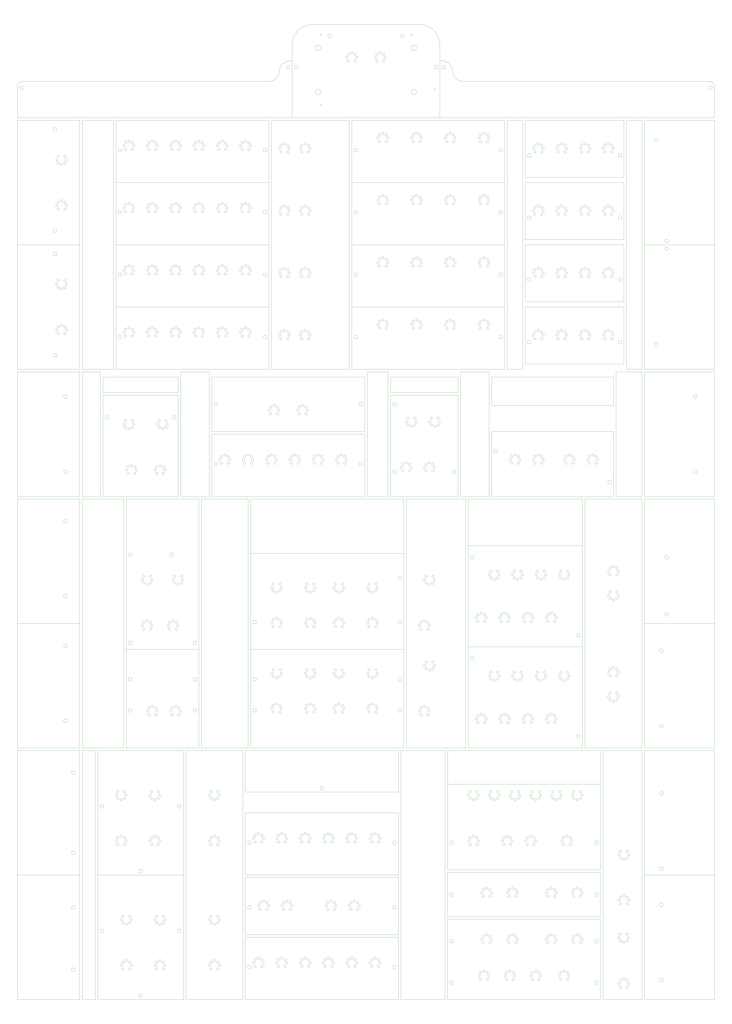
<source format=gbr>
G04 DesignSpark PCB Gerber Version 12.0 Build 5941*
G04 #@! TF.Part,Single*
%FSLAX35Y35*%
%MOIN*%
%ADD11C,0.00500*%
G04 #@! TD.AperFunction*
X0Y0D02*
D02*
D11*
X20250Y3520250D02*
G75*
G03*
X10250Y3510250I-5000J-5000D01*
G01*
G75*
G03*
X20250Y3520250I5000J5000D01*
G01*
X150250Y2490250D02*
G75*
G03*
X140250Y2480250I-5000J-5000D01*
G01*
G75*
G03*
X150250Y2490250I5000J5000D01*
G01*
Y2880250D02*
G75*
G03*
X140250Y2870250I-5000J-5000D01*
G01*
G75*
G03*
X150250Y2880250I5000J5000D01*
G01*
Y2970250D02*
G75*
G03*
X140250Y2960250I-5000J-5000D01*
G01*
G75*
G03*
X150250Y2970250I5000J5000D01*
G01*
Y3360250D02*
G75*
G03*
X140250Y3350250I-5000J-5000D01*
G01*
G75*
G03*
X150250Y3360250I5000J5000D01*
G01*
X151746Y2586470D02*
G75*
G03*
Y2577809I0J-4331D01*
G01*
G75*
G03*
Y2586470I0J4331D01*
G01*
Y2754030D02*
G75*
G03*
Y2762691I0J4331D01*
G01*
G75*
G03*
Y2754030I0J-4331D01*
G01*
Y3066470D02*
G75*
G03*
Y3057809I0J-4331D01*
G01*
G75*
G03*
Y3066470I0J4331D01*
G01*
Y3234030D02*
G75*
G03*
Y3242691I0J4331D01*
G01*
G75*
G03*
Y3234030I0J-4331D01*
G01*
X156864Y2572691D02*
G75*
G03*
Y2564030I0J-4331D01*
G01*
G75*
G03*
Y2572691I0J4331D01*
G01*
Y2767809D02*
G75*
G03*
Y2776470I0J4331D01*
G01*
G75*
G03*
Y2767809I0J-4331D01*
G01*
Y3052691D02*
G75*
G03*
Y3044030I0J-4331D01*
G01*
G75*
G03*
Y3052691I0J4331D01*
G01*
Y3247809D02*
G75*
G03*
Y3256470I0J4331D01*
G01*
G75*
G03*
Y3247809I0J-4331D01*
G01*
X157258Y2599069D02*
G75*
G03*
Y2590407I0J-4331D01*
G01*
G75*
G03*
Y2599069I0J4331D01*
G01*
Y2741825D02*
G75*
G03*
Y2750486I0J4331D01*
G01*
G75*
G03*
Y2741825I0J-4331D01*
G01*
Y3079069D02*
G75*
G03*
Y3070407I0J-4331D01*
G01*
G75*
G03*
Y3079069I0J4331D01*
G01*
Y3221825D02*
G75*
G03*
Y3230486I0J4331D01*
G01*
G75*
G03*
Y3221825I0J-4331D01*
G01*
X170250Y2604581D02*
G75*
G03*
Y2595919I0J-4331D01*
G01*
G75*
G03*
Y2604581I0J4331D01*
G01*
Y2735919D02*
G75*
G03*
Y2744581I0J4331D01*
G01*
G75*
G03*
Y2735919I0J-4331D01*
G01*
Y3084581D02*
G75*
G03*
Y3075919I0J-4331D01*
G01*
G75*
G03*
Y3084581I0J4331D01*
G01*
Y3215919D02*
G75*
G03*
Y3224581I0J4331D01*
G01*
G75*
G03*
Y3215919I0J-4331D01*
G01*
X183242Y2598675D02*
G75*
G03*
Y2590014I0J-4331D01*
G01*
G75*
G03*
Y2598675I0J4331D01*
G01*
Y2741431D02*
G75*
G03*
Y2750093I0J4331D01*
G01*
G75*
G03*
Y2741431I0J-4331D01*
G01*
Y3078675D02*
G75*
G03*
Y3070014I0J-4331D01*
G01*
G75*
G03*
Y3078675I0J4331D01*
G01*
Y3221431D02*
G75*
G03*
Y3230093I0J4331D01*
G01*
G75*
G03*
Y3221431I0J-4331D01*
G01*
X183636Y2572691D02*
G75*
G03*
Y2564030I0J-4331D01*
G01*
G75*
G03*
Y2572691I0J4331D01*
G01*
Y2767809D02*
G75*
G03*
Y2776470I0J4331D01*
G01*
G75*
G03*
Y2767809I0J-4331D01*
G01*
Y3052691D02*
G75*
G03*
Y3044030I0J-4331D01*
G01*
G75*
G03*
Y3052691I0J4331D01*
G01*
Y3247809D02*
G75*
G03*
Y3256470I0J4331D01*
G01*
G75*
G03*
Y3247809I0J-4331D01*
G01*
X188754Y2586470D02*
G75*
G03*
Y2577809I0J-4331D01*
G01*
G75*
G03*
Y2586470I0J4331D01*
G01*
Y2754030D02*
G75*
G03*
Y2762691I0J4331D01*
G01*
G75*
G03*
Y2754030I0J-4331D01*
G01*
Y3066470D02*
G75*
G03*
Y3057809I0J-4331D01*
G01*
G75*
G03*
Y3066470I0J4331D01*
G01*
Y3234030D02*
G75*
G03*
Y3242691I0J4331D01*
G01*
G75*
G03*
Y3234030I0J-4331D01*
G01*
X190250Y1080250D02*
G75*
G03*
X180250Y1070250I-5000J-5000D01*
G01*
G75*
G03*
X190250Y1080250I5000J5000D01*
G01*
Y1370250D02*
G75*
G03*
X180250Y1360250I-5000J-5000D01*
G01*
G75*
G03*
X190250Y1370250I5000J5000D01*
G01*
Y1560250D02*
G75*
G03*
X180250Y1550250I-5000J-5000D01*
G01*
G75*
G03*
X190250Y1560250I5000J5000D01*
G01*
Y1850250D02*
G75*
G03*
X180250Y1840250I-5000J-5000D01*
G01*
G75*
G03*
X190250Y1850250I5000J5000D01*
G01*
Y2040250D02*
G75*
G03*
X180250Y2030250I-5000J-5000D01*
G01*
G75*
G03*
X190250Y2040250I5000J5000D01*
G01*
Y2330250D02*
G75*
G03*
X180250Y2320250I-5000J-5000D01*
G01*
G75*
G03*
X190250Y2330250I5000J5000D01*
G01*
X220250Y120250D02*
G75*
G03*
X210250Y110250I-5000J-5000D01*
G01*
G75*
G03*
X220250Y120250I5000J5000D01*
G01*
Y360250D02*
G75*
G03*
X210250Y350250I-5000J-5000D01*
G01*
G75*
G03*
X220250Y360250I5000J5000D01*
G01*
Y570250D02*
G75*
G03*
X210250Y560250I-5000J-5000D01*
G01*
G75*
G03*
X220250Y570250I5000J5000D01*
G01*
Y880250D02*
G75*
G03*
X210250Y870250I-5000J-5000D01*
G01*
G75*
G03*
X220250Y880250I5000J5000D01*
G01*
X240250Y250D02*
X250D01*
Y480250D01*
X240250D01*
Y250D01*
Y480250D02*
X250D01*
Y960250D01*
X240250D01*
Y480250D01*
Y970250D02*
X250D01*
Y1450250D01*
X240250D01*
Y970250D01*
Y1450250D02*
X250D01*
Y1930250D01*
X240250D01*
Y1450250D01*
Y1940250D02*
X250D01*
Y2420250D01*
X240250D01*
Y1940250D01*
Y2430250D02*
X250D01*
Y2910250D01*
X240250D01*
Y2430250D01*
Y2910250D02*
X250D01*
Y3390250D01*
X240250D01*
Y2910250D01*
X250250Y1940250D02*
X320250D01*
Y2420250D01*
X250250D01*
Y1940250D01*
X300250Y250D02*
X250250D01*
Y960250D01*
X300250D01*
Y250D01*
X330250Y270250D02*
G75*
G03*
X320250Y260250I-5000J-5000D01*
G01*
G75*
G03*
X330250Y270250I5000J5000D01*
G01*
Y750250D02*
G75*
G03*
X320250Y740250I-5000J-5000D01*
G01*
G75*
G03*
X330250Y750250I5000J5000D01*
G01*
Y1940250D02*
X620250D01*
Y2330250D01*
X330250D01*
Y1940250D01*
Y2400250D02*
Y2340250D01*
X620250D01*
Y2400250D01*
X330250D01*
X350250Y2250250D02*
G75*
G03*
X340250Y2240250I-5000J-5000D01*
G01*
G75*
G03*
X350250Y2250250I5000J5000D01*
G01*
X370250Y2430250D02*
X250250D01*
Y3390250D01*
X370250D01*
Y2430250D01*
X380250D02*
X970250D01*
Y2670250D01*
X380250D01*
Y2430250D01*
Y2670250D02*
X970250D01*
Y2910250D01*
X380250D01*
Y2670250D01*
Y2910250D02*
X970250D01*
Y3150250D01*
X380250D01*
Y2910250D01*
Y3150250D02*
X970250D01*
Y3390250D01*
X380250D01*
Y3150250D01*
X381746Y616470D02*
G75*
G03*
Y607809I0J-4331D01*
G01*
G75*
G03*
Y616470I0J4331D01*
G01*
Y784030D02*
G75*
G03*
Y792691I0J4331D01*
G01*
G75*
G03*
Y784030I0J-4331D01*
G01*
X386864Y602691D02*
G75*
G03*
Y594030I0J-4331D01*
G01*
G75*
G03*
Y602691I0J4331D01*
G01*
Y797809D02*
G75*
G03*
Y806470I0J4331D01*
G01*
G75*
G03*
Y797809I0J-4331D01*
G01*
X387258Y629069D02*
G75*
G03*
Y620407I0J-4331D01*
G01*
G75*
G03*
Y629069I0J4331D01*
G01*
Y771825D02*
G75*
G03*
Y780486I0J4331D01*
G01*
G75*
G03*
Y771825I0J-4331D01*
G01*
X400250Y634581D02*
G75*
G03*
Y625919I0J-4331D01*
G01*
G75*
G03*
Y634581I0J4331D01*
G01*
Y765919D02*
G75*
G03*
Y774581I0J4331D01*
G01*
G75*
G03*
Y765919I0J-4331D01*
G01*
Y2560250D02*
G75*
G03*
X390250Y2550250I-5000J-5000D01*
G01*
G75*
G03*
X400250Y2560250I5000J5000D01*
G01*
Y2800250D02*
G75*
G03*
X390250Y2790250I-5000J-5000D01*
G01*
G75*
G03*
X400250Y2800250I5000J5000D01*
G01*
Y3040250D02*
G75*
G03*
X390250Y3030250I-5000J-5000D01*
G01*
G75*
G03*
X400250Y3040250I5000J5000D01*
G01*
Y3280250D02*
G75*
G03*
X390250Y3270250I-5000J-5000D01*
G01*
G75*
G03*
X400250Y3280250I5000J5000D01*
G01*
X401746Y136470D02*
G75*
G03*
Y127809I0J-4331D01*
G01*
G75*
G03*
Y136470I0J4331D01*
G01*
Y304030D02*
G75*
G03*
Y312691I0J4331D01*
G01*
G75*
G03*
Y304030I0J-4331D01*
G01*
X406864Y122691D02*
G75*
G03*
Y114030I0J-4331D01*
G01*
G75*
G03*
Y122691I0J4331D01*
G01*
Y317809D02*
G75*
G03*
Y326470I0J4331D01*
G01*
G75*
G03*
Y317809I0J-4331D01*
G01*
X407258Y149069D02*
G75*
G03*
Y140407I0J-4331D01*
G01*
G75*
G03*
Y149069I0J4331D01*
G01*
Y291825D02*
G75*
G03*
Y300486I0J4331D01*
G01*
G75*
G03*
Y291825I0J-4331D01*
G01*
X410250Y970250D02*
X250250D01*
Y1930250D01*
X410250D01*
Y970250D01*
X411746Y2214030D02*
G75*
G03*
Y2222691I0J4331D01*
G01*
G75*
G03*
Y2214030I0J-4331D01*
G01*
Y2576470D02*
G75*
G03*
Y2567809I0J-4331D01*
G01*
G75*
G03*
Y2576470I0J4331D01*
G01*
Y2816470D02*
G75*
G03*
Y2807809I0J-4331D01*
G01*
G75*
G03*
Y2816470I0J4331D01*
G01*
Y3056470D02*
G75*
G03*
Y3047809I0J-4331D01*
G01*
G75*
G03*
Y3056470I0J4331D01*
G01*
Y3296470D02*
G75*
G03*
Y3287809I0J-4331D01*
G01*
G75*
G03*
Y3296470I0J4331D01*
G01*
X413242Y628675D02*
G75*
G03*
Y620014I0J-4331D01*
G01*
G75*
G03*
Y628675I0J4331D01*
G01*
Y771431D02*
G75*
G03*
Y780093I0J4331D01*
G01*
G75*
G03*
Y771431I0J-4331D01*
G01*
X413636Y602691D02*
G75*
G03*
Y594030I0J-4331D01*
G01*
G75*
G03*
Y602691I0J4331D01*
G01*
Y797809D02*
G75*
G03*
Y806470I0J4331D01*
G01*
G75*
G03*
Y797809I0J-4331D01*
G01*
X416864Y2227809D02*
G75*
G03*
Y2236470I0J4331D01*
G01*
G75*
G03*
Y2227809I0J-4331D01*
G01*
Y2562691D02*
G75*
G03*
Y2554030I0J-4331D01*
G01*
G75*
G03*
Y2562691I0J4331D01*
G01*
Y2802691D02*
G75*
G03*
Y2794030I0J-4331D01*
G01*
G75*
G03*
Y2802691I0J4331D01*
G01*
Y3042691D02*
G75*
G03*
Y3034030I0J-4331D01*
G01*
G75*
G03*
Y3042691I0J4331D01*
G01*
Y3282691D02*
G75*
G03*
Y3274030I0J-4331D01*
G01*
G75*
G03*
Y3282691I0J4331D01*
G01*
X417258Y2201825D02*
G75*
G03*
Y2210486I0J4331D01*
G01*
G75*
G03*
Y2201825I0J-4331D01*
G01*
Y2589069D02*
G75*
G03*
Y2580407I0J-4331D01*
G01*
G75*
G03*
Y2589069I0J4331D01*
G01*
Y2829069D02*
G75*
G03*
Y2820407I0J-4331D01*
G01*
G75*
G03*
Y2829069I0J4331D01*
G01*
Y3069069D02*
G75*
G03*
Y3060407I0J-4331D01*
G01*
G75*
G03*
Y3069069I0J4331D01*
G01*
Y3309069D02*
G75*
G03*
Y3300407I0J-4331D01*
G01*
G75*
G03*
Y3309069I0J4331D01*
G01*
X418754Y616470D02*
G75*
G03*
Y607809I0J-4331D01*
G01*
G75*
G03*
Y616470I0J4331D01*
G01*
Y784030D02*
G75*
G03*
Y792691I0J4331D01*
G01*
G75*
G03*
Y784030I0J-4331D01*
G01*
X420250Y154581D02*
G75*
G03*
Y145919I0J-4331D01*
G01*
G75*
G03*
Y154581I0J4331D01*
G01*
Y285919D02*
G75*
G03*
Y294581I0J4331D01*
G01*
G75*
G03*
Y285919I0J-4331D01*
G01*
Y970250D02*
X700250D01*
Y1350250D01*
X420250D01*
Y970250D01*
Y1350250D02*
X700250D01*
Y1930250D01*
X420250D01*
Y1350250D01*
X421746Y2046470D02*
G75*
G03*
Y2037809I0J-4331D01*
G01*
G75*
G03*
Y2046470I0J4331D01*
G01*
X426864Y2032691D02*
G75*
G03*
Y2024030I0J-4331D01*
G01*
G75*
G03*
Y2032691I0J4331D01*
G01*
X427258Y2059069D02*
G75*
G03*
Y2050407I0J-4331D01*
G01*
G75*
G03*
Y2059069I0J4331D01*
G01*
X430250Y2195919D02*
G75*
G03*
Y2204581I0J4331D01*
G01*
G75*
G03*
Y2195919I0J-4331D01*
G01*
Y2594581D02*
G75*
G03*
Y2585919I0J-4331D01*
G01*
G75*
G03*
Y2594581I0J4331D01*
G01*
Y2834581D02*
G75*
G03*
Y2825919I0J-4331D01*
G01*
G75*
G03*
Y2834581I0J4331D01*
G01*
Y3074581D02*
G75*
G03*
Y3065919I0J-4331D01*
G01*
G75*
G03*
Y3074581I0J4331D01*
G01*
Y3314581D02*
G75*
G03*
Y3305919I0J-4331D01*
G01*
G75*
G03*
Y3314581I0J4331D01*
G01*
X433242Y148675D02*
G75*
G03*
Y140014I0J-4331D01*
G01*
G75*
G03*
Y148675I0J4331D01*
G01*
Y291431D02*
G75*
G03*
Y300093I0J4331D01*
G01*
G75*
G03*
Y291431I0J-4331D01*
G01*
X433636Y122691D02*
G75*
G03*
Y114030I0J-4331D01*
G01*
G75*
G03*
Y122691I0J4331D01*
G01*
Y317809D02*
G75*
G03*
Y326470I0J4331D01*
G01*
G75*
G03*
Y317809I0J-4331D01*
G01*
X438754Y136470D02*
G75*
G03*
Y127809I0J-4331D01*
G01*
G75*
G03*
Y136470I0J4331D01*
G01*
Y304030D02*
G75*
G03*
Y312691I0J4331D01*
G01*
G75*
G03*
Y304030I0J-4331D01*
G01*
X440250Y1120250D02*
G75*
G03*
X430250Y1110250I-5000J-5000D01*
G01*
G75*
G03*
X440250Y1120250I5000J5000D01*
G01*
Y1240250D02*
G75*
G03*
X430250Y1230250I-5000J-5000D01*
G01*
G75*
G03*
X440250Y1240250I5000J5000D01*
G01*
Y1380250D02*
G75*
G03*
X430250Y1370250I-5000J-5000D01*
G01*
G75*
G03*
X440250Y1380250I5000J5000D01*
G01*
Y1720250D02*
G75*
G03*
X430250Y1710250I-5000J-5000D01*
G01*
G75*
G03*
X440250Y1720250I5000J5000D01*
G01*
Y2064581D02*
G75*
G03*
Y2055919I0J-4331D01*
G01*
G75*
G03*
Y2064581I0J4331D01*
G01*
X443242Y2201431D02*
G75*
G03*
Y2210093I0J4331D01*
G01*
G75*
G03*
Y2201431I0J-4331D01*
G01*
Y2588675D02*
G75*
G03*
Y2580014I0J-4331D01*
G01*
G75*
G03*
Y2588675I0J4331D01*
G01*
Y2828675D02*
G75*
G03*
Y2820014I0J-4331D01*
G01*
G75*
G03*
Y2828675I0J4331D01*
G01*
Y3068675D02*
G75*
G03*
Y3060014I0J-4331D01*
G01*
G75*
G03*
Y3068675I0J4331D01*
G01*
Y3308675D02*
G75*
G03*
Y3300014I0J-4331D01*
G01*
G75*
G03*
Y3308675I0J4331D01*
G01*
X443636Y2227809D02*
G75*
G03*
Y2236470I0J4331D01*
G01*
G75*
G03*
Y2227809I0J-4331D01*
G01*
Y2562691D02*
G75*
G03*
Y2554030I0J-4331D01*
G01*
G75*
G03*
Y2562691I0J4331D01*
G01*
Y2802691D02*
G75*
G03*
Y2794030I0J-4331D01*
G01*
G75*
G03*
Y2802691I0J4331D01*
G01*
Y3042691D02*
G75*
G03*
Y3034030I0J-4331D01*
G01*
G75*
G03*
Y3042691I0J4331D01*
G01*
Y3282691D02*
G75*
G03*
Y3274030I0J-4331D01*
G01*
G75*
G03*
Y3282691I0J4331D01*
G01*
X448754Y2214030D02*
G75*
G03*
Y2222691I0J4331D01*
G01*
G75*
G03*
Y2214030I0J-4331D01*
G01*
Y2576470D02*
G75*
G03*
Y2567809I0J-4331D01*
G01*
G75*
G03*
Y2576470I0J4331D01*
G01*
Y2816470D02*
G75*
G03*
Y2807809I0J-4331D01*
G01*
G75*
G03*
Y2816470I0J4331D01*
G01*
Y3056470D02*
G75*
G03*
Y3047809I0J-4331D01*
G01*
G75*
G03*
Y3056470I0J4331D01*
G01*
Y3296470D02*
G75*
G03*
Y3287809I0J-4331D01*
G01*
G75*
G03*
Y3296470I0J4331D01*
G01*
X453242Y2058675D02*
G75*
G03*
Y2050014I0J-4331D01*
G01*
G75*
G03*
Y2058675I0J4331D01*
G01*
X453636Y2032691D02*
G75*
G03*
Y2024030I0J-4331D01*
G01*
G75*
G03*
Y2032691I0J4331D01*
G01*
X458754Y2046470D02*
G75*
G03*
Y2037809I0J-4331D01*
G01*
G75*
G03*
Y2046470I0J4331D01*
G01*
X480250Y20250D02*
G75*
G03*
X470250Y10250I-5000J-5000D01*
G01*
G75*
G03*
X480250Y20250I5000J5000D01*
G01*
Y500250D02*
G75*
G03*
X470250Y490250I-5000J-5000D01*
G01*
G75*
G03*
X480250Y500250I5000J5000D01*
G01*
X481746Y1446470D02*
G75*
G03*
Y1437809I0J-4331D01*
G01*
G75*
G03*
Y1446470I0J4331D01*
G01*
Y1614030D02*
G75*
G03*
Y1622691I0J4331D01*
G01*
G75*
G03*
Y1614030I0J-4331D01*
G01*
X486864Y1432691D02*
G75*
G03*
Y1424030I0J-4331D01*
G01*
G75*
G03*
Y1432691I0J4331D01*
G01*
Y1627809D02*
G75*
G03*
Y1636470I0J4331D01*
G01*
G75*
G03*
Y1627809I0J-4331D01*
G01*
X487258Y1459069D02*
G75*
G03*
Y1450407I0J-4331D01*
G01*
G75*
G03*
Y1459069I0J4331D01*
G01*
Y1601825D02*
G75*
G03*
Y1610486I0J4331D01*
G01*
G75*
G03*
Y1601825I0J-4331D01*
G01*
X500250Y1464581D02*
G75*
G03*
Y1455919I0J-4331D01*
G01*
G75*
G03*
Y1464581I0J4331D01*
G01*
Y1595919D02*
G75*
G03*
Y1604581I0J4331D01*
G01*
G75*
G03*
Y1595919I0J-4331D01*
G01*
X501746Y1116470D02*
G75*
G03*
Y1107809I0J-4331D01*
G01*
G75*
G03*
Y1116470I0J4331D01*
G01*
Y2576470D02*
G75*
G03*
Y2567809I0J-4331D01*
G01*
G75*
G03*
Y2576470I0J4331D01*
G01*
Y2816470D02*
G75*
G03*
Y2807809I0J-4331D01*
G01*
G75*
G03*
Y2816470I0J4331D01*
G01*
Y3056470D02*
G75*
G03*
Y3047809I0J-4331D01*
G01*
G75*
G03*
Y3056470I0J4331D01*
G01*
Y3296470D02*
G75*
G03*
Y3287809I0J-4331D01*
G01*
G75*
G03*
Y3296470I0J4331D01*
G01*
X506864Y1102691D02*
G75*
G03*
Y1094030I0J-4331D01*
G01*
G75*
G03*
Y1102691I0J4331D01*
G01*
Y2562691D02*
G75*
G03*
Y2554030I0J-4331D01*
G01*
G75*
G03*
Y2562691I0J4331D01*
G01*
Y2802691D02*
G75*
G03*
Y2794030I0J-4331D01*
G01*
G75*
G03*
Y2802691I0J4331D01*
G01*
Y3042691D02*
G75*
G03*
Y3034030I0J-4331D01*
G01*
G75*
G03*
Y3042691I0J4331D01*
G01*
Y3282691D02*
G75*
G03*
Y3274030I0J-4331D01*
G01*
G75*
G03*
Y3282691I0J4331D01*
G01*
X507258Y1129069D02*
G75*
G03*
Y1120407I0J-4331D01*
G01*
G75*
G03*
Y1129069I0J4331D01*
G01*
Y2589069D02*
G75*
G03*
Y2580407I0J-4331D01*
G01*
G75*
G03*
Y2589069I0J4331D01*
G01*
Y2829069D02*
G75*
G03*
Y2820407I0J-4331D01*
G01*
G75*
G03*
Y2829069I0J4331D01*
G01*
Y3069069D02*
G75*
G03*
Y3060407I0J-4331D01*
G01*
G75*
G03*
Y3069069I0J4331D01*
G01*
Y3309069D02*
G75*
G03*
Y3300407I0J-4331D01*
G01*
G75*
G03*
Y3309069I0J4331D01*
G01*
X511746Y616470D02*
G75*
G03*
Y607809I0J-4331D01*
G01*
G75*
G03*
Y616470I0J4331D01*
G01*
Y784030D02*
G75*
G03*
Y792691I0J4331D01*
G01*
G75*
G03*
Y784030I0J-4331D01*
G01*
X513242Y1458675D02*
G75*
G03*
Y1450014I0J-4331D01*
G01*
G75*
G03*
Y1458675I0J4331D01*
G01*
Y1601431D02*
G75*
G03*
Y1610093I0J4331D01*
G01*
G75*
G03*
Y1601431I0J-4331D01*
G01*
X513636Y1432691D02*
G75*
G03*
Y1424030I0J-4331D01*
G01*
G75*
G03*
Y1432691I0J4331D01*
G01*
Y1627809D02*
G75*
G03*
Y1636470I0J4331D01*
G01*
G75*
G03*
Y1627809I0J-4331D01*
G01*
X516864Y602691D02*
G75*
G03*
Y594030I0J-4331D01*
G01*
G75*
G03*
Y602691I0J4331D01*
G01*
Y797809D02*
G75*
G03*
Y806470I0J4331D01*
G01*
G75*
G03*
Y797809I0J-4331D01*
G01*
X517258Y629069D02*
G75*
G03*
Y620407I0J-4331D01*
G01*
G75*
G03*
Y629069I0J4331D01*
G01*
Y771825D02*
G75*
G03*
Y780486I0J4331D01*
G01*
G75*
G03*
Y771825I0J-4331D01*
G01*
X518754Y1446470D02*
G75*
G03*
Y1437809I0J-4331D01*
G01*
G75*
G03*
Y1446470I0J4331D01*
G01*
Y1614030D02*
G75*
G03*
Y1622691I0J4331D01*
G01*
G75*
G03*
Y1614030I0J-4331D01*
G01*
X520250Y1134581D02*
G75*
G03*
Y1125919I0J-4331D01*
G01*
G75*
G03*
Y1134581I0J4331D01*
G01*
Y2594581D02*
G75*
G03*
Y2585919I0J-4331D01*
G01*
G75*
G03*
Y2594581I0J4331D01*
G01*
Y2834581D02*
G75*
G03*
Y2825919I0J-4331D01*
G01*
G75*
G03*
Y2834581I0J4331D01*
G01*
Y3074581D02*
G75*
G03*
Y3065919I0J-4331D01*
G01*
G75*
G03*
Y3074581I0J4331D01*
G01*
Y3314581D02*
G75*
G03*
Y3305919I0J-4331D01*
G01*
G75*
G03*
Y3314581I0J4331D01*
G01*
X530250Y634581D02*
G75*
G03*
Y625919I0J-4331D01*
G01*
G75*
G03*
Y634581I0J4331D01*
G01*
Y765919D02*
G75*
G03*
Y774581I0J4331D01*
G01*
G75*
G03*
Y765919I0J-4331D01*
G01*
X531746Y136470D02*
G75*
G03*
Y127809I0J-4331D01*
G01*
G75*
G03*
Y136470I0J4331D01*
G01*
Y304030D02*
G75*
G03*
Y312691I0J4331D01*
G01*
G75*
G03*
Y304030I0J-4331D01*
G01*
Y2046470D02*
G75*
G03*
Y2037809I0J-4331D01*
G01*
G75*
G03*
Y2046470I0J4331D01*
G01*
X533242Y1128675D02*
G75*
G03*
Y1120014I0J-4331D01*
G01*
G75*
G03*
Y1128675I0J4331D01*
G01*
Y2588675D02*
G75*
G03*
Y2580014I0J-4331D01*
G01*
G75*
G03*
Y2588675I0J4331D01*
G01*
Y2828675D02*
G75*
G03*
Y2820014I0J-4331D01*
G01*
G75*
G03*
Y2828675I0J4331D01*
G01*
Y3068675D02*
G75*
G03*
Y3060014I0J-4331D01*
G01*
G75*
G03*
Y3068675I0J4331D01*
G01*
Y3308675D02*
G75*
G03*
Y3300014I0J-4331D01*
G01*
G75*
G03*
Y3308675I0J4331D01*
G01*
X533636Y1102691D02*
G75*
G03*
Y1094030I0J-4331D01*
G01*
G75*
G03*
Y1102691I0J4331D01*
G01*
Y2562691D02*
G75*
G03*
Y2554030I0J-4331D01*
G01*
G75*
G03*
Y2562691I0J4331D01*
G01*
Y2802691D02*
G75*
G03*
Y2794030I0J-4331D01*
G01*
G75*
G03*
Y2802691I0J4331D01*
G01*
Y3042691D02*
G75*
G03*
Y3034030I0J-4331D01*
G01*
G75*
G03*
Y3042691I0J4331D01*
G01*
Y3282691D02*
G75*
G03*
Y3274030I0J-4331D01*
G01*
G75*
G03*
Y3282691I0J4331D01*
G01*
X536864Y122691D02*
G75*
G03*
Y114030I0J-4331D01*
G01*
G75*
G03*
Y122691I0J4331D01*
G01*
Y317809D02*
G75*
G03*
Y326470I0J4331D01*
G01*
G75*
G03*
Y317809I0J-4331D01*
G01*
Y2032691D02*
G75*
G03*
Y2024030I0J-4331D01*
G01*
G75*
G03*
Y2032691I0J4331D01*
G01*
X537258Y149069D02*
G75*
G03*
Y140407I0J-4331D01*
G01*
G75*
G03*
Y149069I0J4331D01*
G01*
Y291825D02*
G75*
G03*
Y300486I0J4331D01*
G01*
G75*
G03*
Y291825I0J-4331D01*
G01*
Y2059069D02*
G75*
G03*
Y2050407I0J-4331D01*
G01*
G75*
G03*
Y2059069I0J4331D01*
G01*
X538754Y1116470D02*
G75*
G03*
Y1107809I0J-4331D01*
G01*
G75*
G03*
Y1116470I0J4331D01*
G01*
Y2576470D02*
G75*
G03*
Y2567809I0J-4331D01*
G01*
G75*
G03*
Y2576470I0J4331D01*
G01*
Y2816470D02*
G75*
G03*
Y2807809I0J-4331D01*
G01*
G75*
G03*
Y2816470I0J4331D01*
G01*
Y3056470D02*
G75*
G03*
Y3047809I0J-4331D01*
G01*
G75*
G03*
Y3056470I0J4331D01*
G01*
Y3296470D02*
G75*
G03*
Y3287809I0J-4331D01*
G01*
G75*
G03*
Y3296470I0J4331D01*
G01*
X541746Y2214030D02*
G75*
G03*
Y2222691I0J4331D01*
G01*
G75*
G03*
Y2214030I0J-4331D01*
G01*
X543242Y628675D02*
G75*
G03*
Y620014I0J-4331D01*
G01*
G75*
G03*
Y628675I0J4331D01*
G01*
Y771431D02*
G75*
G03*
Y780093I0J4331D01*
G01*
G75*
G03*
Y771431I0J-4331D01*
G01*
X543636Y602691D02*
G75*
G03*
Y594030I0J-4331D01*
G01*
G75*
G03*
Y602691I0J4331D01*
G01*
Y797809D02*
G75*
G03*
Y806470I0J4331D01*
G01*
G75*
G03*
Y797809I0J-4331D01*
G01*
X546864Y2227809D02*
G75*
G03*
Y2236470I0J4331D01*
G01*
G75*
G03*
Y2227809I0J-4331D01*
G01*
X547258Y2201825D02*
G75*
G03*
Y2210486I0J4331D01*
G01*
G75*
G03*
Y2201825I0J-4331D01*
G01*
X548754Y616470D02*
G75*
G03*
Y607809I0J-4331D01*
G01*
G75*
G03*
Y616470I0J4331D01*
G01*
Y784030D02*
G75*
G03*
Y792691I0J4331D01*
G01*
G75*
G03*
Y784030I0J-4331D01*
G01*
X550250Y154581D02*
G75*
G03*
Y145919I0J-4331D01*
G01*
G75*
G03*
Y154581I0J4331D01*
G01*
Y285919D02*
G75*
G03*
Y294581I0J4331D01*
G01*
G75*
G03*
Y285919I0J-4331D01*
G01*
Y2064581D02*
G75*
G03*
Y2055919I0J-4331D01*
G01*
G75*
G03*
Y2064581I0J4331D01*
G01*
X560250Y2195919D02*
G75*
G03*
Y2204581I0J4331D01*
G01*
G75*
G03*
Y2195919I0J-4331D01*
G01*
X563242Y148675D02*
G75*
G03*
Y140014I0J-4331D01*
G01*
G75*
G03*
Y148675I0J4331D01*
G01*
Y291431D02*
G75*
G03*
Y300093I0J4331D01*
G01*
G75*
G03*
Y291431I0J-4331D01*
G01*
Y2058675D02*
G75*
G03*
Y2050014I0J-4331D01*
G01*
G75*
G03*
Y2058675I0J4331D01*
G01*
X563636Y122691D02*
G75*
G03*
Y114030I0J-4331D01*
G01*
G75*
G03*
Y122691I0J4331D01*
G01*
Y317809D02*
G75*
G03*
Y326470I0J4331D01*
G01*
G75*
G03*
Y317809I0J-4331D01*
G01*
Y2032691D02*
G75*
G03*
Y2024030I0J-4331D01*
G01*
G75*
G03*
Y2032691I0J4331D01*
G01*
X568754Y136470D02*
G75*
G03*
Y127809I0J-4331D01*
G01*
G75*
G03*
Y136470I0J4331D01*
G01*
Y304030D02*
G75*
G03*
Y312691I0J4331D01*
G01*
G75*
G03*
Y304030I0J-4331D01*
G01*
Y2046470D02*
G75*
G03*
Y2037809I0J-4331D01*
G01*
G75*
G03*
Y2046470I0J4331D01*
G01*
X573242Y2201431D02*
G75*
G03*
Y2210093I0J4331D01*
G01*
G75*
G03*
Y2201431I0J-4331D01*
G01*
X573636Y2227809D02*
G75*
G03*
Y2236470I0J4331D01*
G01*
G75*
G03*
Y2227809I0J-4331D01*
G01*
X578754Y2214030D02*
G75*
G03*
Y2222691I0J4331D01*
G01*
G75*
G03*
Y2214030I0J-4331D01*
G01*
X581746Y1446470D02*
G75*
G03*
Y1437809I0J-4331D01*
G01*
G75*
G03*
Y1446470I0J4331D01*
G01*
X586864Y1432691D02*
G75*
G03*
Y1424030I0J-4331D01*
G01*
G75*
G03*
Y1432691I0J4331D01*
G01*
X587258Y1459069D02*
G75*
G03*
Y1450407I0J-4331D01*
G01*
G75*
G03*
Y1459069I0J4331D01*
G01*
X591746Y1116470D02*
G75*
G03*
Y1107809I0J-4331D01*
G01*
G75*
G03*
Y1116470I0J4331D01*
G01*
Y2576470D02*
G75*
G03*
Y2567809I0J-4331D01*
G01*
G75*
G03*
Y2576470I0J4331D01*
G01*
Y2816470D02*
G75*
G03*
Y2807809I0J-4331D01*
G01*
G75*
G03*
Y2816470I0J4331D01*
G01*
Y3056470D02*
G75*
G03*
Y3047809I0J-4331D01*
G01*
G75*
G03*
Y3056470I0J4331D01*
G01*
Y3296470D02*
G75*
G03*
Y3287809I0J-4331D01*
G01*
G75*
G03*
Y3296470I0J4331D01*
G01*
X596864Y1102691D02*
G75*
G03*
Y1094030I0J-4331D01*
G01*
G75*
G03*
Y1102691I0J4331D01*
G01*
Y2562691D02*
G75*
G03*
Y2554030I0J-4331D01*
G01*
G75*
G03*
Y2562691I0J4331D01*
G01*
Y2802691D02*
G75*
G03*
Y2794030I0J-4331D01*
G01*
G75*
G03*
Y2802691I0J4331D01*
G01*
Y3042691D02*
G75*
G03*
Y3034030I0J-4331D01*
G01*
G75*
G03*
Y3042691I0J4331D01*
G01*
Y3282691D02*
G75*
G03*
Y3274030I0J-4331D01*
G01*
G75*
G03*
Y3282691I0J4331D01*
G01*
X597258Y1129069D02*
G75*
G03*
Y1120407I0J-4331D01*
G01*
G75*
G03*
Y1129069I0J4331D01*
G01*
Y2589069D02*
G75*
G03*
Y2580407I0J-4331D01*
G01*
G75*
G03*
Y2589069I0J4331D01*
G01*
Y2829069D02*
G75*
G03*
Y2820407I0J-4331D01*
G01*
G75*
G03*
Y2829069I0J4331D01*
G01*
Y3069069D02*
G75*
G03*
Y3060407I0J-4331D01*
G01*
G75*
G03*
Y3069069I0J4331D01*
G01*
Y3309069D02*
G75*
G03*
Y3300407I0J-4331D01*
G01*
G75*
G03*
Y3309069I0J4331D01*
G01*
X600250Y1464581D02*
G75*
G03*
Y1455919I0J-4331D01*
G01*
G75*
G03*
Y1464581I0J4331D01*
G01*
Y1720250D02*
G75*
G03*
X590250Y1710250I-5000J-5000D01*
G01*
G75*
G03*
X600250Y1720250I5000J5000D01*
G01*
X601746Y1614030D02*
G75*
G03*
Y1622691I0J4331D01*
G01*
G75*
G03*
Y1614030I0J-4331D01*
G01*
X606864Y1627809D02*
G75*
G03*
Y1636470I0J4331D01*
G01*
G75*
G03*
Y1627809I0J-4331D01*
G01*
X607258Y1601825D02*
G75*
G03*
Y1610486I0J4331D01*
G01*
G75*
G03*
Y1601825I0J-4331D01*
G01*
X610250Y1134581D02*
G75*
G03*
Y1125919I0J-4331D01*
G01*
G75*
G03*
Y1134581I0J4331D01*
G01*
Y2250250D02*
G75*
G03*
X600250Y2240250I-5000J-5000D01*
G01*
G75*
G03*
X610250Y2250250I5000J5000D01*
G01*
Y2594581D02*
G75*
G03*
Y2585919I0J-4331D01*
G01*
G75*
G03*
Y2594581I0J4331D01*
G01*
Y2834581D02*
G75*
G03*
Y2825919I0J-4331D01*
G01*
G75*
G03*
Y2834581I0J4331D01*
G01*
Y3074581D02*
G75*
G03*
Y3065919I0J-4331D01*
G01*
G75*
G03*
Y3074581I0J4331D01*
G01*
Y3314581D02*
G75*
G03*
Y3305919I0J-4331D01*
G01*
G75*
G03*
Y3314581I0J4331D01*
G01*
X613242Y1458675D02*
G75*
G03*
Y1450014I0J-4331D01*
G01*
G75*
G03*
Y1458675I0J4331D01*
G01*
X613636Y1432691D02*
G75*
G03*
Y1424030I0J-4331D01*
G01*
G75*
G03*
Y1432691I0J4331D01*
G01*
X618754Y1446470D02*
G75*
G03*
Y1437809I0J-4331D01*
G01*
G75*
G03*
Y1446470I0J4331D01*
G01*
X620250Y1595919D02*
G75*
G03*
Y1604581I0J4331D01*
G01*
G75*
G03*
Y1595919I0J-4331D01*
G01*
X623242Y1128675D02*
G75*
G03*
Y1120014I0J-4331D01*
G01*
G75*
G03*
Y1128675I0J4331D01*
G01*
Y2588675D02*
G75*
G03*
Y2580014I0J-4331D01*
G01*
G75*
G03*
Y2588675I0J4331D01*
G01*
Y2828675D02*
G75*
G03*
Y2820014I0J-4331D01*
G01*
G75*
G03*
Y2828675I0J4331D01*
G01*
Y3068675D02*
G75*
G03*
Y3060014I0J-4331D01*
G01*
G75*
G03*
Y3068675I0J4331D01*
G01*
Y3308675D02*
G75*
G03*
Y3300014I0J-4331D01*
G01*
G75*
G03*
Y3308675I0J4331D01*
G01*
X623636Y1102691D02*
G75*
G03*
Y1094030I0J-4331D01*
G01*
G75*
G03*
Y1102691I0J4331D01*
G01*
Y2562691D02*
G75*
G03*
Y2554030I0J-4331D01*
G01*
G75*
G03*
Y2562691I0J4331D01*
G01*
Y2802691D02*
G75*
G03*
Y2794030I0J-4331D01*
G01*
G75*
G03*
Y2802691I0J4331D01*
G01*
Y3042691D02*
G75*
G03*
Y3034030I0J-4331D01*
G01*
G75*
G03*
Y3042691I0J4331D01*
G01*
Y3282691D02*
G75*
G03*
Y3274030I0J-4331D01*
G01*
G75*
G03*
Y3282691I0J4331D01*
G01*
X628754Y1116470D02*
G75*
G03*
Y1107809I0J-4331D01*
G01*
G75*
G03*
Y1116470I0J4331D01*
G01*
Y2576470D02*
G75*
G03*
Y2567809I0J-4331D01*
G01*
G75*
G03*
Y2576470I0J4331D01*
G01*
Y2816470D02*
G75*
G03*
Y2807809I0J-4331D01*
G01*
G75*
G03*
Y2816470I0J4331D01*
G01*
Y3056470D02*
G75*
G03*
Y3047809I0J-4331D01*
G01*
G75*
G03*
Y3056470I0J4331D01*
G01*
Y3296470D02*
G75*
G03*
Y3287809I0J-4331D01*
G01*
G75*
G03*
Y3296470I0J4331D01*
G01*
X630250Y270250D02*
G75*
G03*
X620250Y260250I-5000J-5000D01*
G01*
G75*
G03*
X630250Y270250I5000J5000D01*
G01*
Y750250D02*
G75*
G03*
X620250Y740250I-5000J-5000D01*
G01*
G75*
G03*
X630250Y750250I5000J5000D01*
G01*
Y1940250D02*
X740250D01*
Y2420250D01*
X630250D01*
Y1940250D01*
X633242Y1601431D02*
G75*
G03*
Y1610093I0J4331D01*
G01*
G75*
G03*
Y1601431I0J-4331D01*
G01*
X633636Y1627809D02*
G75*
G03*
Y1636470I0J4331D01*
G01*
G75*
G03*
Y1627809I0J-4331D01*
G01*
X638754Y1614030D02*
G75*
G03*
Y1622691I0J4331D01*
G01*
G75*
G03*
Y1614030I0J-4331D01*
G01*
X640250Y250D02*
X310250D01*
Y480250D01*
X640250D01*
Y250D01*
Y480250D02*
X310250D01*
Y960250D01*
X640250D01*
Y480250D01*
X681746Y2576470D02*
G75*
G03*
Y2567809I0J-4331D01*
G01*
G75*
G03*
Y2576470I0J4331D01*
G01*
Y2816470D02*
G75*
G03*
Y2807809I0J-4331D01*
G01*
G75*
G03*
Y2816470I0J4331D01*
G01*
Y3056470D02*
G75*
G03*
Y3047809I0J-4331D01*
G01*
G75*
G03*
Y3056470I0J4331D01*
G01*
Y3296470D02*
G75*
G03*
Y3287809I0J-4331D01*
G01*
G75*
G03*
Y3296470I0J4331D01*
G01*
X686864Y2562691D02*
G75*
G03*
Y2554030I0J-4331D01*
G01*
G75*
G03*
Y2562691I0J4331D01*
G01*
Y2802691D02*
G75*
G03*
Y2794030I0J-4331D01*
G01*
G75*
G03*
Y2802691I0J4331D01*
G01*
Y3042691D02*
G75*
G03*
Y3034030I0J-4331D01*
G01*
G75*
G03*
Y3042691I0J4331D01*
G01*
Y3282691D02*
G75*
G03*
Y3274030I0J-4331D01*
G01*
G75*
G03*
Y3282691I0J4331D01*
G01*
X687258Y2589069D02*
G75*
G03*
Y2580407I0J-4331D01*
G01*
G75*
G03*
Y2589069I0J4331D01*
G01*
Y2829069D02*
G75*
G03*
Y2820407I0J-4331D01*
G01*
G75*
G03*
Y2829069I0J4331D01*
G01*
Y3069069D02*
G75*
G03*
Y3060407I0J-4331D01*
G01*
G75*
G03*
Y3069069I0J4331D01*
G01*
Y3309069D02*
G75*
G03*
Y3300407I0J-4331D01*
G01*
G75*
G03*
Y3309069I0J4331D01*
G01*
X690250Y1120250D02*
G75*
G03*
X680250Y1110250I-5000J-5000D01*
G01*
G75*
G03*
X690250Y1120250I5000J5000D01*
G01*
Y1240250D02*
G75*
G03*
X680250Y1230250I-5000J-5000D01*
G01*
G75*
G03*
X690250Y1240250I5000J5000D01*
G01*
Y1380250D02*
G75*
G03*
X680250Y1370250I-5000J-5000D01*
G01*
G75*
G03*
X690250Y1380250I5000J5000D01*
G01*
X700250Y2594581D02*
G75*
G03*
Y2585919I0J-4331D01*
G01*
G75*
G03*
Y2594581I0J4331D01*
G01*
Y2834581D02*
G75*
G03*
Y2825919I0J-4331D01*
G01*
G75*
G03*
Y2834581I0J4331D01*
G01*
Y3074581D02*
G75*
G03*
Y3065919I0J-4331D01*
G01*
G75*
G03*
Y3074581I0J4331D01*
G01*
Y3314581D02*
G75*
G03*
Y3305919I0J-4331D01*
G01*
G75*
G03*
Y3314581I0J4331D01*
G01*
X710250Y1930250D02*
Y970250D01*
X890250D01*
Y1930250D01*
X710250D01*
X713242Y2588675D02*
G75*
G03*
Y2580014I0J-4331D01*
G01*
G75*
G03*
Y2588675I0J4331D01*
G01*
Y2828675D02*
G75*
G03*
Y2820014I0J-4331D01*
G01*
G75*
G03*
Y2828675I0J4331D01*
G01*
Y3068675D02*
G75*
G03*
Y3060014I0J-4331D01*
G01*
G75*
G03*
Y3068675I0J4331D01*
G01*
Y3308675D02*
G75*
G03*
Y3300014I0J-4331D01*
G01*
G75*
G03*
Y3308675I0J4331D01*
G01*
X713636Y2562691D02*
G75*
G03*
Y2554030I0J-4331D01*
G01*
G75*
G03*
Y2562691I0J4331D01*
G01*
Y2802691D02*
G75*
G03*
Y2794030I0J-4331D01*
G01*
G75*
G03*
Y2802691I0J4331D01*
G01*
Y3042691D02*
G75*
G03*
Y3034030I0J-4331D01*
G01*
G75*
G03*
Y3042691I0J4331D01*
G01*
Y3282691D02*
G75*
G03*
Y3274030I0J-4331D01*
G01*
G75*
G03*
Y3282691I0J4331D01*
G01*
X718754Y2576470D02*
G75*
G03*
Y2567809I0J-4331D01*
G01*
G75*
G03*
Y2576470I0J4331D01*
G01*
Y2816470D02*
G75*
G03*
Y2807809I0J-4331D01*
G01*
G75*
G03*
Y2816470I0J4331D01*
G01*
Y3056470D02*
G75*
G03*
Y3047809I0J-4331D01*
G01*
G75*
G03*
Y3056470I0J4331D01*
G01*
Y3296470D02*
G75*
G03*
Y3287809I0J-4331D01*
G01*
G75*
G03*
Y3296470I0J4331D01*
G01*
X741746Y136470D02*
G75*
G03*
Y127809I0J-4331D01*
G01*
G75*
G03*
Y136470I0J4331D01*
G01*
Y304030D02*
G75*
G03*
Y312691I0J4331D01*
G01*
G75*
G03*
Y304030I0J-4331D01*
G01*
Y616470D02*
G75*
G03*
Y607809I0J-4331D01*
G01*
G75*
G03*
Y616470I0J4331D01*
G01*
Y784030D02*
G75*
G03*
Y792691I0J4331D01*
G01*
G75*
G03*
Y784030I0J-4331D01*
G01*
X746864Y122691D02*
G75*
G03*
Y114030I0J-4331D01*
G01*
G75*
G03*
Y122691I0J4331D01*
G01*
Y317809D02*
G75*
G03*
Y326470I0J4331D01*
G01*
G75*
G03*
Y317809I0J-4331D01*
G01*
Y602691D02*
G75*
G03*
Y594030I0J-4331D01*
G01*
G75*
G03*
Y602691I0J4331D01*
G01*
Y797809D02*
G75*
G03*
Y806470I0J4331D01*
G01*
G75*
G03*
Y797809I0J-4331D01*
G01*
X747258Y149069D02*
G75*
G03*
Y140407I0J-4331D01*
G01*
G75*
G03*
Y149069I0J4331D01*
G01*
Y291825D02*
G75*
G03*
Y300486I0J4331D01*
G01*
G75*
G03*
Y291825I0J-4331D01*
G01*
Y629069D02*
G75*
G03*
Y620407I0J-4331D01*
G01*
G75*
G03*
Y629069I0J4331D01*
G01*
Y771825D02*
G75*
G03*
Y780486I0J4331D01*
G01*
G75*
G03*
Y771825I0J-4331D01*
G01*
X750250Y1940250D02*
X1340250D01*
Y2180250D01*
X750250D01*
Y1940250D01*
Y2190250D02*
X1340250D01*
Y2400250D01*
X750250D01*
Y2190250D01*
X760250Y154581D02*
G75*
G03*
Y145919I0J-4331D01*
G01*
G75*
G03*
Y154581I0J4331D01*
G01*
Y285919D02*
G75*
G03*
Y294581I0J4331D01*
G01*
G75*
G03*
Y285919I0J-4331D01*
G01*
Y634581D02*
G75*
G03*
Y625919I0J-4331D01*
G01*
G75*
G03*
Y634581I0J4331D01*
G01*
Y765919D02*
G75*
G03*
Y774581I0J4331D01*
G01*
G75*
G03*
Y765919I0J-4331D01*
G01*
X770250Y2070250D02*
G75*
G03*
X760250Y2060250I-5000J-5000D01*
G01*
G75*
G03*
X770250Y2070250I5000J5000D01*
G01*
Y2300250D02*
G75*
G03*
X760250Y2290250I-5000J-5000D01*
G01*
G75*
G03*
X770250Y2300250I5000J5000D01*
G01*
X771746Y2576470D02*
G75*
G03*
Y2567809I0J-4331D01*
G01*
G75*
G03*
Y2576470I0J4331D01*
G01*
Y2816470D02*
G75*
G03*
Y2807809I0J-4331D01*
G01*
G75*
G03*
Y2816470I0J4331D01*
G01*
Y3056470D02*
G75*
G03*
Y3047809I0J-4331D01*
G01*
G75*
G03*
Y3056470I0J4331D01*
G01*
Y3296470D02*
G75*
G03*
Y3287809I0J-4331D01*
G01*
G75*
G03*
Y3296470I0J4331D01*
G01*
X773242Y148675D02*
G75*
G03*
Y140014I0J-4331D01*
G01*
G75*
G03*
Y148675I0J4331D01*
G01*
Y291431D02*
G75*
G03*
Y300093I0J4331D01*
G01*
G75*
G03*
Y291431I0J-4331D01*
G01*
Y628675D02*
G75*
G03*
Y620014I0J-4331D01*
G01*
G75*
G03*
Y628675I0J4331D01*
G01*
Y771431D02*
G75*
G03*
Y780093I0J4331D01*
G01*
G75*
G03*
Y771431I0J-4331D01*
G01*
X773636Y122691D02*
G75*
G03*
Y114030I0J-4331D01*
G01*
G75*
G03*
Y122691I0J4331D01*
G01*
Y317809D02*
G75*
G03*
Y326470I0J4331D01*
G01*
G75*
G03*
Y317809I0J-4331D01*
G01*
Y602691D02*
G75*
G03*
Y594030I0J-4331D01*
G01*
G75*
G03*
Y602691I0J4331D01*
G01*
Y797809D02*
G75*
G03*
Y806470I0J4331D01*
G01*
G75*
G03*
Y797809I0J-4331D01*
G01*
X776864Y2562691D02*
G75*
G03*
Y2554030I0J-4331D01*
G01*
G75*
G03*
Y2562691I0J4331D01*
G01*
Y2802691D02*
G75*
G03*
Y2794030I0J-4331D01*
G01*
G75*
G03*
Y2802691I0J4331D01*
G01*
Y3042691D02*
G75*
G03*
Y3034030I0J-4331D01*
G01*
G75*
G03*
Y3042691I0J4331D01*
G01*
Y3282691D02*
G75*
G03*
Y3274030I0J-4331D01*
G01*
G75*
G03*
Y3282691I0J4331D01*
G01*
X777258Y2589069D02*
G75*
G03*
Y2580407I0J-4331D01*
G01*
G75*
G03*
Y2589069I0J4331D01*
G01*
Y2829069D02*
G75*
G03*
Y2820407I0J-4331D01*
G01*
G75*
G03*
Y2829069I0J4331D01*
G01*
Y3069069D02*
G75*
G03*
Y3060407I0J-4331D01*
G01*
G75*
G03*
Y3069069I0J4331D01*
G01*
Y3309069D02*
G75*
G03*
Y3300407I0J-4331D01*
G01*
G75*
G03*
Y3309069I0J4331D01*
G01*
X778754Y136470D02*
G75*
G03*
Y127809I0J-4331D01*
G01*
G75*
G03*
Y136470I0J4331D01*
G01*
Y304030D02*
G75*
G03*
Y312691I0J4331D01*
G01*
G75*
G03*
Y304030I0J-4331D01*
G01*
Y616470D02*
G75*
G03*
Y607809I0J-4331D01*
G01*
G75*
G03*
Y616470I0J4331D01*
G01*
Y784030D02*
G75*
G03*
Y792691I0J4331D01*
G01*
G75*
G03*
Y784030I0J-4331D01*
G01*
X781746Y2086470D02*
G75*
G03*
Y2077809I0J-4331D01*
G01*
G75*
G03*
Y2086470I0J4331D01*
G01*
X786864Y2072691D02*
G75*
G03*
Y2064030I0J-4331D01*
G01*
G75*
G03*
Y2072691I0J4331D01*
G01*
X787258Y2099069D02*
G75*
G03*
Y2090407I0J-4331D01*
G01*
G75*
G03*
Y2099069I0J4331D01*
G01*
X790250Y2594581D02*
G75*
G03*
Y2585919I0J-4331D01*
G01*
G75*
G03*
Y2594581I0J4331D01*
G01*
Y2834581D02*
G75*
G03*
Y2825919I0J-4331D01*
G01*
G75*
G03*
Y2834581I0J4331D01*
G01*
Y3074581D02*
G75*
G03*
Y3065919I0J-4331D01*
G01*
G75*
G03*
Y3074581I0J4331D01*
G01*
Y3314581D02*
G75*
G03*
Y3305919I0J-4331D01*
G01*
G75*
G03*
Y3314581I0J4331D01*
G01*
X800250Y2104581D02*
G75*
G03*
Y2095919I0J-4331D01*
G01*
G75*
G03*
Y2104581I0J4331D01*
G01*
X803242Y2588675D02*
G75*
G03*
Y2580014I0J-4331D01*
G01*
G75*
G03*
Y2588675I0J4331D01*
G01*
Y2828675D02*
G75*
G03*
Y2820014I0J-4331D01*
G01*
G75*
G03*
Y2828675I0J4331D01*
G01*
Y3068675D02*
G75*
G03*
Y3060014I0J-4331D01*
G01*
G75*
G03*
Y3068675I0J4331D01*
G01*
Y3308675D02*
G75*
G03*
Y3300014I0J-4331D01*
G01*
G75*
G03*
Y3308675I0J4331D01*
G01*
X803636Y2562691D02*
G75*
G03*
Y2554030I0J-4331D01*
G01*
G75*
G03*
Y2562691I0J4331D01*
G01*
Y2802691D02*
G75*
G03*
Y2794030I0J-4331D01*
G01*
G75*
G03*
Y2802691I0J4331D01*
G01*
Y3042691D02*
G75*
G03*
Y3034030I0J-4331D01*
G01*
G75*
G03*
Y3042691I0J4331D01*
G01*
Y3282691D02*
G75*
G03*
Y3274030I0J-4331D01*
G01*
G75*
G03*
Y3282691I0J4331D01*
G01*
X808754Y2576470D02*
G75*
G03*
Y2567809I0J-4331D01*
G01*
G75*
G03*
Y2576470I0J4331D01*
G01*
Y2816470D02*
G75*
G03*
Y2807809I0J-4331D01*
G01*
G75*
G03*
Y2816470I0J4331D01*
G01*
Y3056470D02*
G75*
G03*
Y3047809I0J-4331D01*
G01*
G75*
G03*
Y3056470I0J4331D01*
G01*
Y3296470D02*
G75*
G03*
Y3287809I0J-4331D01*
G01*
G75*
G03*
Y3296470I0J4331D01*
G01*
X813242Y2098675D02*
G75*
G03*
Y2090014I0J-4331D01*
G01*
G75*
G03*
Y2098675I0J4331D01*
G01*
X813636Y2072691D02*
G75*
G03*
Y2064030I0J-4331D01*
G01*
G75*
G03*
Y2072691I0J4331D01*
G01*
X818754Y2086470D02*
G75*
G03*
Y2077809I0J-4331D01*
G01*
G75*
G03*
Y2086470I0J4331D01*
G01*
X861746Y2576470D02*
G75*
G03*
Y2567809I0J-4331D01*
G01*
G75*
G03*
Y2576470I0J4331D01*
G01*
Y2816470D02*
G75*
G03*
Y2807809I0J-4331D01*
G01*
G75*
G03*
Y2816470I0J4331D01*
G01*
Y3056470D02*
G75*
G03*
Y3047809I0J-4331D01*
G01*
G75*
G03*
Y3056470I0J4331D01*
G01*
Y3296470D02*
G75*
G03*
Y3287809I0J-4331D01*
G01*
G75*
G03*
Y3296470I0J4331D01*
G01*
X866864Y2562691D02*
G75*
G03*
Y2554030I0J-4331D01*
G01*
G75*
G03*
Y2562691I0J4331D01*
G01*
Y2802691D02*
G75*
G03*
Y2794030I0J-4331D01*
G01*
G75*
G03*
Y2802691I0J4331D01*
G01*
Y3042691D02*
G75*
G03*
Y3034030I0J-4331D01*
G01*
G75*
G03*
Y3042691I0J4331D01*
G01*
Y3282691D02*
G75*
G03*
Y3274030I0J-4331D01*
G01*
G75*
G03*
Y3282691I0J4331D01*
G01*
X867258Y2589069D02*
G75*
G03*
Y2580407I0J-4331D01*
G01*
G75*
G03*
Y2589069I0J4331D01*
G01*
Y2829069D02*
G75*
G03*
Y2820407I0J-4331D01*
G01*
G75*
G03*
Y2829069I0J4331D01*
G01*
Y3069069D02*
G75*
G03*
Y3060407I0J-4331D01*
G01*
G75*
G03*
Y3069069I0J4331D01*
G01*
Y3309069D02*
G75*
G03*
Y3300407I0J-4331D01*
G01*
G75*
G03*
Y3309069I0J4331D01*
G01*
X870250Y250D02*
X650250D01*
Y960250D01*
X870250D01*
Y250D01*
X871746Y2086470D02*
G75*
G03*
Y2077809I0J-4331D01*
G01*
G75*
G03*
Y2086470I0J4331D01*
G01*
X876864Y2072691D02*
G75*
G03*
Y2064030I0J-4331D01*
G01*
G75*
G03*
Y2072691I0J4331D01*
G01*
X877258Y2099069D02*
G75*
G03*
Y2090407I0J-4331D01*
G01*
G75*
G03*
Y2099069I0J4331D01*
G01*
X880250Y250D02*
X1470250D01*
Y240250D01*
X880250D01*
Y250D01*
Y250250D02*
X1470250D01*
Y470250D01*
X880250D01*
Y250250D01*
Y480250D02*
X1470250D01*
Y720250D01*
X880250D01*
Y480250D01*
Y800250D02*
X1470250D01*
Y960250D01*
X880250D01*
Y800250D01*
Y2594581D02*
G75*
G03*
Y2585919I0J-4331D01*
G01*
G75*
G03*
Y2594581I0J4331D01*
G01*
Y2834581D02*
G75*
G03*
Y2825919I0J-4331D01*
G01*
G75*
G03*
Y2834581I0J4331D01*
G01*
Y3074581D02*
G75*
G03*
Y3065919I0J-4331D01*
G01*
G75*
G03*
Y3074581I0J4331D01*
G01*
Y3314581D02*
G75*
G03*
Y3305919I0J-4331D01*
G01*
G75*
G03*
Y3314581I0J4331D01*
G01*
X890250Y2104581D02*
G75*
G03*
Y2095919I0J-4331D01*
G01*
G75*
G03*
Y2104581I0J4331D01*
G01*
X893242Y2588675D02*
G75*
G03*
Y2580014I0J-4331D01*
G01*
G75*
G03*
Y2588675I0J4331D01*
G01*
Y2828675D02*
G75*
G03*
Y2820014I0J-4331D01*
G01*
G75*
G03*
Y2828675I0J4331D01*
G01*
Y3068675D02*
G75*
G03*
Y3060014I0J-4331D01*
G01*
G75*
G03*
Y3068675I0J4331D01*
G01*
Y3308675D02*
G75*
G03*
Y3300014I0J-4331D01*
G01*
G75*
G03*
Y3308675I0J4331D01*
G01*
X893636Y2562691D02*
G75*
G03*
Y2554030I0J-4331D01*
G01*
G75*
G03*
Y2562691I0J4331D01*
G01*
Y2802691D02*
G75*
G03*
Y2794030I0J-4331D01*
G01*
G75*
G03*
Y2802691I0J4331D01*
G01*
Y3042691D02*
G75*
G03*
Y3034030I0J-4331D01*
G01*
G75*
G03*
Y3042691I0J4331D01*
G01*
Y3282691D02*
G75*
G03*
Y3274030I0J-4331D01*
G01*
G75*
G03*
Y3282691I0J4331D01*
G01*
X898754Y2576470D02*
G75*
G03*
Y2567809I0J-4331D01*
G01*
G75*
G03*
Y2576470I0J4331D01*
G01*
Y2816470D02*
G75*
G03*
Y2807809I0J-4331D01*
G01*
G75*
G03*
Y2816470I0J4331D01*
G01*
Y3056470D02*
G75*
G03*
Y3047809I0J-4331D01*
G01*
G75*
G03*
Y3056470I0J4331D01*
G01*
Y3296470D02*
G75*
G03*
Y3287809I0J-4331D01*
G01*
G75*
G03*
Y3296470I0J4331D01*
G01*
X900250Y130250D02*
G75*
G03*
X890250Y120250I-5000J-5000D01*
G01*
G75*
G03*
X900250Y130250I5000J5000D01*
G01*
Y360250D02*
G75*
G03*
X890250Y350250I-5000J-5000D01*
G01*
G75*
G03*
X900250Y360250I5000J5000D01*
G01*
Y610250D02*
G75*
G03*
X890250Y600250I-5000J-5000D01*
G01*
G75*
G03*
X900250Y610250I5000J5000D01*
G01*
Y970250D02*
X1490250D01*
Y1350250D01*
X900250D01*
Y970250D01*
Y1350250D02*
X1490250D01*
Y1720250D01*
X900250D01*
Y1350250D01*
Y1930250D02*
X1490250D01*
Y1720250D01*
X900250D01*
Y1930250D01*
X903242Y2098675D02*
G75*
G03*
Y2090014I0J-4331D01*
G01*
G75*
G03*
Y2098675I0J4331D01*
G01*
X903636Y2072691D02*
G75*
G03*
Y2064030I0J-4331D01*
G01*
G75*
G03*
Y2072691I0J4331D01*
G01*
X908754Y2086470D02*
G75*
G03*
Y2077809I0J-4331D01*
G01*
G75*
G03*
Y2086470I0J4331D01*
G01*
X911746Y146470D02*
G75*
G03*
Y137809I0J-4331D01*
G01*
G75*
G03*
Y146470I0J4331D01*
G01*
Y626470D02*
G75*
G03*
Y617809I0J-4331D01*
G01*
G75*
G03*
Y626470I0J4331D01*
G01*
X916864Y132691D02*
G75*
G03*
Y124030I0J-4331D01*
G01*
G75*
G03*
Y132691I0J4331D01*
G01*
Y612691D02*
G75*
G03*
Y604030I0J-4331D01*
G01*
G75*
G03*
Y612691I0J4331D01*
G01*
X917258Y159069D02*
G75*
G03*
Y150407I0J-4331D01*
G01*
G75*
G03*
Y159069I0J4331D01*
G01*
Y639069D02*
G75*
G03*
Y630407I0J-4331D01*
G01*
G75*
G03*
Y639069I0J4331D01*
G01*
X920250Y1120250D02*
G75*
G03*
X910250Y1110250I-5000J-5000D01*
G01*
G75*
G03*
X920250Y1120250I5000J5000D01*
G01*
Y1240250D02*
G75*
G03*
X910250Y1230250I-5000J-5000D01*
G01*
G75*
G03*
X920250Y1240250I5000J5000D01*
G01*
Y1460250D02*
G75*
G03*
X910250Y1450250I-5000J-5000D01*
G01*
G75*
G03*
X920250Y1460250I5000J5000D01*
G01*
X930250Y164581D02*
G75*
G03*
Y155919I0J-4331D01*
G01*
G75*
G03*
Y164581I0J4331D01*
G01*
Y644581D02*
G75*
G03*
Y635919I0J-4331D01*
G01*
G75*
G03*
Y644581I0J4331D01*
G01*
X931746Y366470D02*
G75*
G03*
Y357809I0J-4331D01*
G01*
G75*
G03*
Y366470I0J4331D01*
G01*
X936864Y352691D02*
G75*
G03*
Y344030I0J-4331D01*
G01*
G75*
G03*
Y352691I0J4331D01*
G01*
X937258Y379069D02*
G75*
G03*
Y370407I0J-4331D01*
G01*
G75*
G03*
Y379069I0J4331D01*
G01*
X943242Y158675D02*
G75*
G03*
Y150014I0J-4331D01*
G01*
G75*
G03*
Y158675I0J4331D01*
G01*
Y638675D02*
G75*
G03*
Y630014I0J-4331D01*
G01*
G75*
G03*
Y638675I0J4331D01*
G01*
X943636Y132691D02*
G75*
G03*
Y124030I0J-4331D01*
G01*
G75*
G03*
Y132691I0J4331D01*
G01*
Y612691D02*
G75*
G03*
Y604030I0J-4331D01*
G01*
G75*
G03*
Y612691I0J4331D01*
G01*
X948754Y146470D02*
G75*
G03*
Y137809I0J-4331D01*
G01*
G75*
G03*
Y146470I0J4331D01*
G01*
Y626470D02*
G75*
G03*
Y617809I0J-4331D01*
G01*
G75*
G03*
Y626470I0J4331D01*
G01*
X950250Y384581D02*
G75*
G03*
Y375919I0J-4331D01*
G01*
G75*
G03*
Y384581I0J4331D01*
G01*
X960250Y2560250D02*
G75*
G03*
X950250Y2550250I-5000J-5000D01*
G01*
G75*
G03*
X960250Y2560250I5000J5000D01*
G01*
Y2800250D02*
G75*
G03*
X950250Y2790250I-5000J-5000D01*
G01*
G75*
G03*
X960250Y2800250I5000J5000D01*
G01*
Y3040250D02*
G75*
G03*
X950250Y3030250I-5000J-5000D01*
G01*
G75*
G03*
X960250Y3040250I5000J5000D01*
G01*
Y3280250D02*
G75*
G03*
X950250Y3270250I-5000J-5000D01*
G01*
G75*
G03*
X960250Y3280250I5000J5000D01*
G01*
X961746Y2086470D02*
G75*
G03*
Y2077809I0J-4331D01*
G01*
G75*
G03*
Y2086470I0J4331D01*
G01*
X963242Y378675D02*
G75*
G03*
Y370014I0J-4331D01*
G01*
G75*
G03*
Y378675I0J4331D01*
G01*
X963636Y352691D02*
G75*
G03*
Y344030I0J-4331D01*
G01*
G75*
G03*
Y352691I0J4331D01*
G01*
X966864Y2072691D02*
G75*
G03*
Y2064030I0J-4331D01*
G01*
G75*
G03*
Y2072691I0J4331D01*
G01*
X967258Y2099069D02*
G75*
G03*
Y2090407I0J-4331D01*
G01*
G75*
G03*
Y2099069I0J4331D01*
G01*
X968754Y366470D02*
G75*
G03*
Y357809I0J-4331D01*
G01*
G75*
G03*
Y366470I0J4331D01*
G01*
X971746Y2276470D02*
G75*
G03*
Y2267809I0J-4331D01*
G01*
G75*
G03*
Y2276470I0J4331D01*
G01*
X976864Y2262691D02*
G75*
G03*
Y2254030I0J-4331D01*
G01*
G75*
G03*
Y2262691I0J4331D01*
G01*
X977258Y2289069D02*
G75*
G03*
Y2280407I0J-4331D01*
G01*
G75*
G03*
Y2289069I0J4331D01*
G01*
X980250Y2104581D02*
G75*
G03*
Y2095919I0J-4331D01*
G01*
G75*
G03*
Y2104581I0J4331D01*
G01*
X981746Y1126470D02*
G75*
G03*
Y1117809I0J-4331D01*
G01*
G75*
G03*
Y1126470I0J4331D01*
G01*
Y1254030D02*
G75*
G03*
Y1262691I0J4331D01*
G01*
G75*
G03*
Y1254030I0J-4331D01*
G01*
Y1456470D02*
G75*
G03*
Y1447809I0J-4331D01*
G01*
G75*
G03*
Y1456470I0J4331D01*
G01*
Y1584030D02*
G75*
G03*
Y1592691I0J4331D01*
G01*
G75*
G03*
Y1584030I0J-4331D01*
G01*
X986864Y1112691D02*
G75*
G03*
Y1104030I0J-4331D01*
G01*
G75*
G03*
Y1112691I0J4331D01*
G01*
Y1267809D02*
G75*
G03*
Y1276470I0J4331D01*
G01*
G75*
G03*
Y1267809I0J-4331D01*
G01*
Y1442691D02*
G75*
G03*
Y1434030I0J-4331D01*
G01*
G75*
G03*
Y1442691I0J4331D01*
G01*
Y1597809D02*
G75*
G03*
Y1606470I0J4331D01*
G01*
G75*
G03*
Y1597809I0J-4331D01*
G01*
X987258Y1139069D02*
G75*
G03*
Y1130407I0J-4331D01*
G01*
G75*
G03*
Y1139069I0J4331D01*
G01*
Y1241825D02*
G75*
G03*
Y1250486I0J4331D01*
G01*
G75*
G03*
Y1241825I0J-4331D01*
G01*
Y1469069D02*
G75*
G03*
Y1460407I0J-4331D01*
G01*
G75*
G03*
Y1469069I0J4331D01*
G01*
Y1571825D02*
G75*
G03*
Y1580486I0J4331D01*
G01*
G75*
G03*
Y1571825I0J-4331D01*
G01*
X990250Y2294581D02*
G75*
G03*
Y2285919I0J-4331D01*
G01*
G75*
G03*
Y2294581I0J4331D01*
G01*
X993242Y2098675D02*
G75*
G03*
Y2090014I0J-4331D01*
G01*
G75*
G03*
Y2098675I0J4331D01*
G01*
X993636Y2072691D02*
G75*
G03*
Y2064030I0J-4331D01*
G01*
G75*
G03*
Y2072691I0J4331D01*
G01*
X998754Y2086470D02*
G75*
G03*
Y2077809I0J-4331D01*
G01*
G75*
G03*
Y2086470I0J4331D01*
G01*
X1000250Y1144581D02*
G75*
G03*
Y1135919I0J-4331D01*
G01*
G75*
G03*
Y1144581I0J4331D01*
G01*
Y1235919D02*
G75*
G03*
Y1244581I0J4331D01*
G01*
G75*
G03*
Y1235919I0J-4331D01*
G01*
Y1474581D02*
G75*
G03*
Y1465919I0J-4331D01*
G01*
G75*
G03*
Y1474581I0J4331D01*
G01*
Y1565919D02*
G75*
G03*
Y1574581I0J4331D01*
G01*
G75*
G03*
Y1565919I0J-4331D01*
G01*
X1001746Y146470D02*
G75*
G03*
Y137809I0J-4331D01*
G01*
G75*
G03*
Y146470I0J4331D01*
G01*
Y626470D02*
G75*
G03*
Y617809I0J-4331D01*
G01*
G75*
G03*
Y626470I0J4331D01*
G01*
X1003242Y2288675D02*
G75*
G03*
Y2280014I0J-4331D01*
G01*
G75*
G03*
Y2288675I0J4331D01*
G01*
X1003636Y2262691D02*
G75*
G03*
Y2254030I0J-4331D01*
G01*
G75*
G03*
Y2262691I0J4331D01*
G01*
X1006864Y132691D02*
G75*
G03*
Y124030I0J-4331D01*
G01*
G75*
G03*
Y132691I0J4331D01*
G01*
Y612691D02*
G75*
G03*
Y604030I0J-4331D01*
G01*
G75*
G03*
Y612691I0J4331D01*
G01*
X1007258Y159069D02*
G75*
G03*
Y150407I0J-4331D01*
G01*
G75*
G03*
Y159069I0J4331D01*
G01*
Y639069D02*
G75*
G03*
Y630407I0J-4331D01*
G01*
G75*
G03*
Y639069I0J4331D01*
G01*
X1008754Y2276470D02*
G75*
G03*
Y2267809I0J-4331D01*
G01*
G75*
G03*
Y2276470I0J4331D01*
G01*
X1011746Y2566470D02*
G75*
G03*
Y2557809I0J-4331D01*
G01*
G75*
G03*
Y2566470I0J4331D01*
G01*
Y2806470D02*
G75*
G03*
Y2797809I0J-4331D01*
G01*
G75*
G03*
Y2806470I0J4331D01*
G01*
Y3046470D02*
G75*
G03*
Y3037809I0J-4331D01*
G01*
G75*
G03*
Y3046470I0J4331D01*
G01*
Y3286470D02*
G75*
G03*
Y3277809I0J-4331D01*
G01*
G75*
G03*
Y3286470I0J4331D01*
G01*
X1013242Y1138675D02*
G75*
G03*
Y1130014I0J-4331D01*
G01*
G75*
G03*
Y1138675I0J4331D01*
G01*
Y1241431D02*
G75*
G03*
Y1250093I0J4331D01*
G01*
G75*
G03*
Y1241431I0J-4331D01*
G01*
Y1468675D02*
G75*
G03*
Y1460014I0J-4331D01*
G01*
G75*
G03*
Y1468675I0J4331D01*
G01*
Y1571431D02*
G75*
G03*
Y1580093I0J4331D01*
G01*
G75*
G03*
Y1571431I0J-4331D01*
G01*
X1013636Y1112691D02*
G75*
G03*
Y1104030I0J-4331D01*
G01*
G75*
G03*
Y1112691I0J4331D01*
G01*
Y1267809D02*
G75*
G03*
Y1276470I0J4331D01*
G01*
G75*
G03*
Y1267809I0J-4331D01*
G01*
Y1442691D02*
G75*
G03*
Y1434030I0J-4331D01*
G01*
G75*
G03*
Y1442691I0J4331D01*
G01*
Y1597809D02*
G75*
G03*
Y1606470I0J4331D01*
G01*
G75*
G03*
Y1597809I0J-4331D01*
G01*
X1016864Y2552691D02*
G75*
G03*
Y2544030I0J-4331D01*
G01*
G75*
G03*
Y2552691I0J4331D01*
G01*
Y2792691D02*
G75*
G03*
Y2784030I0J-4331D01*
G01*
G75*
G03*
Y2792691I0J4331D01*
G01*
Y3032691D02*
G75*
G03*
Y3024030I0J-4331D01*
G01*
G75*
G03*
Y3032691I0J4331D01*
G01*
Y3272691D02*
G75*
G03*
Y3264030I0J-4331D01*
G01*
G75*
G03*
Y3272691I0J4331D01*
G01*
X1017258Y2579069D02*
G75*
G03*
Y2570407I0J-4331D01*
G01*
G75*
G03*
Y2579069I0J4331D01*
G01*
Y2819069D02*
G75*
G03*
Y2810407I0J-4331D01*
G01*
G75*
G03*
Y2819069I0J4331D01*
G01*
Y3059069D02*
G75*
G03*
Y3050407I0J-4331D01*
G01*
G75*
G03*
Y3059069I0J4331D01*
G01*
Y3299069D02*
G75*
G03*
Y3290407I0J-4331D01*
G01*
G75*
G03*
Y3299069I0J4331D01*
G01*
X1018754Y1126470D02*
G75*
G03*
Y1117809I0J-4331D01*
G01*
G75*
G03*
Y1126470I0J4331D01*
G01*
Y1254030D02*
G75*
G03*
Y1262691I0J4331D01*
G01*
G75*
G03*
Y1254030I0J-4331D01*
G01*
Y1456470D02*
G75*
G03*
Y1447809I0J-4331D01*
G01*
G75*
G03*
Y1456470I0J4331D01*
G01*
Y1584030D02*
G75*
G03*
Y1592691I0J4331D01*
G01*
G75*
G03*
Y1584030I0J-4331D01*
G01*
X1020250Y164581D02*
G75*
G03*
Y155919I0J-4331D01*
G01*
G75*
G03*
Y164581I0J4331D01*
G01*
Y644581D02*
G75*
G03*
Y635919I0J-4331D01*
G01*
G75*
G03*
Y644581I0J4331D01*
G01*
X1021746Y366470D02*
G75*
G03*
Y357809I0J-4331D01*
G01*
G75*
G03*
Y366470I0J4331D01*
G01*
X1026864Y352691D02*
G75*
G03*
Y344030I0J-4331D01*
G01*
G75*
G03*
Y352691I0J4331D01*
G01*
X1027258Y379069D02*
G75*
G03*
Y370407I0J-4331D01*
G01*
G75*
G03*
Y379069I0J4331D01*
G01*
X1030250Y2584581D02*
G75*
G03*
Y2575919I0J-4331D01*
G01*
G75*
G03*
Y2584581I0J4331D01*
G01*
Y2824581D02*
G75*
G03*
Y2815919I0J-4331D01*
G01*
G75*
G03*
Y2824581I0J4331D01*
G01*
Y3064581D02*
G75*
G03*
Y3055919I0J-4331D01*
G01*
G75*
G03*
Y3064581I0J4331D01*
G01*
Y3304581D02*
G75*
G03*
Y3295919I0J-4331D01*
G01*
G75*
G03*
Y3304581I0J4331D01*
G01*
X1033242Y158675D02*
G75*
G03*
Y150014I0J-4331D01*
G01*
G75*
G03*
Y158675I0J4331D01*
G01*
Y638675D02*
G75*
G03*
Y630014I0J-4331D01*
G01*
G75*
G03*
Y638675I0J4331D01*
G01*
X1033636Y132691D02*
G75*
G03*
Y124030I0J-4331D01*
G01*
G75*
G03*
Y132691I0J4331D01*
G01*
Y612691D02*
G75*
G03*
Y604030I0J-4331D01*
G01*
G75*
G03*
Y612691I0J4331D01*
G01*
X1038754Y146470D02*
G75*
G03*
Y137809I0J-4331D01*
G01*
G75*
G03*
Y146470I0J4331D01*
G01*
Y626470D02*
G75*
G03*
Y617809I0J-4331D01*
G01*
G75*
G03*
Y626470I0J4331D01*
G01*
X1040250Y384581D02*
G75*
G03*
Y375919I0J-4331D01*
G01*
G75*
G03*
Y384581I0J4331D01*
G01*
X1043242Y2578675D02*
G75*
G03*
Y2570014I0J-4331D01*
G01*
G75*
G03*
Y2578675I0J4331D01*
G01*
Y2818675D02*
G75*
G03*
Y2810014I0J-4331D01*
G01*
G75*
G03*
Y2818675I0J4331D01*
G01*
Y3058675D02*
G75*
G03*
Y3050014I0J-4331D01*
G01*
G75*
G03*
Y3058675I0J4331D01*
G01*
Y3298675D02*
G75*
G03*
Y3290014I0J-4331D01*
G01*
G75*
G03*
Y3298675I0J4331D01*
G01*
X1043636Y2552691D02*
G75*
G03*
Y2544030I0J-4331D01*
G01*
G75*
G03*
Y2552691I0J4331D01*
G01*
Y2792691D02*
G75*
G03*
Y2784030I0J-4331D01*
G01*
G75*
G03*
Y2792691I0J4331D01*
G01*
Y3032691D02*
G75*
G03*
Y3024030I0J-4331D01*
G01*
G75*
G03*
Y3032691I0J4331D01*
G01*
Y3272691D02*
G75*
G03*
Y3264030I0J-4331D01*
G01*
G75*
G03*
Y3272691I0J4331D01*
G01*
X1048754Y2566470D02*
G75*
G03*
Y2557809I0J-4331D01*
G01*
G75*
G03*
Y2566470I0J4331D01*
G01*
Y2806470D02*
G75*
G03*
Y2797809I0J-4331D01*
G01*
G75*
G03*
Y2806470I0J4331D01*
G01*
Y3046470D02*
G75*
G03*
Y3037809I0J-4331D01*
G01*
G75*
G03*
Y3046470I0J4331D01*
G01*
Y3286470D02*
G75*
G03*
Y3277809I0J-4331D01*
G01*
G75*
G03*
Y3286470I0J4331D01*
G01*
X1050250Y3600250D02*
G75*
G03*
X1040250Y3590250I-5000J-5000D01*
G01*
G75*
G03*
X1050250Y3600250I5000J5000D01*
G01*
X1051746Y2086470D02*
G75*
G03*
Y2077809I0J-4331D01*
G01*
G75*
G03*
Y2086470I0J4331D01*
G01*
X1053242Y378675D02*
G75*
G03*
Y370014I0J-4331D01*
G01*
G75*
G03*
Y378675I0J4331D01*
G01*
X1053636Y352691D02*
G75*
G03*
Y344030I0J-4331D01*
G01*
G75*
G03*
Y352691I0J4331D01*
G01*
X1056864Y2072691D02*
G75*
G03*
Y2064030I0J-4331D01*
G01*
G75*
G03*
Y2072691I0J4331D01*
G01*
X1057258Y2099069D02*
G75*
G03*
Y2090407I0J-4331D01*
G01*
G75*
G03*
Y2099069I0J4331D01*
G01*
X1058754Y366470D02*
G75*
G03*
Y357809I0J-4331D01*
G01*
G75*
G03*
Y366470I0J4331D01*
G01*
X1060250Y3400250D02*
X250D01*
Y3520250D01*
G75*
G02*
X20250Y3540250I20000J0D01*
G01*
X970250D01*
G75*
G03*
X1010250Y3580250I0J40000D01*
G01*
G75*
G02*
X1060250Y3620250I45000J-5000D01*
G01*
Y3400250D01*
X1070250Y2104581D02*
G75*
G03*
Y2095919I0J-4331D01*
G01*
G75*
G03*
Y2104581I0J4331D01*
G01*
X1080250Y3600250D02*
G75*
G03*
X1070250Y3590250I-5000J-5000D01*
G01*
G75*
G03*
X1080250Y3600250I5000J5000D01*
G01*
X1081746Y2276470D02*
G75*
G03*
Y2267809I0J-4331D01*
G01*
G75*
G03*
Y2276470I0J4331D01*
G01*
X1083242Y2098675D02*
G75*
G03*
Y2090014I0J-4331D01*
G01*
G75*
G03*
Y2098675I0J4331D01*
G01*
X1083636Y2072691D02*
G75*
G03*
Y2064030I0J-4331D01*
G01*
G75*
G03*
Y2072691I0J4331D01*
G01*
X1086864Y2262691D02*
G75*
G03*
Y2254030I0J-4331D01*
G01*
G75*
G03*
Y2262691I0J4331D01*
G01*
X1087258Y2289069D02*
G75*
G03*
Y2280407I0J-4331D01*
G01*
G75*
G03*
Y2289069I0J4331D01*
G01*
X1088754Y2086470D02*
G75*
G03*
Y2077809I0J-4331D01*
G01*
G75*
G03*
Y2086470I0J4331D01*
G01*
X1091746Y146470D02*
G75*
G03*
Y137809I0J-4331D01*
G01*
G75*
G03*
Y146470I0J4331D01*
G01*
Y626470D02*
G75*
G03*
Y617809I0J-4331D01*
G01*
G75*
G03*
Y626470I0J4331D01*
G01*
Y2566470D02*
G75*
G03*
Y2557809I0J-4331D01*
G01*
G75*
G03*
Y2566470I0J4331D01*
G01*
Y2806470D02*
G75*
G03*
Y2797809I0J-4331D01*
G01*
G75*
G03*
Y2806470I0J4331D01*
G01*
Y3046470D02*
G75*
G03*
Y3037809I0J-4331D01*
G01*
G75*
G03*
Y3046470I0J4331D01*
G01*
Y3286470D02*
G75*
G03*
Y3277809I0J-4331D01*
G01*
G75*
G03*
Y3286470I0J4331D01*
G01*
X1096864Y132691D02*
G75*
G03*
Y124030I0J-4331D01*
G01*
G75*
G03*
Y132691I0J4331D01*
G01*
Y612691D02*
G75*
G03*
Y604030I0J-4331D01*
G01*
G75*
G03*
Y612691I0J4331D01*
G01*
Y2552691D02*
G75*
G03*
Y2544030I0J-4331D01*
G01*
G75*
G03*
Y2552691I0J4331D01*
G01*
Y2792691D02*
G75*
G03*
Y2784030I0J-4331D01*
G01*
G75*
G03*
Y2792691I0J4331D01*
G01*
Y3032691D02*
G75*
G03*
Y3024030I0J-4331D01*
G01*
G75*
G03*
Y3032691I0J4331D01*
G01*
Y3272691D02*
G75*
G03*
Y3264030I0J-4331D01*
G01*
G75*
G03*
Y3272691I0J4331D01*
G01*
X1097258Y159069D02*
G75*
G03*
Y150407I0J-4331D01*
G01*
G75*
G03*
Y159069I0J4331D01*
G01*
Y639069D02*
G75*
G03*
Y630407I0J-4331D01*
G01*
G75*
G03*
Y639069I0J4331D01*
G01*
Y2579069D02*
G75*
G03*
Y2570407I0J-4331D01*
G01*
G75*
G03*
Y2579069I0J4331D01*
G01*
Y2819069D02*
G75*
G03*
Y2810407I0J-4331D01*
G01*
G75*
G03*
Y2819069I0J4331D01*
G01*
Y3059069D02*
G75*
G03*
Y3050407I0J-4331D01*
G01*
G75*
G03*
Y3059069I0J4331D01*
G01*
Y3299069D02*
G75*
G03*
Y3290407I0J-4331D01*
G01*
G75*
G03*
Y3299069I0J4331D01*
G01*
X1100250Y2294581D02*
G75*
G03*
Y2285919I0J-4331D01*
G01*
G75*
G03*
Y2294581I0J4331D01*
G01*
X1110250Y164581D02*
G75*
G03*
Y155919I0J-4331D01*
G01*
G75*
G03*
Y164581I0J4331D01*
G01*
Y644581D02*
G75*
G03*
Y635919I0J-4331D01*
G01*
G75*
G03*
Y644581I0J4331D01*
G01*
Y2584581D02*
G75*
G03*
Y2575919I0J-4331D01*
G01*
G75*
G03*
Y2584581I0J4331D01*
G01*
Y2824581D02*
G75*
G03*
Y2815919I0J-4331D01*
G01*
G75*
G03*
Y2824581I0J4331D01*
G01*
Y3064581D02*
G75*
G03*
Y3055919I0J-4331D01*
G01*
G75*
G03*
Y3064581I0J4331D01*
G01*
Y3304581D02*
G75*
G03*
Y3295919I0J-4331D01*
G01*
G75*
G03*
Y3304581I0J4331D01*
G01*
X1111746Y1126470D02*
G75*
G03*
Y1117809I0J-4331D01*
G01*
G75*
G03*
Y1126470I0J4331D01*
G01*
Y1254030D02*
G75*
G03*
Y1262691I0J4331D01*
G01*
G75*
G03*
Y1254030I0J-4331D01*
G01*
Y1456470D02*
G75*
G03*
Y1447809I0J-4331D01*
G01*
G75*
G03*
Y1456470I0J4331D01*
G01*
Y1584030D02*
G75*
G03*
Y1592691I0J4331D01*
G01*
G75*
G03*
Y1584030I0J-4331D01*
G01*
X1113242Y2288675D02*
G75*
G03*
Y2280014I0J-4331D01*
G01*
G75*
G03*
Y2288675I0J4331D01*
G01*
X1113636Y2262691D02*
G75*
G03*
Y2254030I0J-4331D01*
G01*
G75*
G03*
Y2262691I0J4331D01*
G01*
X1116864Y1112691D02*
G75*
G03*
Y1104030I0J-4331D01*
G01*
G75*
G03*
Y1112691I0J4331D01*
G01*
Y1267809D02*
G75*
G03*
Y1276470I0J4331D01*
G01*
G75*
G03*
Y1267809I0J-4331D01*
G01*
Y1442691D02*
G75*
G03*
Y1434030I0J-4331D01*
G01*
G75*
G03*
Y1442691I0J4331D01*
G01*
Y1597809D02*
G75*
G03*
Y1606470I0J4331D01*
G01*
G75*
G03*
Y1597809I0J-4331D01*
G01*
X1117258Y1139069D02*
G75*
G03*
Y1130407I0J-4331D01*
G01*
G75*
G03*
Y1139069I0J4331D01*
G01*
Y1241825D02*
G75*
G03*
Y1250486I0J4331D01*
G01*
G75*
G03*
Y1241825I0J-4331D01*
G01*
Y1469069D02*
G75*
G03*
Y1460407I0J-4331D01*
G01*
G75*
G03*
Y1469069I0J4331D01*
G01*
Y1571825D02*
G75*
G03*
Y1580486I0J4331D01*
G01*
G75*
G03*
Y1571825I0J-4331D01*
G01*
X1118754Y2276470D02*
G75*
G03*
Y2267809I0J-4331D01*
G01*
G75*
G03*
Y2276470I0J4331D01*
G01*
X1123242Y158675D02*
G75*
G03*
Y150014I0J-4331D01*
G01*
G75*
G03*
Y158675I0J4331D01*
G01*
Y638675D02*
G75*
G03*
Y630014I0J-4331D01*
G01*
G75*
G03*
Y638675I0J4331D01*
G01*
Y2578675D02*
G75*
G03*
Y2570014I0J-4331D01*
G01*
G75*
G03*
Y2578675I0J4331D01*
G01*
Y2818675D02*
G75*
G03*
Y2810014I0J-4331D01*
G01*
G75*
G03*
Y2818675I0J4331D01*
G01*
Y3058675D02*
G75*
G03*
Y3050014I0J-4331D01*
G01*
G75*
G03*
Y3058675I0J4331D01*
G01*
Y3298675D02*
G75*
G03*
Y3290014I0J-4331D01*
G01*
G75*
G03*
Y3298675I0J4331D01*
G01*
X1123636Y132691D02*
G75*
G03*
Y124030I0J-4331D01*
G01*
G75*
G03*
Y132691I0J4331D01*
G01*
Y612691D02*
G75*
G03*
Y604030I0J-4331D01*
G01*
G75*
G03*
Y612691I0J4331D01*
G01*
Y2552691D02*
G75*
G03*
Y2544030I0J-4331D01*
G01*
G75*
G03*
Y2552691I0J4331D01*
G01*
Y2792691D02*
G75*
G03*
Y2784030I0J-4331D01*
G01*
G75*
G03*
Y2792691I0J4331D01*
G01*
Y3032691D02*
G75*
G03*
Y3024030I0J-4331D01*
G01*
G75*
G03*
Y3032691I0J4331D01*
G01*
Y3272691D02*
G75*
G03*
Y3264030I0J-4331D01*
G01*
G75*
G03*
Y3272691I0J4331D01*
G01*
X1128754Y146470D02*
G75*
G03*
Y137809I0J-4331D01*
G01*
G75*
G03*
Y146470I0J4331D01*
G01*
Y626470D02*
G75*
G03*
Y617809I0J-4331D01*
G01*
G75*
G03*
Y626470I0J4331D01*
G01*
Y2566470D02*
G75*
G03*
Y2557809I0J-4331D01*
G01*
G75*
G03*
Y2566470I0J4331D01*
G01*
Y2806470D02*
G75*
G03*
Y2797809I0J-4331D01*
G01*
G75*
G03*
Y2806470I0J4331D01*
G01*
Y3046470D02*
G75*
G03*
Y3037809I0J-4331D01*
G01*
G75*
G03*
Y3046470I0J4331D01*
G01*
Y3286470D02*
G75*
G03*
Y3277809I0J-4331D01*
G01*
G75*
G03*
Y3286470I0J4331D01*
G01*
X1130250Y1144581D02*
G75*
G03*
Y1135919I0J-4331D01*
G01*
G75*
G03*
Y1144581I0J4331D01*
G01*
Y1235919D02*
G75*
G03*
Y1244581I0J4331D01*
G01*
G75*
G03*
Y1235919I0J-4331D01*
G01*
Y1474581D02*
G75*
G03*
Y1465919I0J-4331D01*
G01*
G75*
G03*
Y1474581I0J4331D01*
G01*
Y1565919D02*
G75*
G03*
Y1574581I0J4331D01*
G01*
G75*
G03*
Y1565919I0J-4331D01*
G01*
X1140250Y3760250D02*
X1550250D01*
G75*
G02*
X1630250Y3680250I0J-80000D01*
G01*
Y3400250D01*
X1060250D01*
Y3680250D01*
G75*
G02*
X1140250Y3760250I80000J0D01*
G01*
X1141746Y2086470D02*
G75*
G03*
Y2077809I0J-4331D01*
G01*
G75*
G03*
Y2086470I0J4331D01*
G01*
X1143242Y1138675D02*
G75*
G03*
Y1130014I0J-4331D01*
G01*
G75*
G03*
Y1138675I0J4331D01*
G01*
Y1241431D02*
G75*
G03*
Y1250093I0J4331D01*
G01*
G75*
G03*
Y1241431I0J-4331D01*
G01*
Y1468675D02*
G75*
G03*
Y1460014I0J-4331D01*
G01*
G75*
G03*
Y1468675I0J4331D01*
G01*
Y1571431D02*
G75*
G03*
Y1580093I0J4331D01*
G01*
G75*
G03*
Y1571431I0J-4331D01*
G01*
X1143636Y1112691D02*
G75*
G03*
Y1104030I0J-4331D01*
G01*
G75*
G03*
Y1112691I0J4331D01*
G01*
Y1267809D02*
G75*
G03*
Y1276470I0J4331D01*
G01*
G75*
G03*
Y1267809I0J-4331D01*
G01*
Y1442691D02*
G75*
G03*
Y1434030I0J-4331D01*
G01*
G75*
G03*
Y1442691I0J4331D01*
G01*
Y1597809D02*
G75*
G03*
Y1606470I0J4331D01*
G01*
G75*
G03*
Y1597809I0J-4331D01*
G01*
X1146864Y2072691D02*
G75*
G03*
Y2064030I0J-4331D01*
G01*
G75*
G03*
Y2072691I0J4331D01*
G01*
X1147258Y2099069D02*
G75*
G03*
Y2090407I0J-4331D01*
G01*
G75*
G03*
Y2099069I0J4331D01*
G01*
X1148754Y1126470D02*
G75*
G03*
Y1117809I0J-4331D01*
G01*
G75*
G03*
Y1126470I0J4331D01*
G01*
Y1254030D02*
G75*
G03*
Y1262691I0J4331D01*
G01*
G75*
G03*
Y1254030I0J-4331D01*
G01*
Y1456470D02*
G75*
G03*
Y1447809I0J-4331D01*
G01*
G75*
G03*
Y1456470I0J4331D01*
G01*
Y1584030D02*
G75*
G03*
Y1592691I0J4331D01*
G01*
G75*
G03*
Y1584030I0J-4331D01*
G01*
X1160250Y2104581D02*
G75*
G03*
Y2095919I0J-4331D01*
G01*
G75*
G03*
Y2104581I0J4331D01*
G01*
Y3510250D02*
G75*
G03*
Y3490250I0J-10000D01*
G01*
G75*
G03*
Y3510250I0J10000D01*
G01*
Y3680250D02*
G75*
G03*
Y3660250I0J-10000D01*
G01*
G75*
G03*
Y3680250I0J10000D01*
G01*
X1168281Y3448281D02*
G75*
G03*
X1172219Y3452219I1969J1969D01*
G01*
G75*
G03*
X1168281Y3448281I-1969J-1969D01*
G01*
Y3718281D02*
G75*
G03*
X1172219Y3722219I1969J1969D01*
G01*
G75*
G03*
X1168281Y3718281I-1969J-1969D01*
G01*
X1173242Y2098675D02*
G75*
G03*
Y2090014I0J-4331D01*
G01*
G75*
G03*
Y2098675I0J4331D01*
G01*
X1173636Y2072691D02*
G75*
G03*
Y2064030I0J-4331D01*
G01*
G75*
G03*
Y2072691I0J4331D01*
G01*
X1178754Y2086470D02*
G75*
G03*
Y2077809I0J-4331D01*
G01*
G75*
G03*
Y2086470I0J4331D01*
G01*
X1180250Y820250D02*
G75*
G03*
X1170250Y810250I-5000J-5000D01*
G01*
G75*
G03*
X1180250Y820250I5000J5000D01*
G01*
X1181746Y146470D02*
G75*
G03*
Y137809I0J-4331D01*
G01*
G75*
G03*
Y146470I0J4331D01*
G01*
Y626470D02*
G75*
G03*
Y617809I0J-4331D01*
G01*
G75*
G03*
Y626470I0J4331D01*
G01*
X1186864Y132691D02*
G75*
G03*
Y124030I0J-4331D01*
G01*
G75*
G03*
Y132691I0J4331D01*
G01*
Y612691D02*
G75*
G03*
Y604030I0J-4331D01*
G01*
G75*
G03*
Y612691I0J4331D01*
G01*
X1187258Y159069D02*
G75*
G03*
Y150407I0J-4331D01*
G01*
G75*
G03*
Y159069I0J4331D01*
G01*
Y639069D02*
G75*
G03*
Y630407I0J-4331D01*
G01*
G75*
G03*
Y639069I0J4331D01*
G01*
X1191746Y366470D02*
G75*
G03*
Y357809I0J-4331D01*
G01*
G75*
G03*
Y366470I0J4331D01*
G01*
X1196864Y352691D02*
G75*
G03*
Y344030I0J-4331D01*
G01*
G75*
G03*
Y352691I0J4331D01*
G01*
X1197258Y379069D02*
G75*
G03*
Y370407I0J-4331D01*
G01*
G75*
G03*
Y379069I0J4331D01*
G01*
X1200250Y164581D02*
G75*
G03*
Y155919I0J-4331D01*
G01*
G75*
G03*
Y164581I0J4331D01*
G01*
Y644581D02*
G75*
G03*
Y635919I0J-4331D01*
G01*
G75*
G03*
Y644581I0J4331D01*
G01*
X1210250Y384581D02*
G75*
G03*
Y375919I0J-4331D01*
G01*
G75*
G03*
Y384581I0J4331D01*
G01*
Y3720250D02*
G75*
G03*
X1200250Y3710250I-5000J-5000D01*
G01*
G75*
G03*
X1210250Y3720250I5000J5000D01*
G01*
X1213242Y158675D02*
G75*
G03*
Y150014I0J-4331D01*
G01*
G75*
G03*
Y158675I0J4331D01*
G01*
Y638675D02*
G75*
G03*
Y630014I0J-4331D01*
G01*
G75*
G03*
Y638675I0J4331D01*
G01*
X1213636Y132691D02*
G75*
G03*
Y124030I0J-4331D01*
G01*
G75*
G03*
Y132691I0J4331D01*
G01*
Y612691D02*
G75*
G03*
Y604030I0J-4331D01*
G01*
G75*
G03*
Y612691I0J4331D01*
G01*
X1218754Y146470D02*
G75*
G03*
Y137809I0J-4331D01*
G01*
G75*
G03*
Y146470I0J4331D01*
G01*
Y626470D02*
G75*
G03*
Y617809I0J-4331D01*
G01*
G75*
G03*
Y626470I0J4331D01*
G01*
X1221746Y1126470D02*
G75*
G03*
Y1117809I0J-4331D01*
G01*
G75*
G03*
Y1126470I0J4331D01*
G01*
Y1254030D02*
G75*
G03*
Y1262691I0J4331D01*
G01*
G75*
G03*
Y1254030I0J-4331D01*
G01*
Y1456470D02*
G75*
G03*
Y1447809I0J-4331D01*
G01*
G75*
G03*
Y1456470I0J4331D01*
G01*
Y1584030D02*
G75*
G03*
Y1592691I0J4331D01*
G01*
G75*
G03*
Y1584030I0J-4331D01*
G01*
X1223242Y378675D02*
G75*
G03*
Y370014I0J-4331D01*
G01*
G75*
G03*
Y378675I0J4331D01*
G01*
X1223636Y352691D02*
G75*
G03*
Y344030I0J-4331D01*
G01*
G75*
G03*
Y352691I0J4331D01*
G01*
X1226864Y1112691D02*
G75*
G03*
Y1104030I0J-4331D01*
G01*
G75*
G03*
Y1112691I0J4331D01*
G01*
Y1267809D02*
G75*
G03*
Y1276470I0J4331D01*
G01*
G75*
G03*
Y1267809I0J-4331D01*
G01*
Y1442691D02*
G75*
G03*
Y1434030I0J-4331D01*
G01*
G75*
G03*
Y1442691I0J4331D01*
G01*
Y1597809D02*
G75*
G03*
Y1606470I0J4331D01*
G01*
G75*
G03*
Y1597809I0J-4331D01*
G01*
X1227258Y1139069D02*
G75*
G03*
Y1130407I0J-4331D01*
G01*
G75*
G03*
Y1139069I0J4331D01*
G01*
Y1241825D02*
G75*
G03*
Y1250486I0J4331D01*
G01*
G75*
G03*
Y1241825I0J-4331D01*
G01*
Y1469069D02*
G75*
G03*
Y1460407I0J-4331D01*
G01*
G75*
G03*
Y1469069I0J4331D01*
G01*
Y1571825D02*
G75*
G03*
Y1580486I0J4331D01*
G01*
G75*
G03*
Y1571825I0J-4331D01*
G01*
X1228754Y366470D02*
G75*
G03*
Y357809I0J-4331D01*
G01*
G75*
G03*
Y366470I0J4331D01*
G01*
X1231746Y2086470D02*
G75*
G03*
Y2077809I0J-4331D01*
G01*
G75*
G03*
Y2086470I0J4331D01*
G01*
X1236864Y2072691D02*
G75*
G03*
Y2064030I0J-4331D01*
G01*
G75*
G03*
Y2072691I0J4331D01*
G01*
X1237258Y2099069D02*
G75*
G03*
Y2090407I0J-4331D01*
G01*
G75*
G03*
Y2099069I0J4331D01*
G01*
X1240250Y1144581D02*
G75*
G03*
Y1135919I0J-4331D01*
G01*
G75*
G03*
Y1144581I0J4331D01*
G01*
Y1235919D02*
G75*
G03*
Y1244581I0J4331D01*
G01*
G75*
G03*
Y1235919I0J-4331D01*
G01*
Y1474581D02*
G75*
G03*
Y1465919I0J-4331D01*
G01*
G75*
G03*
Y1474581I0J4331D01*
G01*
Y1565919D02*
G75*
G03*
Y1574581I0J4331D01*
G01*
G75*
G03*
Y1565919I0J-4331D01*
G01*
X1250250Y2104581D02*
G75*
G03*
Y2095919I0J-4331D01*
G01*
G75*
G03*
Y2104581I0J4331D01*
G01*
X1253242Y1138675D02*
G75*
G03*
Y1130014I0J-4331D01*
G01*
G75*
G03*
Y1138675I0J4331D01*
G01*
Y1241431D02*
G75*
G03*
Y1250093I0J4331D01*
G01*
G75*
G03*
Y1241431I0J-4331D01*
G01*
Y1468675D02*
G75*
G03*
Y1460014I0J-4331D01*
G01*
G75*
G03*
Y1468675I0J4331D01*
G01*
Y1571431D02*
G75*
G03*
Y1580093I0J4331D01*
G01*
G75*
G03*
Y1571431I0J-4331D01*
G01*
X1253636Y1112691D02*
G75*
G03*
Y1104030I0J-4331D01*
G01*
G75*
G03*
Y1112691I0J4331D01*
G01*
Y1267809D02*
G75*
G03*
Y1276470I0J4331D01*
G01*
G75*
G03*
Y1267809I0J-4331D01*
G01*
Y1442691D02*
G75*
G03*
Y1434030I0J-4331D01*
G01*
G75*
G03*
Y1442691I0J4331D01*
G01*
Y1597809D02*
G75*
G03*
Y1606470I0J4331D01*
G01*
G75*
G03*
Y1597809I0J-4331D01*
G01*
X1258754Y1126470D02*
G75*
G03*
Y1117809I0J-4331D01*
G01*
G75*
G03*
Y1126470I0J4331D01*
G01*
Y1254030D02*
G75*
G03*
Y1262691I0J4331D01*
G01*
G75*
G03*
Y1254030I0J-4331D01*
G01*
Y1456470D02*
G75*
G03*
Y1447809I0J-4331D01*
G01*
G75*
G03*
Y1456470I0J4331D01*
G01*
Y1584030D02*
G75*
G03*
Y1592691I0J4331D01*
G01*
G75*
G03*
Y1584030I0J-4331D01*
G01*
X1263242Y2098675D02*
G75*
G03*
Y2090014I0J-4331D01*
G01*
G75*
G03*
Y2098675I0J4331D01*
G01*
X1263636Y2072691D02*
G75*
G03*
Y2064030I0J-4331D01*
G01*
G75*
G03*
Y2072691I0J4331D01*
G01*
X1268754Y2086470D02*
G75*
G03*
Y2077809I0J-4331D01*
G01*
G75*
G03*
Y2086470I0J4331D01*
G01*
X1271746Y146470D02*
G75*
G03*
Y137809I0J-4331D01*
G01*
G75*
G03*
Y146470I0J4331D01*
G01*
Y626470D02*
G75*
G03*
Y617809I0J-4331D01*
G01*
G75*
G03*
Y626470I0J4331D01*
G01*
Y3636864D02*
G75*
G03*
Y3628203I0J-4331D01*
G01*
G75*
G03*
Y3636864I0J4331D01*
G01*
X1276864Y132691D02*
G75*
G03*
Y124030I0J-4331D01*
G01*
G75*
G03*
Y132691I0J4331D01*
G01*
Y612691D02*
G75*
G03*
Y604030I0J-4331D01*
G01*
G75*
G03*
Y612691I0J4331D01*
G01*
Y3623085D02*
G75*
G03*
Y3614423I0J-4331D01*
G01*
G75*
G03*
Y3623085I0J4331D01*
G01*
X1277258Y159069D02*
G75*
G03*
Y150407I0J-4331D01*
G01*
G75*
G03*
Y159069I0J4331D01*
G01*
Y639069D02*
G75*
G03*
Y630407I0J-4331D01*
G01*
G75*
G03*
Y639069I0J4331D01*
G01*
Y3649463D02*
G75*
G03*
Y3640801I0J-4331D01*
G01*
G75*
G03*
Y3649463I0J4331D01*
G01*
X1280250Y2430250D02*
X980250D01*
Y3390250D01*
X1280250D01*
Y2430250D01*
X1281746Y366470D02*
G75*
G03*
Y357809I0J-4331D01*
G01*
G75*
G03*
Y366470I0J4331D01*
G01*
X1286864Y352691D02*
G75*
G03*
Y344030I0J-4331D01*
G01*
G75*
G03*
Y352691I0J4331D01*
G01*
X1287258Y379069D02*
G75*
G03*
Y370407I0J-4331D01*
G01*
G75*
G03*
Y379069I0J4331D01*
G01*
X1290250Y164581D02*
G75*
G03*
Y155919I0J-4331D01*
G01*
G75*
G03*
Y164581I0J4331D01*
G01*
Y644581D02*
G75*
G03*
Y635919I0J-4331D01*
G01*
G75*
G03*
Y644581I0J4331D01*
G01*
Y2430250D02*
X1880250D01*
Y2670250D01*
X1290250D01*
Y2430250D01*
Y2670250D02*
X1880250D01*
Y2910250D01*
X1290250D01*
Y2670250D01*
Y2910250D02*
X1880250D01*
Y3150250D01*
X1290250D01*
Y2910250D01*
Y3150250D02*
X1880250D01*
Y3390250D01*
X1290250D01*
Y3150250D01*
Y3654974D02*
G75*
G03*
Y3646313I0J-4331D01*
G01*
G75*
G03*
Y3654974I0J4331D01*
G01*
X1300250Y384581D02*
G75*
G03*
Y375919I0J-4331D01*
G01*
G75*
G03*
Y384581I0J4331D01*
G01*
X1303242Y158675D02*
G75*
G03*
Y150014I0J-4331D01*
G01*
G75*
G03*
Y158675I0J4331D01*
G01*
Y638675D02*
G75*
G03*
Y630014I0J-4331D01*
G01*
G75*
G03*
Y638675I0J4331D01*
G01*
Y3649069D02*
G75*
G03*
Y3640407I0J-4331D01*
G01*
G75*
G03*
Y3649069I0J4331D01*
G01*
X1303636Y132691D02*
G75*
G03*
Y124030I0J-4331D01*
G01*
G75*
G03*
Y132691I0J4331D01*
G01*
Y612691D02*
G75*
G03*
Y604030I0J-4331D01*
G01*
G75*
G03*
Y612691I0J4331D01*
G01*
Y3623085D02*
G75*
G03*
Y3614423I0J-4331D01*
G01*
G75*
G03*
Y3623085I0J4331D01*
G01*
X1308754Y146470D02*
G75*
G03*
Y137809I0J-4331D01*
G01*
G75*
G03*
Y146470I0J4331D01*
G01*
Y626470D02*
G75*
G03*
Y617809I0J-4331D01*
G01*
G75*
G03*
Y626470I0J4331D01*
G01*
Y3636864D02*
G75*
G03*
Y3628203I0J-4331D01*
G01*
G75*
G03*
Y3636864I0J4331D01*
G01*
X1310250Y2560250D02*
G75*
G03*
X1300250Y2550250I-5000J-5000D01*
G01*
G75*
G03*
X1310250Y2560250I5000J5000D01*
G01*
Y2800250D02*
G75*
G03*
X1300250Y2790250I-5000J-5000D01*
G01*
G75*
G03*
X1310250Y2800250I5000J5000D01*
G01*
Y3040250D02*
G75*
G03*
X1300250Y3030250I-5000J-5000D01*
G01*
G75*
G03*
X1310250Y3040250I5000J5000D01*
G01*
Y3280250D02*
G75*
G03*
X1300250Y3270250I-5000J-5000D01*
G01*
G75*
G03*
X1310250Y3280250I5000J5000D01*
G01*
X1313242Y378675D02*
G75*
G03*
Y370014I0J-4331D01*
G01*
G75*
G03*
Y378675I0J4331D01*
G01*
X1313636Y352691D02*
G75*
G03*
Y344030I0J-4331D01*
G01*
G75*
G03*
Y352691I0J4331D01*
G01*
X1318754Y366470D02*
G75*
G03*
Y357809I0J-4331D01*
G01*
G75*
G03*
Y366470I0J4331D01*
G01*
X1330250Y2070250D02*
G75*
G03*
X1320250Y2060250I-5000J-5000D01*
G01*
G75*
G03*
X1330250Y2070250I5000J5000D01*
G01*
Y2300250D02*
G75*
G03*
X1320250Y2290250I-5000J-5000D01*
G01*
G75*
G03*
X1330250Y2300250I5000J5000D01*
G01*
X1350250Y1940250D02*
X1430250D01*
Y2420250D01*
X1350250D01*
Y1940250D01*
X1351746Y1126470D02*
G75*
G03*
Y1117809I0J-4331D01*
G01*
G75*
G03*
Y1126470I0J4331D01*
G01*
Y1254030D02*
G75*
G03*
Y1262691I0J4331D01*
G01*
G75*
G03*
Y1254030I0J-4331D01*
G01*
Y1456470D02*
G75*
G03*
Y1447809I0J-4331D01*
G01*
G75*
G03*
Y1456470I0J4331D01*
G01*
Y1584030D02*
G75*
G03*
Y1592691I0J4331D01*
G01*
G75*
G03*
Y1584030I0J-4331D01*
G01*
X1356864Y1112691D02*
G75*
G03*
Y1104030I0J-4331D01*
G01*
G75*
G03*
Y1112691I0J4331D01*
G01*
Y1267809D02*
G75*
G03*
Y1276470I0J4331D01*
G01*
G75*
G03*
Y1267809I0J-4331D01*
G01*
Y1442691D02*
G75*
G03*
Y1434030I0J-4331D01*
G01*
G75*
G03*
Y1442691I0J4331D01*
G01*
Y1597809D02*
G75*
G03*
Y1606470I0J4331D01*
G01*
G75*
G03*
Y1597809I0J-4331D01*
G01*
X1357258Y1139069D02*
G75*
G03*
Y1130407I0J-4331D01*
G01*
G75*
G03*
Y1139069I0J4331D01*
G01*
Y1241825D02*
G75*
G03*
Y1250486I0J4331D01*
G01*
G75*
G03*
Y1241825I0J-4331D01*
G01*
Y1469069D02*
G75*
G03*
Y1460407I0J-4331D01*
G01*
G75*
G03*
Y1469069I0J4331D01*
G01*
Y1571825D02*
G75*
G03*
Y1580486I0J4331D01*
G01*
G75*
G03*
Y1571825I0J-4331D01*
G01*
X1361746Y146470D02*
G75*
G03*
Y137809I0J-4331D01*
G01*
G75*
G03*
Y146470I0J4331D01*
G01*
Y626470D02*
G75*
G03*
Y617809I0J-4331D01*
G01*
G75*
G03*
Y626470I0J4331D01*
G01*
X1366864Y132691D02*
G75*
G03*
Y124030I0J-4331D01*
G01*
G75*
G03*
Y132691I0J4331D01*
G01*
Y612691D02*
G75*
G03*
Y604030I0J-4331D01*
G01*
G75*
G03*
Y612691I0J4331D01*
G01*
X1367258Y159069D02*
G75*
G03*
Y150407I0J-4331D01*
G01*
G75*
G03*
Y159069I0J4331D01*
G01*
Y639069D02*
G75*
G03*
Y630407I0J-4331D01*
G01*
G75*
G03*
Y639069I0J4331D01*
G01*
X1370250Y1144581D02*
G75*
G03*
Y1135919I0J-4331D01*
G01*
G75*
G03*
Y1144581I0J4331D01*
G01*
Y1235919D02*
G75*
G03*
Y1244581I0J4331D01*
G01*
G75*
G03*
Y1235919I0J-4331D01*
G01*
Y1474581D02*
G75*
G03*
Y1465919I0J-4331D01*
G01*
G75*
G03*
Y1474581I0J4331D01*
G01*
Y1565919D02*
G75*
G03*
Y1574581I0J4331D01*
G01*
G75*
G03*
Y1565919I0J-4331D01*
G01*
X1380250Y164581D02*
G75*
G03*
Y155919I0J-4331D01*
G01*
G75*
G03*
Y164581I0J4331D01*
G01*
Y644581D02*
G75*
G03*
Y635919I0J-4331D01*
G01*
G75*
G03*
Y644581I0J4331D01*
G01*
X1381746Y3636864D02*
G75*
G03*
Y3628203I0J-4331D01*
G01*
G75*
G03*
Y3636864I0J4331D01*
G01*
X1383242Y1138675D02*
G75*
G03*
Y1130014I0J-4331D01*
G01*
G75*
G03*
Y1138675I0J4331D01*
G01*
Y1241431D02*
G75*
G03*
Y1250093I0J4331D01*
G01*
G75*
G03*
Y1241431I0J-4331D01*
G01*
Y1468675D02*
G75*
G03*
Y1460014I0J-4331D01*
G01*
G75*
G03*
Y1468675I0J4331D01*
G01*
Y1571431D02*
G75*
G03*
Y1580093I0J4331D01*
G01*
G75*
G03*
Y1571431I0J-4331D01*
G01*
X1383636Y1112691D02*
G75*
G03*
Y1104030I0J-4331D01*
G01*
G75*
G03*
Y1112691I0J4331D01*
G01*
Y1267809D02*
G75*
G03*
Y1276470I0J4331D01*
G01*
G75*
G03*
Y1267809I0J-4331D01*
G01*
Y1442691D02*
G75*
G03*
Y1434030I0J-4331D01*
G01*
G75*
G03*
Y1442691I0J4331D01*
G01*
Y1597809D02*
G75*
G03*
Y1606470I0J4331D01*
G01*
G75*
G03*
Y1597809I0J-4331D01*
G01*
X1386864Y3623085D02*
G75*
G03*
Y3614423I0J-4331D01*
G01*
G75*
G03*
Y3623085I0J4331D01*
G01*
X1387258Y3649463D02*
G75*
G03*
Y3640801I0J-4331D01*
G01*
G75*
G03*
Y3649463I0J4331D01*
G01*
X1388754Y1126470D02*
G75*
G03*
Y1117809I0J-4331D01*
G01*
G75*
G03*
Y1126470I0J4331D01*
G01*
Y1254030D02*
G75*
G03*
Y1262691I0J4331D01*
G01*
G75*
G03*
Y1254030I0J-4331D01*
G01*
Y1456470D02*
G75*
G03*
Y1447809I0J-4331D01*
G01*
G75*
G03*
Y1456470I0J4331D01*
G01*
Y1584030D02*
G75*
G03*
Y1592691I0J4331D01*
G01*
G75*
G03*
Y1584030I0J-4331D01*
G01*
X1391746Y2606864D02*
G75*
G03*
Y2598203I0J-4331D01*
G01*
G75*
G03*
Y2606864I0J4331D01*
G01*
Y2846864D02*
G75*
G03*
Y2838203I0J-4331D01*
G01*
G75*
G03*
Y2846864I0J4331D01*
G01*
Y3086864D02*
G75*
G03*
Y3078203I0J-4331D01*
G01*
G75*
G03*
Y3086864I0J4331D01*
G01*
Y3326864D02*
G75*
G03*
Y3318203I0J-4331D01*
G01*
G75*
G03*
Y3326864I0J4331D01*
G01*
X1393242Y158675D02*
G75*
G03*
Y150014I0J-4331D01*
G01*
G75*
G03*
Y158675I0J4331D01*
G01*
Y638675D02*
G75*
G03*
Y630014I0J-4331D01*
G01*
G75*
G03*
Y638675I0J4331D01*
G01*
X1393636Y132691D02*
G75*
G03*
Y124030I0J-4331D01*
G01*
G75*
G03*
Y132691I0J4331D01*
G01*
Y612691D02*
G75*
G03*
Y604030I0J-4331D01*
G01*
G75*
G03*
Y612691I0J4331D01*
G01*
X1396864Y2593085D02*
G75*
G03*
Y2584423I0J-4331D01*
G01*
G75*
G03*
Y2593085I0J4331D01*
G01*
Y2833085D02*
G75*
G03*
Y2824423I0J-4331D01*
G01*
G75*
G03*
Y2833085I0J4331D01*
G01*
Y3073085D02*
G75*
G03*
Y3064423I0J-4331D01*
G01*
G75*
G03*
Y3073085I0J4331D01*
G01*
Y3313085D02*
G75*
G03*
Y3304423I0J-4331D01*
G01*
G75*
G03*
Y3313085I0J4331D01*
G01*
X1397258Y2619463D02*
G75*
G03*
Y2610801I0J-4331D01*
G01*
G75*
G03*
Y2619463I0J4331D01*
G01*
Y2859463D02*
G75*
G03*
Y2850801I0J-4331D01*
G01*
G75*
G03*
Y2859463I0J4331D01*
G01*
Y3099463D02*
G75*
G03*
Y3090801I0J-4331D01*
G01*
G75*
G03*
Y3099463I0J4331D01*
G01*
Y3339463D02*
G75*
G03*
Y3330801I0J-4331D01*
G01*
G75*
G03*
Y3339463I0J4331D01*
G01*
X1398754Y146470D02*
G75*
G03*
Y137809I0J-4331D01*
G01*
G75*
G03*
Y146470I0J4331D01*
G01*
Y626470D02*
G75*
G03*
Y617809I0J-4331D01*
G01*
G75*
G03*
Y626470I0J4331D01*
G01*
X1400250Y3654974D02*
G75*
G03*
Y3646313I0J-4331D01*
G01*
G75*
G03*
Y3654974I0J4331D01*
G01*
X1410250Y2624974D02*
G75*
G03*
Y2616313I0J-4331D01*
G01*
G75*
G03*
Y2624974I0J4331D01*
G01*
Y2864974D02*
G75*
G03*
Y2856313I0J-4331D01*
G01*
G75*
G03*
Y2864974I0J4331D01*
G01*
Y3104974D02*
G75*
G03*
Y3096313I0J-4331D01*
G01*
G75*
G03*
Y3104974I0J4331D01*
G01*
Y3344974D02*
G75*
G03*
Y3336313I0J-4331D01*
G01*
G75*
G03*
Y3344974I0J4331D01*
G01*
X1413242Y3649069D02*
G75*
G03*
Y3640407I0J-4331D01*
G01*
G75*
G03*
Y3649069I0J4331D01*
G01*
X1413636Y3623085D02*
G75*
G03*
Y3614423I0J-4331D01*
G01*
G75*
G03*
Y3623085I0J4331D01*
G01*
X1418754Y3636864D02*
G75*
G03*
Y3628203I0J-4331D01*
G01*
G75*
G03*
Y3636864I0J4331D01*
G01*
X1423242Y2619069D02*
G75*
G03*
Y2610407I0J-4331D01*
G01*
G75*
G03*
Y2619069I0J4331D01*
G01*
Y2859069D02*
G75*
G03*
Y2850407I0J-4331D01*
G01*
G75*
G03*
Y2859069I0J4331D01*
G01*
Y3099069D02*
G75*
G03*
Y3090407I0J-4331D01*
G01*
G75*
G03*
Y3099069I0J4331D01*
G01*
Y3339069D02*
G75*
G03*
Y3330407I0J-4331D01*
G01*
G75*
G03*
Y3339069I0J4331D01*
G01*
X1423636Y2593085D02*
G75*
G03*
Y2584423I0J-4331D01*
G01*
G75*
G03*
Y2593085I0J4331D01*
G01*
Y2833085D02*
G75*
G03*
Y2824423I0J-4331D01*
G01*
G75*
G03*
Y2833085I0J4331D01*
G01*
Y3073085D02*
G75*
G03*
Y3064423I0J-4331D01*
G01*
G75*
G03*
Y3073085I0J4331D01*
G01*
Y3313085D02*
G75*
G03*
Y3304423I0J-4331D01*
G01*
G75*
G03*
Y3313085I0J4331D01*
G01*
X1428754Y2606864D02*
G75*
G03*
Y2598203I0J-4331D01*
G01*
G75*
G03*
Y2606864I0J4331D01*
G01*
Y2846864D02*
G75*
G03*
Y2838203I0J-4331D01*
G01*
G75*
G03*
Y2846864I0J4331D01*
G01*
Y3086864D02*
G75*
G03*
Y3078203I0J-4331D01*
G01*
G75*
G03*
Y3086864I0J4331D01*
G01*
Y3326864D02*
G75*
G03*
Y3318203I0J-4331D01*
G01*
G75*
G03*
Y3326864I0J4331D01*
G01*
X1440250Y1940250D02*
X1700250D01*
Y2330250D01*
X1440250D01*
Y1940250D01*
Y2340250D02*
X1700250D01*
Y2400250D01*
X1440250D01*
Y2340250D01*
X1460250Y130250D02*
G75*
G03*
X1450250Y120250I-5000J-5000D01*
G01*
G75*
G03*
X1460250Y130250I5000J5000D01*
G01*
Y360250D02*
G75*
G03*
X1450250Y350250I-5000J-5000D01*
G01*
G75*
G03*
X1460250Y360250I5000J5000D01*
G01*
Y610250D02*
G75*
G03*
X1450250Y600250I-5000J-5000D01*
G01*
G75*
G03*
X1460250Y610250I5000J5000D01*
G01*
Y2040250D02*
G75*
G03*
X1450250Y2030250I-5000J-5000D01*
G01*
G75*
G03*
X1460250Y2040250I5000J5000D01*
G01*
Y2300250D02*
G75*
G03*
X1450250Y2290250I-5000J-5000D01*
G01*
G75*
G03*
X1460250Y2300250I5000J5000D01*
G01*
X1480250Y1120250D02*
G75*
G03*
X1470250Y1110250I-5000J-5000D01*
G01*
G75*
G03*
X1480250Y1120250I5000J5000D01*
G01*
Y1240250D02*
G75*
G03*
X1470250Y1230250I-5000J-5000D01*
G01*
G75*
G03*
X1480250Y1240250I5000J5000D01*
G01*
Y1460250D02*
G75*
G03*
X1470250Y1450250I-5000J-5000D01*
G01*
G75*
G03*
X1480250Y1460250I5000J5000D01*
G01*
Y1630250D02*
G75*
G03*
X1470250Y1620250I-5000J-5000D01*
G01*
G75*
G03*
X1480250Y1630250I5000J5000D01*
G01*
X1481746Y2056470D02*
G75*
G03*
Y2047809I0J-4331D01*
G01*
G75*
G03*
Y2056470I0J4331D01*
G01*
X1486864Y2042691D02*
G75*
G03*
Y2034030I0J-4331D01*
G01*
G75*
G03*
Y2042691I0J4331D01*
G01*
X1487258Y2069069D02*
G75*
G03*
Y2060407I0J-4331D01*
G01*
G75*
G03*
Y2069069I0J4331D01*
G01*
X1490250Y3720250D02*
G75*
G03*
X1480250Y3710250I-5000J-5000D01*
G01*
G75*
G03*
X1490250Y3720250I5000J5000D01*
G01*
X1500250Y2074581D02*
G75*
G03*
Y2065919I0J-4331D01*
G01*
G75*
G03*
Y2074581I0J4331D01*
G01*
X1501746Y2224030D02*
G75*
G03*
Y2232691I0J4331D01*
G01*
G75*
G03*
Y2224030I0J-4331D01*
G01*
X1506864Y2237809D02*
G75*
G03*
Y2246470I0J4331D01*
G01*
G75*
G03*
Y2237809I0J-4331D01*
G01*
X1507258Y2211825D02*
G75*
G03*
Y2220486I0J4331D01*
G01*
G75*
G03*
Y2211825I0J-4331D01*
G01*
X1513242Y2068675D02*
G75*
G03*
Y2060014I0J-4331D01*
G01*
G75*
G03*
Y2068675I0J4331D01*
G01*
X1513636Y2042691D02*
G75*
G03*
Y2034030I0J-4331D01*
G01*
G75*
G03*
Y2042691I0J4331D01*
G01*
X1518281Y3718281D02*
G75*
G03*
X1522219Y3722219I1969J1969D01*
G01*
G75*
G03*
X1518281Y3718281I-1969J-1969D01*
G01*
X1518754Y2056470D02*
G75*
G03*
Y2047809I0J-4331D01*
G01*
G75*
G03*
Y2056470I0J4331D01*
G01*
X1520250Y2205919D02*
G75*
G03*
Y2214581I0J4331D01*
G01*
G75*
G03*
Y2205919I0J-4331D01*
G01*
X1521746Y2606864D02*
G75*
G03*
Y2598203I0J-4331D01*
G01*
G75*
G03*
Y2606864I0J4331D01*
G01*
Y2846864D02*
G75*
G03*
Y2838203I0J-4331D01*
G01*
G75*
G03*
Y2846864I0J4331D01*
G01*
Y3086864D02*
G75*
G03*
Y3078203I0J-4331D01*
G01*
G75*
G03*
Y3086864I0J4331D01*
G01*
Y3326864D02*
G75*
G03*
Y3318203I0J-4331D01*
G01*
G75*
G03*
Y3326864I0J4331D01*
G01*
X1526864Y2593085D02*
G75*
G03*
Y2584423I0J-4331D01*
G01*
G75*
G03*
Y2593085I0J4331D01*
G01*
Y2833085D02*
G75*
G03*
Y2824423I0J-4331D01*
G01*
G75*
G03*
Y2833085I0J4331D01*
G01*
Y3073085D02*
G75*
G03*
Y3064423I0J-4331D01*
G01*
G75*
G03*
Y3073085I0J4331D01*
G01*
Y3313085D02*
G75*
G03*
Y3304423I0J-4331D01*
G01*
G75*
G03*
Y3313085I0J4331D01*
G01*
X1527258Y2619463D02*
G75*
G03*
Y2610801I0J-4331D01*
G01*
G75*
G03*
Y2619463I0J4331D01*
G01*
Y2859463D02*
G75*
G03*
Y2850801I0J-4331D01*
G01*
G75*
G03*
Y2859463I0J4331D01*
G01*
Y3099463D02*
G75*
G03*
Y3090801I0J-4331D01*
G01*
G75*
G03*
Y3099463I0J4331D01*
G01*
Y3339463D02*
G75*
G03*
Y3330801I0J-4331D01*
G01*
G75*
G03*
Y3339463I0J4331D01*
G01*
X1530250Y3490250D02*
G75*
G03*
Y3510250I0J10000D01*
G01*
G75*
G03*
Y3490250I0J-10000D01*
G01*
Y3660250D02*
G75*
G03*
Y3680250I0J10000D01*
G01*
G75*
G03*
Y3660250I0J-10000D01*
G01*
X1533242Y2211431D02*
G75*
G03*
Y2220093I0J4331D01*
G01*
G75*
G03*
Y2211431I0J-4331D01*
G01*
X1533636Y2237809D02*
G75*
G03*
Y2246470I0J4331D01*
G01*
G75*
G03*
Y2237809I0J-4331D01*
G01*
X1538754Y2224030D02*
G75*
G03*
Y2232691I0J4331D01*
G01*
G75*
G03*
Y2224030I0J-4331D01*
G01*
X1540250Y2624974D02*
G75*
G03*
Y2616313I0J-4331D01*
G01*
G75*
G03*
Y2624974I0J4331D01*
G01*
Y2864974D02*
G75*
G03*
Y2856313I0J-4331D01*
G01*
G75*
G03*
Y2864974I0J4331D01*
G01*
Y3104974D02*
G75*
G03*
Y3096313I0J-4331D01*
G01*
G75*
G03*
Y3104974I0J4331D01*
G01*
Y3344974D02*
G75*
G03*
Y3336313I0J-4331D01*
G01*
G75*
G03*
Y3344974I0J4331D01*
G01*
X1551746Y1116470D02*
G75*
G03*
Y1107809I0J-4331D01*
G01*
G75*
G03*
Y1116470I0J4331D01*
G01*
Y1446470D02*
G75*
G03*
Y1437809I0J-4331D01*
G01*
G75*
G03*
Y1446470I0J4331D01*
G01*
X1553242Y2619069D02*
G75*
G03*
Y2610407I0J-4331D01*
G01*
G75*
G03*
Y2619069I0J4331D01*
G01*
Y2859069D02*
G75*
G03*
Y2850407I0J-4331D01*
G01*
G75*
G03*
Y2859069I0J4331D01*
G01*
Y3099069D02*
G75*
G03*
Y3090407I0J-4331D01*
G01*
G75*
G03*
Y3099069I0J4331D01*
G01*
Y3339069D02*
G75*
G03*
Y3330407I0J-4331D01*
G01*
G75*
G03*
Y3339069I0J4331D01*
G01*
X1553636Y2593085D02*
G75*
G03*
Y2584423I0J-4331D01*
G01*
G75*
G03*
Y2593085I0J4331D01*
G01*
Y2833085D02*
G75*
G03*
Y2824423I0J-4331D01*
G01*
G75*
G03*
Y2833085I0J4331D01*
G01*
Y3073085D02*
G75*
G03*
Y3064423I0J-4331D01*
G01*
G75*
G03*
Y3073085I0J4331D01*
G01*
Y3313085D02*
G75*
G03*
Y3304423I0J-4331D01*
G01*
G75*
G03*
Y3313085I0J4331D01*
G01*
X1556864Y1102691D02*
G75*
G03*
Y1094030I0J-4331D01*
G01*
G75*
G03*
Y1102691I0J4331D01*
G01*
Y1432691D02*
G75*
G03*
Y1424030I0J-4331D01*
G01*
G75*
G03*
Y1432691I0J4331D01*
G01*
X1557258Y1129069D02*
G75*
G03*
Y1120407I0J-4331D01*
G01*
G75*
G03*
Y1129069I0J4331D01*
G01*
Y1459069D02*
G75*
G03*
Y1450407I0J-4331D01*
G01*
G75*
G03*
Y1459069I0J4331D01*
G01*
X1558754Y2606864D02*
G75*
G03*
Y2598203I0J-4331D01*
G01*
G75*
G03*
Y2606864I0J4331D01*
G01*
Y2846864D02*
G75*
G03*
Y2838203I0J-4331D01*
G01*
G75*
G03*
Y2846864I0J4331D01*
G01*
Y3086864D02*
G75*
G03*
Y3078203I0J-4331D01*
G01*
G75*
G03*
Y3086864I0J4331D01*
G01*
Y3326864D02*
G75*
G03*
Y3318203I0J-4331D01*
G01*
G75*
G03*
Y3326864I0J4331D01*
G01*
X1570250Y1134581D02*
G75*
G03*
Y1125919I0J-4331D01*
G01*
G75*
G03*
Y1134581I0J4331D01*
G01*
Y1464581D02*
G75*
G03*
Y1455919I0J-4331D01*
G01*
G75*
G03*
Y1464581I0J4331D01*
G01*
X1571746Y1284030D02*
G75*
G03*
Y1292691I0J4331D01*
G01*
G75*
G03*
Y1284030I0J-4331D01*
G01*
Y1614030D02*
G75*
G03*
Y1622691I0J4331D01*
G01*
G75*
G03*
Y1614030I0J-4331D01*
G01*
Y2056470D02*
G75*
G03*
Y2047809I0J-4331D01*
G01*
G75*
G03*
Y2056470I0J4331D01*
G01*
X1576864Y1297809D02*
G75*
G03*
Y1306470I0J4331D01*
G01*
G75*
G03*
Y1297809I0J-4331D01*
G01*
Y1627809D02*
G75*
G03*
Y1636470I0J4331D01*
G01*
G75*
G03*
Y1627809I0J-4331D01*
G01*
Y2042691D02*
G75*
G03*
Y2034030I0J-4331D01*
G01*
G75*
G03*
Y2042691I0J4331D01*
G01*
X1577258Y1271825D02*
G75*
G03*
Y1280486I0J4331D01*
G01*
G75*
G03*
Y1271825I0J-4331D01*
G01*
Y1601825D02*
G75*
G03*
Y1610486I0J4331D01*
G01*
G75*
G03*
Y1601825I0J-4331D01*
G01*
Y2069069D02*
G75*
G03*
Y2060407I0J-4331D01*
G01*
G75*
G03*
Y2069069I0J4331D01*
G01*
X1583242Y1128675D02*
G75*
G03*
Y1120014I0J-4331D01*
G01*
G75*
G03*
Y1128675I0J4331D01*
G01*
Y1458675D02*
G75*
G03*
Y1450014I0J-4331D01*
G01*
G75*
G03*
Y1458675I0J4331D01*
G01*
X1583636Y1102691D02*
G75*
G03*
Y1094030I0J-4331D01*
G01*
G75*
G03*
Y1102691I0J4331D01*
G01*
Y1432691D02*
G75*
G03*
Y1424030I0J-4331D01*
G01*
G75*
G03*
Y1432691I0J4331D01*
G01*
X1588754Y1116470D02*
G75*
G03*
Y1107809I0J-4331D01*
G01*
G75*
G03*
Y1116470I0J4331D01*
G01*
Y1446470D02*
G75*
G03*
Y1437809I0J-4331D01*
G01*
G75*
G03*
Y1446470I0J4331D01*
G01*
X1590250Y1265919D02*
G75*
G03*
Y1274581I0J4331D01*
G01*
G75*
G03*
Y1265919I0J-4331D01*
G01*
Y1595919D02*
G75*
G03*
Y1604581I0J4331D01*
G01*
G75*
G03*
Y1595919I0J-4331D01*
G01*
Y2074581D02*
G75*
G03*
Y2065919I0J-4331D01*
G01*
G75*
G03*
Y2074581I0J4331D01*
G01*
X1591746Y2224030D02*
G75*
G03*
Y2232691I0J4331D01*
G01*
G75*
G03*
Y2224030I0J-4331D01*
G01*
X1596864Y2237809D02*
G75*
G03*
Y2246470I0J4331D01*
G01*
G75*
G03*
Y2237809I0J-4331D01*
G01*
X1597258Y2211825D02*
G75*
G03*
Y2220486I0J4331D01*
G01*
G75*
G03*
Y2211825I0J-4331D01*
G01*
X1603242Y1271431D02*
G75*
G03*
Y1280093I0J4331D01*
G01*
G75*
G03*
Y1271431I0J-4331D01*
G01*
Y1601431D02*
G75*
G03*
Y1610093I0J4331D01*
G01*
G75*
G03*
Y1601431I0J-4331D01*
G01*
Y2068675D02*
G75*
G03*
Y2060014I0J-4331D01*
G01*
G75*
G03*
Y2068675I0J4331D01*
G01*
X1603636Y1297809D02*
G75*
G03*
Y1306470I0J4331D01*
G01*
G75*
G03*
Y1297809I0J-4331D01*
G01*
Y1627809D02*
G75*
G03*
Y1636470I0J4331D01*
G01*
G75*
G03*
Y1627809I0J-4331D01*
G01*
Y2042691D02*
G75*
G03*
Y2034030I0J-4331D01*
G01*
G75*
G03*
Y2042691I0J4331D01*
G01*
X1608281Y3508281D02*
G75*
G03*
X1612219Y3512219I1969J1969D01*
G01*
G75*
G03*
X1608281Y3508281I-1969J-1969D01*
G01*
X1608754Y1284030D02*
G75*
G03*
Y1292691I0J4331D01*
G01*
G75*
G03*
Y1284030I0J-4331D01*
G01*
Y1614030D02*
G75*
G03*
Y1622691I0J4331D01*
G01*
G75*
G03*
Y1614030I0J-4331D01*
G01*
Y2056470D02*
G75*
G03*
Y2047809I0J-4331D01*
G01*
G75*
G03*
Y2056470I0J4331D01*
G01*
X1610250Y2205919D02*
G75*
G03*
Y2214581I0J4331D01*
G01*
G75*
G03*
Y2205919I0J-4331D01*
G01*
X1620250Y3600250D02*
G75*
G03*
X1610250Y3590250I-5000J-5000D01*
G01*
G75*
G03*
X1620250Y3600250I5000J5000D01*
G01*
X1623242Y2211431D02*
G75*
G03*
Y2220093I0J4331D01*
G01*
G75*
G03*
Y2211431I0J-4331D01*
G01*
X1623636Y2237809D02*
G75*
G03*
Y2246470I0J4331D01*
G01*
G75*
G03*
Y2237809I0J-4331D01*
G01*
X1628754Y2224030D02*
G75*
G03*
Y2232691I0J4331D01*
G01*
G75*
G03*
Y2224030I0J-4331D01*
G01*
X1630250Y3400250D02*
X2690250D01*
Y3520250D01*
G75*
G03*
X2670250Y3540250I-20000J0D01*
G01*
X1720250D01*
G75*
G02*
X1680250Y3580250I0J40000D01*
G01*
G75*
G03*
X1630250Y3620250I-45000J-5000D01*
G01*
Y3400250D01*
X1650250Y250D02*
X1480250D01*
Y960250D01*
X1650250D01*
Y250D01*
Y3600250D02*
G75*
G03*
X1640250Y3590250I-5000J-5000D01*
G01*
G75*
G03*
X1650250Y3600250I5000J5000D01*
G01*
X1651746Y2606470D02*
G75*
G03*
Y2597809I0J-4331D01*
G01*
G75*
G03*
Y2606470I0J4331D01*
G01*
Y2846470D02*
G75*
G03*
Y2837809I0J-4331D01*
G01*
G75*
G03*
Y2846470I0J4331D01*
G01*
Y3086470D02*
G75*
G03*
Y3077809I0J-4331D01*
G01*
G75*
G03*
Y3086470I0J4331D01*
G01*
Y3326470D02*
G75*
G03*
Y3317809I0J-4331D01*
G01*
G75*
G03*
Y3326470I0J4331D01*
G01*
X1656864Y2592691D02*
G75*
G03*
Y2584030I0J-4331D01*
G01*
G75*
G03*
Y2592691I0J4331D01*
G01*
Y2832691D02*
G75*
G03*
Y2824030I0J-4331D01*
G01*
G75*
G03*
Y2832691I0J4331D01*
G01*
Y3072691D02*
G75*
G03*
Y3064030I0J-4331D01*
G01*
G75*
G03*
Y3072691I0J4331D01*
G01*
Y3312691D02*
G75*
G03*
Y3304030I0J-4331D01*
G01*
G75*
G03*
Y3312691I0J4331D01*
G01*
X1657258Y2619069D02*
G75*
G03*
Y2610407I0J-4331D01*
G01*
G75*
G03*
Y2619069I0J4331D01*
G01*
Y2859069D02*
G75*
G03*
Y2850407I0J-4331D01*
G01*
G75*
G03*
Y2859069I0J4331D01*
G01*
Y3099069D02*
G75*
G03*
Y3090407I0J-4331D01*
G01*
G75*
G03*
Y3099069I0J4331D01*
G01*
Y3339069D02*
G75*
G03*
Y3330407I0J-4331D01*
G01*
G75*
G03*
Y3339069I0J4331D01*
G01*
X1659852Y250D02*
X2249852D01*
Y310250D01*
X1659852D01*
Y250D01*
Y320250D02*
X2249852D01*
Y490250D01*
X1659852D01*
Y320250D01*
X1660250Y500250D02*
X2250250D01*
Y830250D01*
X1660250D01*
Y500250D01*
Y830250D02*
X2250250D01*
Y960250D01*
X1660250D01*
Y830250D01*
X1670250Y2624581D02*
G75*
G03*
Y2615919I0J-4331D01*
G01*
G75*
G03*
Y2624581I0J4331D01*
G01*
Y2864581D02*
G75*
G03*
Y2855919I0J-4331D01*
G01*
G75*
G03*
Y2864581I0J4331D01*
G01*
Y3104581D02*
G75*
G03*
Y3095919I0J-4331D01*
G01*
G75*
G03*
Y3104581I0J4331D01*
G01*
Y3344581D02*
G75*
G03*
Y3335919I0J-4331D01*
G01*
G75*
G03*
Y3344581I0J4331D01*
G01*
X1680250Y70250D02*
G75*
G03*
X1670250Y60250I-5000J-5000D01*
G01*
G75*
G03*
X1680250Y70250I5000J5000D01*
G01*
Y230250D02*
G75*
G03*
X1670250Y220250I-5000J-5000D01*
G01*
G75*
G03*
X1680250Y230250I5000J5000D01*
G01*
Y410250D02*
G75*
G03*
X1670250Y400250I-5000J-5000D01*
G01*
G75*
G03*
X1680250Y410250I5000J5000D01*
G01*
Y610250D02*
G75*
G03*
X1670250Y600250I-5000J-5000D01*
G01*
G75*
G03*
X1680250Y610250I5000J5000D01*
G01*
X1683242Y2618675D02*
G75*
G03*
Y2610014I0J-4331D01*
G01*
G75*
G03*
Y2618675I0J4331D01*
G01*
Y2858675D02*
G75*
G03*
Y2850014I0J-4331D01*
G01*
G75*
G03*
Y2858675I0J4331D01*
G01*
Y3098675D02*
G75*
G03*
Y3090014I0J-4331D01*
G01*
G75*
G03*
Y3098675I0J4331D01*
G01*
Y3338675D02*
G75*
G03*
Y3330014I0J-4331D01*
G01*
G75*
G03*
Y3338675I0J4331D01*
G01*
X1683636Y2592691D02*
G75*
G03*
Y2584030I0J-4331D01*
G01*
G75*
G03*
Y2592691I0J4331D01*
G01*
Y2832691D02*
G75*
G03*
Y2824030I0J-4331D01*
G01*
G75*
G03*
Y2832691I0J4331D01*
G01*
Y3072691D02*
G75*
G03*
Y3064030I0J-4331D01*
G01*
G75*
G03*
Y3072691I0J4331D01*
G01*
Y3312691D02*
G75*
G03*
Y3304030I0J-4331D01*
G01*
G75*
G03*
Y3312691I0J4331D01*
G01*
X1688754Y2606470D02*
G75*
G03*
Y2597809I0J-4331D01*
G01*
G75*
G03*
Y2606470I0J4331D01*
G01*
Y2846470D02*
G75*
G03*
Y2837809I0J-4331D01*
G01*
G75*
G03*
Y2846470I0J4331D01*
G01*
Y3086470D02*
G75*
G03*
Y3077809I0J-4331D01*
G01*
G75*
G03*
Y3086470I0J4331D01*
G01*
Y3326470D02*
G75*
G03*
Y3317809I0J-4331D01*
G01*
G75*
G03*
Y3326470I0J4331D01*
G01*
X1690250Y2040250D02*
G75*
G03*
X1680250Y2030250I-5000J-5000D01*
G01*
G75*
G03*
X1690250Y2040250I5000J5000D01*
G01*
X1710250Y1940250D02*
X1820250D01*
Y2420250D01*
X1710250D01*
Y1940250D01*
X1730250Y970250D02*
X1500250D01*
Y1930250D01*
X1730250D01*
Y970250D01*
X1740250Y1360250D02*
X2180250D01*
Y970250D01*
X1740250D01*
Y1360250D01*
Y1750250D02*
X2180250D01*
Y1360250D01*
X1740250D01*
Y1750250D01*
Y1930250D02*
Y1750250D01*
X2180250D01*
Y1930250D01*
X1740250D01*
X1741746Y616470D02*
G75*
G03*
Y607809I0J-4331D01*
G01*
G75*
G03*
Y616470I0J4331D01*
G01*
Y784030D02*
G75*
G03*
Y792691I0J4331D01*
G01*
G75*
G03*
Y784030I0J-4331D01*
G01*
X1746864Y602691D02*
G75*
G03*
Y594030I0J-4331D01*
G01*
G75*
G03*
Y602691I0J4331D01*
G01*
Y797809D02*
G75*
G03*
Y806470I0J4331D01*
G01*
G75*
G03*
Y797809I0J-4331D01*
G01*
X1747258Y629069D02*
G75*
G03*
Y620407I0J-4331D01*
G01*
G75*
G03*
Y629069I0J4331D01*
G01*
Y771825D02*
G75*
G03*
Y780486I0J4331D01*
G01*
G75*
G03*
Y771825I0J-4331D01*
G01*
X1760250Y634581D02*
G75*
G03*
Y625919I0J-4331D01*
G01*
G75*
G03*
Y634581I0J4331D01*
G01*
Y765919D02*
G75*
G03*
Y774581I0J4331D01*
G01*
G75*
G03*
Y765919I0J-4331D01*
G01*
Y1320250D02*
G75*
G03*
X1750250Y1310250I-5000J-5000D01*
G01*
G75*
G03*
X1760250Y1320250I5000J5000D01*
G01*
Y1710250D02*
G75*
G03*
X1750250Y1700250I-5000J-5000D01*
G01*
G75*
G03*
X1760250Y1710250I5000J5000D01*
G01*
X1771746Y1086470D02*
G75*
G03*
Y1077809I0J-4331D01*
G01*
G75*
G03*
Y1086470I0J4331D01*
G01*
Y1476470D02*
G75*
G03*
Y1467809I0J-4331D01*
G01*
G75*
G03*
Y1476470I0J4331D01*
G01*
X1773242Y628675D02*
G75*
G03*
Y620014I0J-4331D01*
G01*
G75*
G03*
Y628675I0J4331D01*
G01*
Y771431D02*
G75*
G03*
Y780093I0J4331D01*
G01*
G75*
G03*
Y771431I0J-4331D01*
G01*
X1773636Y602691D02*
G75*
G03*
Y594030I0J-4331D01*
G01*
G75*
G03*
Y602691I0J4331D01*
G01*
Y797809D02*
G75*
G03*
Y806470I0J4331D01*
G01*
G75*
G03*
Y797809I0J-4331D01*
G01*
X1776864Y1072691D02*
G75*
G03*
Y1064030I0J-4331D01*
G01*
G75*
G03*
Y1072691I0J4331D01*
G01*
Y1462691D02*
G75*
G03*
Y1454030I0J-4331D01*
G01*
G75*
G03*
Y1462691I0J4331D01*
G01*
X1777258Y1099069D02*
G75*
G03*
Y1090407I0J-4331D01*
G01*
G75*
G03*
Y1099069I0J4331D01*
G01*
Y1489069D02*
G75*
G03*
Y1480407I0J-4331D01*
G01*
G75*
G03*
Y1489069I0J4331D01*
G01*
X1778754Y616470D02*
G75*
G03*
Y607809I0J-4331D01*
G01*
G75*
G03*
Y616470I0J4331D01*
G01*
Y784030D02*
G75*
G03*
Y792691I0J4331D01*
G01*
G75*
G03*
Y784030I0J-4331D01*
G01*
X1781746Y96470D02*
G75*
G03*
Y87809I0J-4331D01*
G01*
G75*
G03*
Y96470I0J4331D01*
G01*
Y2606470D02*
G75*
G03*
Y2597809I0J-4331D01*
G01*
G75*
G03*
Y2606470I0J4331D01*
G01*
Y2846470D02*
G75*
G03*
Y2837809I0J-4331D01*
G01*
G75*
G03*
Y2846470I0J4331D01*
G01*
Y3086470D02*
G75*
G03*
Y3077809I0J-4331D01*
G01*
G75*
G03*
Y3086470I0J4331D01*
G01*
Y3326470D02*
G75*
G03*
Y3317809I0J-4331D01*
G01*
G75*
G03*
Y3326470I0J4331D01*
G01*
X1786864Y82691D02*
G75*
G03*
Y74030I0J-4331D01*
G01*
G75*
G03*
Y82691I0J4331D01*
G01*
Y2592691D02*
G75*
G03*
Y2584030I0J-4331D01*
G01*
G75*
G03*
Y2592691I0J4331D01*
G01*
Y2832691D02*
G75*
G03*
Y2824030I0J-4331D01*
G01*
G75*
G03*
Y2832691I0J4331D01*
G01*
Y3072691D02*
G75*
G03*
Y3064030I0J-4331D01*
G01*
G75*
G03*
Y3072691I0J4331D01*
G01*
Y3312691D02*
G75*
G03*
Y3304030I0J-4331D01*
G01*
G75*
G03*
Y3312691I0J4331D01*
G01*
X1787258Y109069D02*
G75*
G03*
Y100407I0J-4331D01*
G01*
G75*
G03*
Y109069I0J4331D01*
G01*
Y2619069D02*
G75*
G03*
Y2610407I0J-4331D01*
G01*
G75*
G03*
Y2619069I0J4331D01*
G01*
Y2859069D02*
G75*
G03*
Y2850407I0J-4331D01*
G01*
G75*
G03*
Y2859069I0J4331D01*
G01*
Y3099069D02*
G75*
G03*
Y3090407I0J-4331D01*
G01*
G75*
G03*
Y3099069I0J4331D01*
G01*
Y3339069D02*
G75*
G03*
Y3330407I0J-4331D01*
G01*
G75*
G03*
Y3339069I0J4331D01*
G01*
X1790250Y1104581D02*
G75*
G03*
Y1095919I0J-4331D01*
G01*
G75*
G03*
Y1104581I0J4331D01*
G01*
Y1494581D02*
G75*
G03*
Y1485919I0J-4331D01*
G01*
G75*
G03*
Y1494581I0J4331D01*
G01*
X1791746Y236470D02*
G75*
G03*
Y227809I0J-4331D01*
G01*
G75*
G03*
Y236470I0J4331D01*
G01*
Y416470D02*
G75*
G03*
Y407809I0J-4331D01*
G01*
G75*
G03*
Y416470I0J4331D01*
G01*
X1796864Y222691D02*
G75*
G03*
Y214030I0J-4331D01*
G01*
G75*
G03*
Y222691I0J4331D01*
G01*
Y402691D02*
G75*
G03*
Y394030I0J-4331D01*
G01*
G75*
G03*
Y402691I0J4331D01*
G01*
X1797258Y249069D02*
G75*
G03*
Y240407I0J-4331D01*
G01*
G75*
G03*
Y249069I0J4331D01*
G01*
Y429069D02*
G75*
G03*
Y420407I0J-4331D01*
G01*
G75*
G03*
Y429069I0J4331D01*
G01*
X1800250Y114581D02*
G75*
G03*
Y105919I0J-4331D01*
G01*
G75*
G03*
Y114581I0J4331D01*
G01*
Y2624581D02*
G75*
G03*
Y2615919I0J-4331D01*
G01*
G75*
G03*
Y2624581I0J4331D01*
G01*
Y2864581D02*
G75*
G03*
Y2855919I0J-4331D01*
G01*
G75*
G03*
Y2864581I0J4331D01*
G01*
Y3104581D02*
G75*
G03*
Y3095919I0J-4331D01*
G01*
G75*
G03*
Y3104581I0J4331D01*
G01*
Y3344581D02*
G75*
G03*
Y3335919I0J-4331D01*
G01*
G75*
G03*
Y3344581I0J4331D01*
G01*
X1803242Y1098675D02*
G75*
G03*
Y1090014I0J-4331D01*
G01*
G75*
G03*
Y1098675I0J4331D01*
G01*
Y1488675D02*
G75*
G03*
Y1480014I0J-4331D01*
G01*
G75*
G03*
Y1488675I0J4331D01*
G01*
X1803636Y1072691D02*
G75*
G03*
Y1064030I0J-4331D01*
G01*
G75*
G03*
Y1072691I0J4331D01*
G01*
Y1462691D02*
G75*
G03*
Y1454030I0J-4331D01*
G01*
G75*
G03*
Y1462691I0J4331D01*
G01*
X1808754Y1086470D02*
G75*
G03*
Y1077809I0J-4331D01*
G01*
G75*
G03*
Y1086470I0J4331D01*
G01*
Y1476470D02*
G75*
G03*
Y1467809I0J-4331D01*
G01*
G75*
G03*
Y1476470I0J4331D01*
G01*
X1810250Y254581D02*
G75*
G03*
Y245919I0J-4331D01*
G01*
G75*
G03*
Y254581I0J4331D01*
G01*
Y434581D02*
G75*
G03*
Y425919I0J-4331D01*
G01*
G75*
G03*
Y434581I0J4331D01*
G01*
X1813242Y108675D02*
G75*
G03*
Y100014I0J-4331D01*
G01*
G75*
G03*
Y108675I0J4331D01*
G01*
Y2618675D02*
G75*
G03*
Y2610014I0J-4331D01*
G01*
G75*
G03*
Y2618675I0J4331D01*
G01*
Y2858675D02*
G75*
G03*
Y2850014I0J-4331D01*
G01*
G75*
G03*
Y2858675I0J4331D01*
G01*
Y3098675D02*
G75*
G03*
Y3090014I0J-4331D01*
G01*
G75*
G03*
Y3098675I0J4331D01*
G01*
Y3338675D02*
G75*
G03*
Y3330014I0J-4331D01*
G01*
G75*
G03*
Y3338675I0J4331D01*
G01*
X1813636Y82691D02*
G75*
G03*
Y74030I0J-4331D01*
G01*
G75*
G03*
Y82691I0J4331D01*
G01*
Y2592691D02*
G75*
G03*
Y2584030I0J-4331D01*
G01*
G75*
G03*
Y2592691I0J4331D01*
G01*
Y2832691D02*
G75*
G03*
Y2824030I0J-4331D01*
G01*
G75*
G03*
Y2832691I0J4331D01*
G01*
Y3072691D02*
G75*
G03*
Y3064030I0J-4331D01*
G01*
G75*
G03*
Y3072691I0J4331D01*
G01*
Y3312691D02*
G75*
G03*
Y3304030I0J-4331D01*
G01*
G75*
G03*
Y3312691I0J4331D01*
G01*
X1818754Y96470D02*
G75*
G03*
Y87809I0J-4331D01*
G01*
G75*
G03*
Y96470I0J4331D01*
G01*
Y2606470D02*
G75*
G03*
Y2597809I0J-4331D01*
G01*
G75*
G03*
Y2606470I0J4331D01*
G01*
Y2846470D02*
G75*
G03*
Y2837809I0J-4331D01*
G01*
G75*
G03*
Y2846470I0J4331D01*
G01*
Y3086470D02*
G75*
G03*
Y3077809I0J-4331D01*
G01*
G75*
G03*
Y3086470I0J4331D01*
G01*
Y3326470D02*
G75*
G03*
Y3317809I0J-4331D01*
G01*
G75*
G03*
Y3326470I0J4331D01*
G01*
X1821746Y784030D02*
G75*
G03*
Y792691I0J4331D01*
G01*
G75*
G03*
Y784030I0J-4331D01*
G01*
Y1244030D02*
G75*
G03*
Y1252691I0J4331D01*
G01*
G75*
G03*
Y1244030I0J-4331D01*
G01*
Y1634030D02*
G75*
G03*
Y1642691I0J4331D01*
G01*
G75*
G03*
Y1634030I0J-4331D01*
G01*
X1823242Y248675D02*
G75*
G03*
Y240014I0J-4331D01*
G01*
G75*
G03*
Y248675I0J4331D01*
G01*
Y428675D02*
G75*
G03*
Y420014I0J-4331D01*
G01*
G75*
G03*
Y428675I0J4331D01*
G01*
X1823636Y222691D02*
G75*
G03*
Y214030I0J-4331D01*
G01*
G75*
G03*
Y222691I0J4331D01*
G01*
Y402691D02*
G75*
G03*
Y394030I0J-4331D01*
G01*
G75*
G03*
Y402691I0J4331D01*
G01*
X1826864Y797809D02*
G75*
G03*
Y806470I0J4331D01*
G01*
G75*
G03*
Y797809I0J-4331D01*
G01*
Y1257809D02*
G75*
G03*
Y1266470I0J4331D01*
G01*
G75*
G03*
Y1257809I0J-4331D01*
G01*
Y1647809D02*
G75*
G03*
Y1656470I0J4331D01*
G01*
G75*
G03*
Y1647809I0J-4331D01*
G01*
X1827258Y771825D02*
G75*
G03*
Y780486I0J4331D01*
G01*
G75*
G03*
Y771825I0J-4331D01*
G01*
Y1231825D02*
G75*
G03*
Y1240486I0J4331D01*
G01*
G75*
G03*
Y1231825I0J-4331D01*
G01*
Y1621825D02*
G75*
G03*
Y1630486I0J4331D01*
G01*
G75*
G03*
Y1621825I0J-4331D01*
G01*
X1828754Y236470D02*
G75*
G03*
Y227809I0J-4331D01*
G01*
G75*
G03*
Y236470I0J4331D01*
G01*
Y416470D02*
G75*
G03*
Y407809I0J-4331D01*
G01*
G75*
G03*
Y416470I0J4331D01*
G01*
X1830250Y1940250D02*
X2300250D01*
Y2190250D01*
X1830250D01*
Y1940250D01*
Y2400250D02*
Y2290250D01*
X2300250D01*
Y2400250D01*
X1830250D01*
X1840250Y765919D02*
G75*
G03*
Y774581I0J4331D01*
G01*
G75*
G03*
Y765919I0J-4331D01*
G01*
Y1225919D02*
G75*
G03*
Y1234581I0J4331D01*
G01*
G75*
G03*
Y1225919I0J-4331D01*
G01*
Y1615919D02*
G75*
G03*
Y1624581I0J4331D01*
G01*
G75*
G03*
Y1615919I0J-4331D01*
G01*
X1850250Y2120250D02*
G75*
G03*
X1840250Y2110250I-5000J-5000D01*
G01*
G75*
G03*
X1850250Y2120250I5000J5000D01*
G01*
X1853242Y771431D02*
G75*
G03*
Y780093I0J4331D01*
G01*
G75*
G03*
Y771431I0J-4331D01*
G01*
Y1231431D02*
G75*
G03*
Y1240093I0J4331D01*
G01*
G75*
G03*
Y1231431I0J-4331D01*
G01*
Y1621431D02*
G75*
G03*
Y1630093I0J4331D01*
G01*
G75*
G03*
Y1621431I0J-4331D01*
G01*
X1853636Y797809D02*
G75*
G03*
Y806470I0J4331D01*
G01*
G75*
G03*
Y797809I0J-4331D01*
G01*
Y1257809D02*
G75*
G03*
Y1266470I0J4331D01*
G01*
G75*
G03*
Y1257809I0J-4331D01*
G01*
Y1647809D02*
G75*
G03*
Y1656470I0J4331D01*
G01*
G75*
G03*
Y1647809I0J-4331D01*
G01*
X1858754Y784030D02*
G75*
G03*
Y792691I0J4331D01*
G01*
G75*
G03*
Y784030I0J-4331D01*
G01*
Y1244030D02*
G75*
G03*
Y1252691I0J4331D01*
G01*
G75*
G03*
Y1244030I0J-4331D01*
G01*
Y1634030D02*
G75*
G03*
Y1642691I0J4331D01*
G01*
G75*
G03*
Y1634030I0J-4331D01*
G01*
X1861746Y1086470D02*
G75*
G03*
Y1077809I0J-4331D01*
G01*
G75*
G03*
Y1086470I0J4331D01*
G01*
Y1476470D02*
G75*
G03*
Y1467809I0J-4331D01*
G01*
G75*
G03*
Y1476470I0J4331D01*
G01*
X1866864Y1072691D02*
G75*
G03*
Y1064030I0J-4331D01*
G01*
G75*
G03*
Y1072691I0J4331D01*
G01*
Y1462691D02*
G75*
G03*
Y1454030I0J-4331D01*
G01*
G75*
G03*
Y1462691I0J4331D01*
G01*
X1867258Y1099069D02*
G75*
G03*
Y1090407I0J-4331D01*
G01*
G75*
G03*
Y1099069I0J4331D01*
G01*
Y1489069D02*
G75*
G03*
Y1480407I0J-4331D01*
G01*
G75*
G03*
Y1489069I0J4331D01*
G01*
X1870250Y2560250D02*
G75*
G03*
X1860250Y2550250I-5000J-5000D01*
G01*
G75*
G03*
X1870250Y2560250I5000J5000D01*
G01*
Y2800250D02*
G75*
G03*
X1860250Y2790250I-5000J-5000D01*
G01*
G75*
G03*
X1870250Y2800250I5000J5000D01*
G01*
Y3040250D02*
G75*
G03*
X1860250Y3030250I-5000J-5000D01*
G01*
G75*
G03*
X1870250Y3040250I5000J5000D01*
G01*
Y3280250D02*
G75*
G03*
X1860250Y3270250I-5000J-5000D01*
G01*
G75*
G03*
X1870250Y3280250I5000J5000D01*
G01*
X1871746Y616470D02*
G75*
G03*
Y607809I0J-4331D01*
G01*
G75*
G03*
Y616470I0J4331D01*
G01*
X1876864Y602691D02*
G75*
G03*
Y594030I0J-4331D01*
G01*
G75*
G03*
Y602691I0J4331D01*
G01*
X1877258Y629069D02*
G75*
G03*
Y620407I0J-4331D01*
G01*
G75*
G03*
Y629069I0J4331D01*
G01*
X1880250Y1104581D02*
G75*
G03*
Y1095919I0J-4331D01*
G01*
G75*
G03*
Y1104581I0J4331D01*
G01*
Y1494581D02*
G75*
G03*
Y1485919I0J-4331D01*
G01*
G75*
G03*
Y1494581I0J4331D01*
G01*
X1881746Y96470D02*
G75*
G03*
Y87809I0J-4331D01*
G01*
G75*
G03*
Y96470I0J4331D01*
G01*
X1886864Y82691D02*
G75*
G03*
Y74030I0J-4331D01*
G01*
G75*
G03*
Y82691I0J4331D01*
G01*
X1887258Y109069D02*
G75*
G03*
Y100407I0J-4331D01*
G01*
G75*
G03*
Y109069I0J4331D01*
G01*
X1890250Y634581D02*
G75*
G03*
Y625919I0J-4331D01*
G01*
G75*
G03*
Y634581I0J4331D01*
G01*
Y2430250D02*
X1950250D01*
Y3390250D01*
X1890250D01*
Y2430250D01*
X1891746Y236470D02*
G75*
G03*
Y227809I0J-4331D01*
G01*
G75*
G03*
Y236470I0J4331D01*
G01*
Y416470D02*
G75*
G03*
Y407809I0J-4331D01*
G01*
G75*
G03*
Y416470I0J4331D01*
G01*
X1893242Y1098675D02*
G75*
G03*
Y1090014I0J-4331D01*
G01*
G75*
G03*
Y1098675I0J4331D01*
G01*
Y1488675D02*
G75*
G03*
Y1480014I0J-4331D01*
G01*
G75*
G03*
Y1488675I0J4331D01*
G01*
X1893636Y1072691D02*
G75*
G03*
Y1064030I0J-4331D01*
G01*
G75*
G03*
Y1072691I0J4331D01*
G01*
Y1462691D02*
G75*
G03*
Y1454030I0J-4331D01*
G01*
G75*
G03*
Y1462691I0J4331D01*
G01*
X1896864Y222691D02*
G75*
G03*
Y214030I0J-4331D01*
G01*
G75*
G03*
Y222691I0J4331D01*
G01*
Y402691D02*
G75*
G03*
Y394030I0J-4331D01*
G01*
G75*
G03*
Y402691I0J4331D01*
G01*
X1897258Y249069D02*
G75*
G03*
Y240407I0J-4331D01*
G01*
G75*
G03*
Y249069I0J4331D01*
G01*
Y429069D02*
G75*
G03*
Y420407I0J-4331D01*
G01*
G75*
G03*
Y429069I0J4331D01*
G01*
X1898754Y1086470D02*
G75*
G03*
Y1077809I0J-4331D01*
G01*
G75*
G03*
Y1086470I0J4331D01*
G01*
Y1476470D02*
G75*
G03*
Y1467809I0J-4331D01*
G01*
G75*
G03*
Y1476470I0J4331D01*
G01*
X1900250Y114581D02*
G75*
G03*
Y105919I0J-4331D01*
G01*
G75*
G03*
Y114581I0J4331D01*
G01*
X1901746Y784030D02*
G75*
G03*
Y792691I0J4331D01*
G01*
G75*
G03*
Y784030I0J-4331D01*
G01*
Y2086470D02*
G75*
G03*
Y2077809I0J-4331D01*
G01*
G75*
G03*
Y2086470I0J4331D01*
G01*
X1903242Y628675D02*
G75*
G03*
Y620014I0J-4331D01*
G01*
G75*
G03*
Y628675I0J4331D01*
G01*
X1903636Y602691D02*
G75*
G03*
Y594030I0J-4331D01*
G01*
G75*
G03*
Y602691I0J4331D01*
G01*
X1906864Y797809D02*
G75*
G03*
Y806470I0J4331D01*
G01*
G75*
G03*
Y797809I0J-4331D01*
G01*
Y2072691D02*
G75*
G03*
Y2064030I0J-4331D01*
G01*
G75*
G03*
Y2072691I0J4331D01*
G01*
X1907258Y771825D02*
G75*
G03*
Y780486I0J4331D01*
G01*
G75*
G03*
Y771825I0J-4331D01*
G01*
Y2099069D02*
G75*
G03*
Y2090407I0J-4331D01*
G01*
G75*
G03*
Y2099069I0J4331D01*
G01*
X1908754Y616470D02*
G75*
G03*
Y607809I0J-4331D01*
G01*
G75*
G03*
Y616470I0J4331D01*
G01*
X1910250Y254581D02*
G75*
G03*
Y245919I0J-4331D01*
G01*
G75*
G03*
Y254581I0J4331D01*
G01*
Y434581D02*
G75*
G03*
Y425919I0J-4331D01*
G01*
G75*
G03*
Y434581I0J4331D01*
G01*
X1911746Y1244030D02*
G75*
G03*
Y1252691I0J4331D01*
G01*
G75*
G03*
Y1244030I0J-4331D01*
G01*
Y1634030D02*
G75*
G03*
Y1642691I0J4331D01*
G01*
G75*
G03*
Y1634030I0J-4331D01*
G01*
X1913242Y108675D02*
G75*
G03*
Y100014I0J-4331D01*
G01*
G75*
G03*
Y108675I0J4331D01*
G01*
X1913636Y82691D02*
G75*
G03*
Y74030I0J-4331D01*
G01*
G75*
G03*
Y82691I0J4331D01*
G01*
X1916864Y1257809D02*
G75*
G03*
Y1266470I0J4331D01*
G01*
G75*
G03*
Y1257809I0J-4331D01*
G01*
Y1647809D02*
G75*
G03*
Y1656470I0J4331D01*
G01*
G75*
G03*
Y1647809I0J-4331D01*
G01*
X1917258Y1231825D02*
G75*
G03*
Y1240486I0J4331D01*
G01*
G75*
G03*
Y1231825I0J-4331D01*
G01*
Y1621825D02*
G75*
G03*
Y1630486I0J4331D01*
G01*
G75*
G03*
Y1621825I0J-4331D01*
G01*
X1918754Y96470D02*
G75*
G03*
Y87809I0J-4331D01*
G01*
G75*
G03*
Y96470I0J4331D01*
G01*
X1920250Y765919D02*
G75*
G03*
Y774581I0J4331D01*
G01*
G75*
G03*
Y765919I0J-4331D01*
G01*
Y2104581D02*
G75*
G03*
Y2095919I0J-4331D01*
G01*
G75*
G03*
Y2104581I0J4331D01*
G01*
X1923242Y248675D02*
G75*
G03*
Y240014I0J-4331D01*
G01*
G75*
G03*
Y248675I0J4331D01*
G01*
Y428675D02*
G75*
G03*
Y420014I0J-4331D01*
G01*
G75*
G03*
Y428675I0J4331D01*
G01*
X1923636Y222691D02*
G75*
G03*
Y214030I0J-4331D01*
G01*
G75*
G03*
Y222691I0J4331D01*
G01*
Y402691D02*
G75*
G03*
Y394030I0J-4331D01*
G01*
G75*
G03*
Y402691I0J4331D01*
G01*
X1928754Y236470D02*
G75*
G03*
Y227809I0J-4331D01*
G01*
G75*
G03*
Y236470I0J4331D01*
G01*
Y416470D02*
G75*
G03*
Y407809I0J-4331D01*
G01*
G75*
G03*
Y416470I0J4331D01*
G01*
X1930250Y1225919D02*
G75*
G03*
Y1234581I0J4331D01*
G01*
G75*
G03*
Y1225919I0J-4331D01*
G01*
Y1615919D02*
G75*
G03*
Y1624581I0J4331D01*
G01*
G75*
G03*
Y1615919I0J-4331D01*
G01*
X1933242Y771431D02*
G75*
G03*
Y780093I0J4331D01*
G01*
G75*
G03*
Y771431I0J-4331D01*
G01*
Y2098675D02*
G75*
G03*
Y2090014I0J-4331D01*
G01*
G75*
G03*
Y2098675I0J4331D01*
G01*
X1933636Y797809D02*
G75*
G03*
Y806470I0J4331D01*
G01*
G75*
G03*
Y797809I0J-4331D01*
G01*
Y2072691D02*
G75*
G03*
Y2064030I0J-4331D01*
G01*
G75*
G03*
Y2072691I0J4331D01*
G01*
X1938754Y784030D02*
G75*
G03*
Y792691I0J4331D01*
G01*
G75*
G03*
Y784030I0J-4331D01*
G01*
Y2086470D02*
G75*
G03*
Y2077809I0J-4331D01*
G01*
G75*
G03*
Y2086470I0J4331D01*
G01*
X1943242Y1231431D02*
G75*
G03*
Y1240093I0J4331D01*
G01*
G75*
G03*
Y1231431I0J-4331D01*
G01*
Y1621431D02*
G75*
G03*
Y1630093I0J4331D01*
G01*
G75*
G03*
Y1621431I0J-4331D01*
G01*
X1943636Y1257809D02*
G75*
G03*
Y1266470I0J4331D01*
G01*
G75*
G03*
Y1257809I0J-4331D01*
G01*
Y1647809D02*
G75*
G03*
Y1656470I0J4331D01*
G01*
G75*
G03*
Y1647809I0J-4331D01*
G01*
X1948754Y1244030D02*
G75*
G03*
Y1252691I0J4331D01*
G01*
G75*
G03*
Y1244030I0J-4331D01*
G01*
Y1634030D02*
G75*
G03*
Y1642691I0J4331D01*
G01*
G75*
G03*
Y1634030I0J-4331D01*
G01*
X1951746Y1086470D02*
G75*
G03*
Y1077809I0J-4331D01*
G01*
G75*
G03*
Y1086470I0J4331D01*
G01*
Y1476470D02*
G75*
G03*
Y1467809I0J-4331D01*
G01*
G75*
G03*
Y1476470I0J4331D01*
G01*
X1956864Y1072691D02*
G75*
G03*
Y1064030I0J-4331D01*
G01*
G75*
G03*
Y1072691I0J4331D01*
G01*
Y1462691D02*
G75*
G03*
Y1454030I0J-4331D01*
G01*
G75*
G03*
Y1462691I0J4331D01*
G01*
X1957258Y1099069D02*
G75*
G03*
Y1090407I0J-4331D01*
G01*
G75*
G03*
Y1099069I0J4331D01*
G01*
Y1489069D02*
G75*
G03*
Y1480407I0J-4331D01*
G01*
G75*
G03*
Y1489069I0J4331D01*
G01*
X1960250Y2450250D02*
X2340250D01*
Y2670250D01*
X1960250D01*
Y2450250D01*
Y2690250D02*
X2340250D01*
Y2910250D01*
X1960250D01*
Y2690250D01*
Y2930250D02*
X2340250D01*
Y3150250D01*
X1960250D01*
Y2930250D01*
Y3170250D02*
X2340250D01*
Y3390250D01*
X1960250D01*
Y3170250D01*
X1961746Y616470D02*
G75*
G03*
Y607809I0J-4331D01*
G01*
G75*
G03*
Y616470I0J4331D01*
G01*
X1966864Y602691D02*
G75*
G03*
Y594030I0J-4331D01*
G01*
G75*
G03*
Y602691I0J4331D01*
G01*
X1967258Y629069D02*
G75*
G03*
Y620407I0J-4331D01*
G01*
G75*
G03*
Y629069I0J4331D01*
G01*
X1970250Y1104581D02*
G75*
G03*
Y1095919I0J-4331D01*
G01*
G75*
G03*
Y1104581I0J4331D01*
G01*
Y1494581D02*
G75*
G03*
Y1485919I0J-4331D01*
G01*
G75*
G03*
Y1494581I0J4331D01*
G01*
X1980250Y634581D02*
G75*
G03*
Y625919I0J-4331D01*
G01*
G75*
G03*
Y634581I0J4331D01*
G01*
Y2540250D02*
G75*
G03*
X1970250Y2530250I-5000J-5000D01*
G01*
G75*
G03*
X1980250Y2540250I5000J5000D01*
G01*
Y2780250D02*
G75*
G03*
X1970250Y2770250I-5000J-5000D01*
G01*
G75*
G03*
X1980250Y2780250I5000J5000D01*
G01*
Y3020250D02*
G75*
G03*
X1970250Y3010250I-5000J-5000D01*
G01*
G75*
G03*
X1980250Y3020250I5000J5000D01*
G01*
Y3260250D02*
G75*
G03*
X1970250Y3250250I-5000J-5000D01*
G01*
G75*
G03*
X1980250Y3260250I5000J5000D01*
G01*
X1981746Y96470D02*
G75*
G03*
Y87809I0J-4331D01*
G01*
G75*
G03*
Y96470I0J4331D01*
G01*
Y784030D02*
G75*
G03*
Y792691I0J4331D01*
G01*
G75*
G03*
Y784030I0J-4331D01*
G01*
X1983242Y1098675D02*
G75*
G03*
Y1090014I0J-4331D01*
G01*
G75*
G03*
Y1098675I0J4331D01*
G01*
Y1488675D02*
G75*
G03*
Y1480014I0J-4331D01*
G01*
G75*
G03*
Y1488675I0J4331D01*
G01*
X1983636Y1072691D02*
G75*
G03*
Y1064030I0J-4331D01*
G01*
G75*
G03*
Y1072691I0J4331D01*
G01*
Y1462691D02*
G75*
G03*
Y1454030I0J-4331D01*
G01*
G75*
G03*
Y1462691I0J4331D01*
G01*
X1986864Y82691D02*
G75*
G03*
Y74030I0J-4331D01*
G01*
G75*
G03*
Y82691I0J4331D01*
G01*
Y797809D02*
G75*
G03*
Y806470I0J4331D01*
G01*
G75*
G03*
Y797809I0J-4331D01*
G01*
X1987258Y109069D02*
G75*
G03*
Y100407I0J-4331D01*
G01*
G75*
G03*
Y109069I0J4331D01*
G01*
Y771825D02*
G75*
G03*
Y780486I0J4331D01*
G01*
G75*
G03*
Y771825I0J-4331D01*
G01*
X1988754Y1086470D02*
G75*
G03*
Y1077809I0J-4331D01*
G01*
G75*
G03*
Y1086470I0J4331D01*
G01*
Y1476470D02*
G75*
G03*
Y1467809I0J-4331D01*
G01*
G75*
G03*
Y1476470I0J4331D01*
G01*
X1991746Y2086470D02*
G75*
G03*
Y2077809I0J-4331D01*
G01*
G75*
G03*
Y2086470I0J4331D01*
G01*
Y2566470D02*
G75*
G03*
Y2557809I0J-4331D01*
G01*
G75*
G03*
Y2566470I0J4331D01*
G01*
Y2806470D02*
G75*
G03*
Y2797809I0J-4331D01*
G01*
G75*
G03*
Y2806470I0J4331D01*
G01*
Y3046470D02*
G75*
G03*
Y3037809I0J-4331D01*
G01*
G75*
G03*
Y3046470I0J4331D01*
G01*
Y3286470D02*
G75*
G03*
Y3277809I0J-4331D01*
G01*
G75*
G03*
Y3286470I0J4331D01*
G01*
X1993242Y628675D02*
G75*
G03*
Y620014I0J-4331D01*
G01*
G75*
G03*
Y628675I0J4331D01*
G01*
X1993636Y602691D02*
G75*
G03*
Y594030I0J-4331D01*
G01*
G75*
G03*
Y602691I0J4331D01*
G01*
X1996864Y2072691D02*
G75*
G03*
Y2064030I0J-4331D01*
G01*
G75*
G03*
Y2072691I0J4331D01*
G01*
Y2552691D02*
G75*
G03*
Y2544030I0J-4331D01*
G01*
G75*
G03*
Y2552691I0J4331D01*
G01*
Y2792691D02*
G75*
G03*
Y2784030I0J-4331D01*
G01*
G75*
G03*
Y2792691I0J4331D01*
G01*
Y3032691D02*
G75*
G03*
Y3024030I0J-4331D01*
G01*
G75*
G03*
Y3032691I0J4331D01*
G01*
Y3272691D02*
G75*
G03*
Y3264030I0J-4331D01*
G01*
G75*
G03*
Y3272691I0J4331D01*
G01*
X1997258Y2099069D02*
G75*
G03*
Y2090407I0J-4331D01*
G01*
G75*
G03*
Y2099069I0J4331D01*
G01*
Y2579069D02*
G75*
G03*
Y2570407I0J-4331D01*
G01*
G75*
G03*
Y2579069I0J4331D01*
G01*
Y2819069D02*
G75*
G03*
Y2810407I0J-4331D01*
G01*
G75*
G03*
Y2819069I0J4331D01*
G01*
Y3059069D02*
G75*
G03*
Y3050407I0J-4331D01*
G01*
G75*
G03*
Y3059069I0J4331D01*
G01*
Y3299069D02*
G75*
G03*
Y3290407I0J-4331D01*
G01*
G75*
G03*
Y3299069I0J4331D01*
G01*
X1998754Y616470D02*
G75*
G03*
Y607809I0J-4331D01*
G01*
G75*
G03*
Y616470I0J4331D01*
G01*
X2000250Y114581D02*
G75*
G03*
Y105919I0J-4331D01*
G01*
G75*
G03*
Y114581I0J4331D01*
G01*
Y765919D02*
G75*
G03*
Y774581I0J4331D01*
G01*
G75*
G03*
Y765919I0J-4331D01*
G01*
X2001746Y1244030D02*
G75*
G03*
Y1252691I0J4331D01*
G01*
G75*
G03*
Y1244030I0J-4331D01*
G01*
Y1634030D02*
G75*
G03*
Y1642691I0J4331D01*
G01*
G75*
G03*
Y1634030I0J-4331D01*
G01*
X2006864Y1257809D02*
G75*
G03*
Y1266470I0J4331D01*
G01*
G75*
G03*
Y1257809I0J-4331D01*
G01*
Y1647809D02*
G75*
G03*
Y1656470I0J4331D01*
G01*
G75*
G03*
Y1647809I0J-4331D01*
G01*
X2007258Y1231825D02*
G75*
G03*
Y1240486I0J4331D01*
G01*
G75*
G03*
Y1231825I0J-4331D01*
G01*
Y1621825D02*
G75*
G03*
Y1630486I0J4331D01*
G01*
G75*
G03*
Y1621825I0J-4331D01*
G01*
X2010250Y2104581D02*
G75*
G03*
Y2095919I0J-4331D01*
G01*
G75*
G03*
Y2104581I0J4331D01*
G01*
Y2584581D02*
G75*
G03*
Y2575919I0J-4331D01*
G01*
G75*
G03*
Y2584581I0J4331D01*
G01*
Y2824581D02*
G75*
G03*
Y2815919I0J-4331D01*
G01*
G75*
G03*
Y2824581I0J4331D01*
G01*
Y3064581D02*
G75*
G03*
Y3055919I0J-4331D01*
G01*
G75*
G03*
Y3064581I0J4331D01*
G01*
Y3304581D02*
G75*
G03*
Y3295919I0J-4331D01*
G01*
G75*
G03*
Y3304581I0J4331D01*
G01*
X2013242Y108675D02*
G75*
G03*
Y100014I0J-4331D01*
G01*
G75*
G03*
Y108675I0J4331D01*
G01*
Y771431D02*
G75*
G03*
Y780093I0J4331D01*
G01*
G75*
G03*
Y771431I0J-4331D01*
G01*
X2013636Y82691D02*
G75*
G03*
Y74030I0J-4331D01*
G01*
G75*
G03*
Y82691I0J4331D01*
G01*
Y797809D02*
G75*
G03*
Y806470I0J4331D01*
G01*
G75*
G03*
Y797809I0J-4331D01*
G01*
X2018754Y96470D02*
G75*
G03*
Y87809I0J-4331D01*
G01*
G75*
G03*
Y96470I0J4331D01*
G01*
Y784030D02*
G75*
G03*
Y792691I0J4331D01*
G01*
G75*
G03*
Y784030I0J-4331D01*
G01*
X2020250Y1225919D02*
G75*
G03*
Y1234581I0J4331D01*
G01*
G75*
G03*
Y1225919I0J-4331D01*
G01*
Y1615919D02*
G75*
G03*
Y1624581I0J4331D01*
G01*
G75*
G03*
Y1615919I0J-4331D01*
G01*
X2023242Y2098675D02*
G75*
G03*
Y2090014I0J-4331D01*
G01*
G75*
G03*
Y2098675I0J4331D01*
G01*
Y2578675D02*
G75*
G03*
Y2570014I0J-4331D01*
G01*
G75*
G03*
Y2578675I0J4331D01*
G01*
Y2818675D02*
G75*
G03*
Y2810014I0J-4331D01*
G01*
G75*
G03*
Y2818675I0J4331D01*
G01*
Y3058675D02*
G75*
G03*
Y3050014I0J-4331D01*
G01*
G75*
G03*
Y3058675I0J4331D01*
G01*
Y3298675D02*
G75*
G03*
Y3290014I0J-4331D01*
G01*
G75*
G03*
Y3298675I0J4331D01*
G01*
X2023636Y2072691D02*
G75*
G03*
Y2064030I0J-4331D01*
G01*
G75*
G03*
Y2072691I0J4331D01*
G01*
Y2552691D02*
G75*
G03*
Y2544030I0J-4331D01*
G01*
G75*
G03*
Y2552691I0J4331D01*
G01*
Y2792691D02*
G75*
G03*
Y2784030I0J-4331D01*
G01*
G75*
G03*
Y2792691I0J4331D01*
G01*
Y3032691D02*
G75*
G03*
Y3024030I0J-4331D01*
G01*
G75*
G03*
Y3032691I0J4331D01*
G01*
Y3272691D02*
G75*
G03*
Y3264030I0J-4331D01*
G01*
G75*
G03*
Y3272691I0J4331D01*
G01*
X2028754Y2086470D02*
G75*
G03*
Y2077809I0J-4331D01*
G01*
G75*
G03*
Y2086470I0J4331D01*
G01*
Y2566470D02*
G75*
G03*
Y2557809I0J-4331D01*
G01*
G75*
G03*
Y2566470I0J4331D01*
G01*
Y2806470D02*
G75*
G03*
Y2797809I0J-4331D01*
G01*
G75*
G03*
Y2806470I0J4331D01*
G01*
Y3046470D02*
G75*
G03*
Y3037809I0J-4331D01*
G01*
G75*
G03*
Y3046470I0J4331D01*
G01*
Y3286470D02*
G75*
G03*
Y3277809I0J-4331D01*
G01*
G75*
G03*
Y3286470I0J4331D01*
G01*
X2033242Y1231431D02*
G75*
G03*
Y1240093I0J4331D01*
G01*
G75*
G03*
Y1231431I0J-4331D01*
G01*
Y1621431D02*
G75*
G03*
Y1630093I0J4331D01*
G01*
G75*
G03*
Y1621431I0J-4331D01*
G01*
X2033636Y1257809D02*
G75*
G03*
Y1266470I0J4331D01*
G01*
G75*
G03*
Y1257809I0J-4331D01*
G01*
Y1647809D02*
G75*
G03*
Y1656470I0J4331D01*
G01*
G75*
G03*
Y1647809I0J-4331D01*
G01*
X2038754Y1244030D02*
G75*
G03*
Y1252691I0J4331D01*
G01*
G75*
G03*
Y1244030I0J-4331D01*
G01*
Y1634030D02*
G75*
G03*
Y1642691I0J4331D01*
G01*
G75*
G03*
Y1634030I0J-4331D01*
G01*
X2041746Y236470D02*
G75*
G03*
Y227809I0J-4331D01*
G01*
G75*
G03*
Y236470I0J4331D01*
G01*
Y416470D02*
G75*
G03*
Y407809I0J-4331D01*
G01*
G75*
G03*
Y416470I0J4331D01*
G01*
Y1086470D02*
G75*
G03*
Y1077809I0J-4331D01*
G01*
G75*
G03*
Y1086470I0J4331D01*
G01*
Y1476470D02*
G75*
G03*
Y1467809I0J-4331D01*
G01*
G75*
G03*
Y1476470I0J4331D01*
G01*
X2046864Y222691D02*
G75*
G03*
Y214030I0J-4331D01*
G01*
G75*
G03*
Y222691I0J4331D01*
G01*
Y402691D02*
G75*
G03*
Y394030I0J-4331D01*
G01*
G75*
G03*
Y402691I0J4331D01*
G01*
Y1072691D02*
G75*
G03*
Y1064030I0J-4331D01*
G01*
G75*
G03*
Y1072691I0J4331D01*
G01*
Y1462691D02*
G75*
G03*
Y1454030I0J-4331D01*
G01*
G75*
G03*
Y1462691I0J4331D01*
G01*
X2047258Y249069D02*
G75*
G03*
Y240407I0J-4331D01*
G01*
G75*
G03*
Y249069I0J4331D01*
G01*
Y429069D02*
G75*
G03*
Y420407I0J-4331D01*
G01*
G75*
G03*
Y429069I0J4331D01*
G01*
Y1099069D02*
G75*
G03*
Y1090407I0J-4331D01*
G01*
G75*
G03*
Y1099069I0J4331D01*
G01*
Y1489069D02*
G75*
G03*
Y1480407I0J-4331D01*
G01*
G75*
G03*
Y1489069I0J4331D01*
G01*
X2060250Y254581D02*
G75*
G03*
Y245919I0J-4331D01*
G01*
G75*
G03*
Y254581I0J4331D01*
G01*
Y434581D02*
G75*
G03*
Y425919I0J-4331D01*
G01*
G75*
G03*
Y434581I0J4331D01*
G01*
Y1104581D02*
G75*
G03*
Y1095919I0J-4331D01*
G01*
G75*
G03*
Y1104581I0J4331D01*
G01*
Y1494581D02*
G75*
G03*
Y1485919I0J-4331D01*
G01*
G75*
G03*
Y1494581I0J4331D01*
G01*
X2061746Y784030D02*
G75*
G03*
Y792691I0J4331D01*
G01*
G75*
G03*
Y784030I0J-4331D01*
G01*
X2066864Y797809D02*
G75*
G03*
Y806470I0J4331D01*
G01*
G75*
G03*
Y797809I0J-4331D01*
G01*
X2067258Y771825D02*
G75*
G03*
Y780486I0J4331D01*
G01*
G75*
G03*
Y771825I0J-4331D01*
G01*
X2073242Y248675D02*
G75*
G03*
Y240014I0J-4331D01*
G01*
G75*
G03*
Y248675I0J4331D01*
G01*
Y428675D02*
G75*
G03*
Y420014I0J-4331D01*
G01*
G75*
G03*
Y428675I0J4331D01*
G01*
Y1098675D02*
G75*
G03*
Y1090014I0J-4331D01*
G01*
G75*
G03*
Y1098675I0J4331D01*
G01*
Y1488675D02*
G75*
G03*
Y1480014I0J-4331D01*
G01*
G75*
G03*
Y1488675I0J4331D01*
G01*
X2073636Y222691D02*
G75*
G03*
Y214030I0J-4331D01*
G01*
G75*
G03*
Y222691I0J4331D01*
G01*
Y402691D02*
G75*
G03*
Y394030I0J-4331D01*
G01*
G75*
G03*
Y402691I0J4331D01*
G01*
Y1072691D02*
G75*
G03*
Y1064030I0J-4331D01*
G01*
G75*
G03*
Y1072691I0J4331D01*
G01*
Y1462691D02*
G75*
G03*
Y1454030I0J-4331D01*
G01*
G75*
G03*
Y1462691I0J4331D01*
G01*
X2078754Y236470D02*
G75*
G03*
Y227809I0J-4331D01*
G01*
G75*
G03*
Y236470I0J4331D01*
G01*
Y416470D02*
G75*
G03*
Y407809I0J-4331D01*
G01*
G75*
G03*
Y416470I0J4331D01*
G01*
Y1086470D02*
G75*
G03*
Y1077809I0J-4331D01*
G01*
G75*
G03*
Y1086470I0J4331D01*
G01*
Y1476470D02*
G75*
G03*
Y1467809I0J-4331D01*
G01*
G75*
G03*
Y1476470I0J4331D01*
G01*
X2080250Y765919D02*
G75*
G03*
Y774581I0J4331D01*
G01*
G75*
G03*
Y765919I0J-4331D01*
G01*
X2081746Y2566470D02*
G75*
G03*
Y2557809I0J-4331D01*
G01*
G75*
G03*
Y2566470I0J4331D01*
G01*
Y2806470D02*
G75*
G03*
Y2797809I0J-4331D01*
G01*
G75*
G03*
Y2806470I0J4331D01*
G01*
Y3046470D02*
G75*
G03*
Y3037809I0J-4331D01*
G01*
G75*
G03*
Y3046470I0J4331D01*
G01*
Y3286470D02*
G75*
G03*
Y3277809I0J-4331D01*
G01*
G75*
G03*
Y3286470I0J4331D01*
G01*
X2086864Y2552691D02*
G75*
G03*
Y2544030I0J-4331D01*
G01*
G75*
G03*
Y2552691I0J4331D01*
G01*
Y2792691D02*
G75*
G03*
Y2784030I0J-4331D01*
G01*
G75*
G03*
Y2792691I0J4331D01*
G01*
Y3032691D02*
G75*
G03*
Y3024030I0J-4331D01*
G01*
G75*
G03*
Y3032691I0J4331D01*
G01*
Y3272691D02*
G75*
G03*
Y3264030I0J-4331D01*
G01*
G75*
G03*
Y3272691I0J4331D01*
G01*
X2087258Y2579069D02*
G75*
G03*
Y2570407I0J-4331D01*
G01*
G75*
G03*
Y2579069I0J4331D01*
G01*
Y2819069D02*
G75*
G03*
Y2810407I0J-4331D01*
G01*
G75*
G03*
Y2819069I0J4331D01*
G01*
Y3059069D02*
G75*
G03*
Y3050407I0J-4331D01*
G01*
G75*
G03*
Y3059069I0J4331D01*
G01*
Y3299069D02*
G75*
G03*
Y3290407I0J-4331D01*
G01*
G75*
G03*
Y3299069I0J4331D01*
G01*
X2091746Y96470D02*
G75*
G03*
Y87809I0J-4331D01*
G01*
G75*
G03*
Y96470I0J4331D01*
G01*
Y1244030D02*
G75*
G03*
Y1252691I0J4331D01*
G01*
G75*
G03*
Y1244030I0J-4331D01*
G01*
Y1634030D02*
G75*
G03*
Y1642691I0J4331D01*
G01*
G75*
G03*
Y1634030I0J-4331D01*
G01*
X2093242Y771431D02*
G75*
G03*
Y780093I0J4331D01*
G01*
G75*
G03*
Y771431I0J-4331D01*
G01*
X2093636Y797809D02*
G75*
G03*
Y806470I0J4331D01*
G01*
G75*
G03*
Y797809I0J-4331D01*
G01*
X2096864Y82691D02*
G75*
G03*
Y74030I0J-4331D01*
G01*
G75*
G03*
Y82691I0J4331D01*
G01*
Y1257809D02*
G75*
G03*
Y1266470I0J4331D01*
G01*
G75*
G03*
Y1257809I0J-4331D01*
G01*
Y1647809D02*
G75*
G03*
Y1656470I0J4331D01*
G01*
G75*
G03*
Y1647809I0J-4331D01*
G01*
X2097258Y109069D02*
G75*
G03*
Y100407I0J-4331D01*
G01*
G75*
G03*
Y109069I0J4331D01*
G01*
Y1231825D02*
G75*
G03*
Y1240486I0J4331D01*
G01*
G75*
G03*
Y1231825I0J-4331D01*
G01*
Y1621825D02*
G75*
G03*
Y1630486I0J4331D01*
G01*
G75*
G03*
Y1621825I0J-4331D01*
G01*
X2098754Y784030D02*
G75*
G03*
Y792691I0J4331D01*
G01*
G75*
G03*
Y784030I0J-4331D01*
G01*
X2100250Y2584581D02*
G75*
G03*
Y2575919I0J-4331D01*
G01*
G75*
G03*
Y2584581I0J4331D01*
G01*
Y2824581D02*
G75*
G03*
Y2815919I0J-4331D01*
G01*
G75*
G03*
Y2824581I0J4331D01*
G01*
Y3064581D02*
G75*
G03*
Y3055919I0J-4331D01*
G01*
G75*
G03*
Y3064581I0J4331D01*
G01*
Y3304581D02*
G75*
G03*
Y3295919I0J-4331D01*
G01*
G75*
G03*
Y3304581I0J4331D01*
G01*
X2101746Y616470D02*
G75*
G03*
Y607809I0J-4331D01*
G01*
G75*
G03*
Y616470I0J4331D01*
G01*
X2106864Y602691D02*
G75*
G03*
Y594030I0J-4331D01*
G01*
G75*
G03*
Y602691I0J4331D01*
G01*
X2107258Y629069D02*
G75*
G03*
Y620407I0J-4331D01*
G01*
G75*
G03*
Y629069I0J4331D01*
G01*
X2110250Y114581D02*
G75*
G03*
Y105919I0J-4331D01*
G01*
G75*
G03*
Y114581I0J4331D01*
G01*
Y1225919D02*
G75*
G03*
Y1234581I0J4331D01*
G01*
G75*
G03*
Y1225919I0J-4331D01*
G01*
Y1615919D02*
G75*
G03*
Y1624581I0J4331D01*
G01*
G75*
G03*
Y1615919I0J-4331D01*
G01*
X2111746Y2086470D02*
G75*
G03*
Y2077809I0J-4331D01*
G01*
G75*
G03*
Y2086470I0J4331D01*
G01*
X2113242Y2578675D02*
G75*
G03*
Y2570014I0J-4331D01*
G01*
G75*
G03*
Y2578675I0J4331D01*
G01*
Y2818675D02*
G75*
G03*
Y2810014I0J-4331D01*
G01*
G75*
G03*
Y2818675I0J4331D01*
G01*
Y3058675D02*
G75*
G03*
Y3050014I0J-4331D01*
G01*
G75*
G03*
Y3058675I0J4331D01*
G01*
Y3298675D02*
G75*
G03*
Y3290014I0J-4331D01*
G01*
G75*
G03*
Y3298675I0J4331D01*
G01*
X2113636Y2552691D02*
G75*
G03*
Y2544030I0J-4331D01*
G01*
G75*
G03*
Y2552691I0J4331D01*
G01*
Y2792691D02*
G75*
G03*
Y2784030I0J-4331D01*
G01*
G75*
G03*
Y2792691I0J4331D01*
G01*
Y3032691D02*
G75*
G03*
Y3024030I0J-4331D01*
G01*
G75*
G03*
Y3032691I0J4331D01*
G01*
Y3272691D02*
G75*
G03*
Y3264030I0J-4331D01*
G01*
G75*
G03*
Y3272691I0J4331D01*
G01*
X2116864Y2072691D02*
G75*
G03*
Y2064030I0J-4331D01*
G01*
G75*
G03*
Y2072691I0J4331D01*
G01*
X2117258Y2099069D02*
G75*
G03*
Y2090407I0J-4331D01*
G01*
G75*
G03*
Y2099069I0J4331D01*
G01*
X2118754Y2566470D02*
G75*
G03*
Y2557809I0J-4331D01*
G01*
G75*
G03*
Y2566470I0J4331D01*
G01*
Y2806470D02*
G75*
G03*
Y2797809I0J-4331D01*
G01*
G75*
G03*
Y2806470I0J4331D01*
G01*
Y3046470D02*
G75*
G03*
Y3037809I0J-4331D01*
G01*
G75*
G03*
Y3046470I0J4331D01*
G01*
Y3286470D02*
G75*
G03*
Y3277809I0J-4331D01*
G01*
G75*
G03*
Y3286470I0J4331D01*
G01*
X2120250Y634581D02*
G75*
G03*
Y625919I0J-4331D01*
G01*
G75*
G03*
Y634581I0J4331D01*
G01*
X2123242Y108675D02*
G75*
G03*
Y100014I0J-4331D01*
G01*
G75*
G03*
Y108675I0J4331D01*
G01*
Y1231431D02*
G75*
G03*
Y1240093I0J4331D01*
G01*
G75*
G03*
Y1231431I0J-4331D01*
G01*
Y1621431D02*
G75*
G03*
Y1630093I0J4331D01*
G01*
G75*
G03*
Y1621431I0J-4331D01*
G01*
X2123636Y82691D02*
G75*
G03*
Y74030I0J-4331D01*
G01*
G75*
G03*
Y82691I0J4331D01*
G01*
Y1257809D02*
G75*
G03*
Y1266470I0J4331D01*
G01*
G75*
G03*
Y1257809I0J-4331D01*
G01*
Y1647809D02*
G75*
G03*
Y1656470I0J4331D01*
G01*
G75*
G03*
Y1647809I0J-4331D01*
G01*
X2128754Y96470D02*
G75*
G03*
Y87809I0J-4331D01*
G01*
G75*
G03*
Y96470I0J4331D01*
G01*
Y1244030D02*
G75*
G03*
Y1252691I0J4331D01*
G01*
G75*
G03*
Y1244030I0J-4331D01*
G01*
Y1634030D02*
G75*
G03*
Y1642691I0J4331D01*
G01*
G75*
G03*
Y1634030I0J-4331D01*
G01*
X2130250Y2104581D02*
G75*
G03*
Y2095919I0J-4331D01*
G01*
G75*
G03*
Y2104581I0J4331D01*
G01*
X2133242Y628675D02*
G75*
G03*
Y620014I0J-4331D01*
G01*
G75*
G03*
Y628675I0J4331D01*
G01*
X2133636Y602691D02*
G75*
G03*
Y594030I0J-4331D01*
G01*
G75*
G03*
Y602691I0J4331D01*
G01*
X2138754Y616470D02*
G75*
G03*
Y607809I0J-4331D01*
G01*
G75*
G03*
Y616470I0J4331D01*
G01*
X2141746Y236470D02*
G75*
G03*
Y227809I0J-4331D01*
G01*
G75*
G03*
Y236470I0J4331D01*
G01*
Y416470D02*
G75*
G03*
Y407809I0J-4331D01*
G01*
G75*
G03*
Y416470I0J4331D01*
G01*
Y784030D02*
G75*
G03*
Y792691I0J4331D01*
G01*
G75*
G03*
Y784030I0J-4331D01*
G01*
X2143242Y2098675D02*
G75*
G03*
Y2090014I0J-4331D01*
G01*
G75*
G03*
Y2098675I0J4331D01*
G01*
X2143636Y2072691D02*
G75*
G03*
Y2064030I0J-4331D01*
G01*
G75*
G03*
Y2072691I0J4331D01*
G01*
X2146864Y222691D02*
G75*
G03*
Y214030I0J-4331D01*
G01*
G75*
G03*
Y222691I0J4331D01*
G01*
Y402691D02*
G75*
G03*
Y394030I0J-4331D01*
G01*
G75*
G03*
Y402691I0J4331D01*
G01*
Y797809D02*
G75*
G03*
Y806470I0J4331D01*
G01*
G75*
G03*
Y797809I0J-4331D01*
G01*
X2147258Y249069D02*
G75*
G03*
Y240407I0J-4331D01*
G01*
G75*
G03*
Y249069I0J4331D01*
G01*
Y429069D02*
G75*
G03*
Y420407I0J-4331D01*
G01*
G75*
G03*
Y429069I0J4331D01*
G01*
Y771825D02*
G75*
G03*
Y780486I0J4331D01*
G01*
G75*
G03*
Y771825I0J-4331D01*
G01*
X2148754Y2086470D02*
G75*
G03*
Y2077809I0J-4331D01*
G01*
G75*
G03*
Y2086470I0J4331D01*
G01*
X2160250Y254581D02*
G75*
G03*
Y245919I0J-4331D01*
G01*
G75*
G03*
Y254581I0J4331D01*
G01*
Y434581D02*
G75*
G03*
Y425919I0J-4331D01*
G01*
G75*
G03*
Y434581I0J4331D01*
G01*
Y765919D02*
G75*
G03*
Y774581I0J4331D01*
G01*
G75*
G03*
Y765919I0J-4331D01*
G01*
X2170250Y1020250D02*
G75*
G03*
X2160250Y1010250I-5000J-5000D01*
G01*
G75*
G03*
X2170250Y1020250I5000J5000D01*
G01*
Y1410250D02*
G75*
G03*
X2160250Y1400250I-5000J-5000D01*
G01*
G75*
G03*
X2170250Y1410250I5000J5000D01*
G01*
X2171746Y2566470D02*
G75*
G03*
Y2557809I0J-4331D01*
G01*
G75*
G03*
Y2566470I0J4331D01*
G01*
Y2806470D02*
G75*
G03*
Y2797809I0J-4331D01*
G01*
G75*
G03*
Y2806470I0J4331D01*
G01*
Y3046470D02*
G75*
G03*
Y3037809I0J-4331D01*
G01*
G75*
G03*
Y3046470I0J4331D01*
G01*
Y3286470D02*
G75*
G03*
Y3277809I0J-4331D01*
G01*
G75*
G03*
Y3286470I0J4331D01*
G01*
X2173242Y248675D02*
G75*
G03*
Y240014I0J-4331D01*
G01*
G75*
G03*
Y248675I0J4331D01*
G01*
Y428675D02*
G75*
G03*
Y420014I0J-4331D01*
G01*
G75*
G03*
Y428675I0J4331D01*
G01*
Y771431D02*
G75*
G03*
Y780093I0J4331D01*
G01*
G75*
G03*
Y771431I0J-4331D01*
G01*
X2173636Y222691D02*
G75*
G03*
Y214030I0J-4331D01*
G01*
G75*
G03*
Y222691I0J4331D01*
G01*
Y402691D02*
G75*
G03*
Y394030I0J-4331D01*
G01*
G75*
G03*
Y402691I0J4331D01*
G01*
Y797809D02*
G75*
G03*
Y806470I0J4331D01*
G01*
G75*
G03*
Y797809I0J-4331D01*
G01*
X2176864Y2552691D02*
G75*
G03*
Y2544030I0J-4331D01*
G01*
G75*
G03*
Y2552691I0J4331D01*
G01*
Y2792691D02*
G75*
G03*
Y2784030I0J-4331D01*
G01*
G75*
G03*
Y2792691I0J4331D01*
G01*
Y3032691D02*
G75*
G03*
Y3024030I0J-4331D01*
G01*
G75*
G03*
Y3032691I0J4331D01*
G01*
Y3272691D02*
G75*
G03*
Y3264030I0J-4331D01*
G01*
G75*
G03*
Y3272691I0J4331D01*
G01*
X2177258Y2579069D02*
G75*
G03*
Y2570407I0J-4331D01*
G01*
G75*
G03*
Y2579069I0J4331D01*
G01*
Y2819069D02*
G75*
G03*
Y2810407I0J-4331D01*
G01*
G75*
G03*
Y2819069I0J4331D01*
G01*
Y3059069D02*
G75*
G03*
Y3050407I0J-4331D01*
G01*
G75*
G03*
Y3059069I0J4331D01*
G01*
Y3299069D02*
G75*
G03*
Y3290407I0J-4331D01*
G01*
G75*
G03*
Y3299069I0J4331D01*
G01*
X2178754Y236470D02*
G75*
G03*
Y227809I0J-4331D01*
G01*
G75*
G03*
Y236470I0J4331D01*
G01*
Y416470D02*
G75*
G03*
Y407809I0J-4331D01*
G01*
G75*
G03*
Y416470I0J4331D01*
G01*
Y784030D02*
G75*
G03*
Y792691I0J4331D01*
G01*
G75*
G03*
Y784030I0J-4331D01*
G01*
X2190250Y2584581D02*
G75*
G03*
Y2575919I0J-4331D01*
G01*
G75*
G03*
Y2584581I0J4331D01*
G01*
Y2824581D02*
G75*
G03*
Y2815919I0J-4331D01*
G01*
G75*
G03*
Y2824581I0J4331D01*
G01*
Y3064581D02*
G75*
G03*
Y3055919I0J-4331D01*
G01*
G75*
G03*
Y3064581I0J4331D01*
G01*
Y3304581D02*
G75*
G03*
Y3295919I0J-4331D01*
G01*
G75*
G03*
Y3304581I0J4331D01*
G01*
X2201746Y2086470D02*
G75*
G03*
Y2077809I0J-4331D01*
G01*
G75*
G03*
Y2086470I0J4331D01*
G01*
X2203242Y2578675D02*
G75*
G03*
Y2570014I0J-4331D01*
G01*
G75*
G03*
Y2578675I0J4331D01*
G01*
Y2818675D02*
G75*
G03*
Y2810014I0J-4331D01*
G01*
G75*
G03*
Y2818675I0J4331D01*
G01*
Y3058675D02*
G75*
G03*
Y3050014I0J-4331D01*
G01*
G75*
G03*
Y3058675I0J4331D01*
G01*
Y3298675D02*
G75*
G03*
Y3290014I0J-4331D01*
G01*
G75*
G03*
Y3298675I0J4331D01*
G01*
X2203636Y2552691D02*
G75*
G03*
Y2544030I0J-4331D01*
G01*
G75*
G03*
Y2552691I0J4331D01*
G01*
Y2792691D02*
G75*
G03*
Y2784030I0J-4331D01*
G01*
G75*
G03*
Y2792691I0J4331D01*
G01*
Y3032691D02*
G75*
G03*
Y3024030I0J-4331D01*
G01*
G75*
G03*
Y3032691I0J4331D01*
G01*
Y3272691D02*
G75*
G03*
Y3264030I0J-4331D01*
G01*
G75*
G03*
Y3272691I0J4331D01*
G01*
X2206864Y2072691D02*
G75*
G03*
Y2064030I0J-4331D01*
G01*
G75*
G03*
Y2072691I0J4331D01*
G01*
X2207258Y2099069D02*
G75*
G03*
Y2090407I0J-4331D01*
G01*
G75*
G03*
Y2099069I0J4331D01*
G01*
X2208754Y2566470D02*
G75*
G03*
Y2557809I0J-4331D01*
G01*
G75*
G03*
Y2566470I0J4331D01*
G01*
Y2806470D02*
G75*
G03*
Y2797809I0J-4331D01*
G01*
G75*
G03*
Y2806470I0J4331D01*
G01*
Y3046470D02*
G75*
G03*
Y3037809I0J-4331D01*
G01*
G75*
G03*
Y3046470I0J4331D01*
G01*
Y3286470D02*
G75*
G03*
Y3277809I0J-4331D01*
G01*
G75*
G03*
Y3286470I0J4331D01*
G01*
X2220250Y2104581D02*
G75*
G03*
Y2095919I0J-4331D01*
G01*
G75*
G03*
Y2104581I0J4331D01*
G01*
X2233242Y2098675D02*
G75*
G03*
Y2090014I0J-4331D01*
G01*
G75*
G03*
Y2098675I0J4331D01*
G01*
X2233636Y2072691D02*
G75*
G03*
Y2064030I0J-4331D01*
G01*
G75*
G03*
Y2072691I0J4331D01*
G01*
X2238754Y2086470D02*
G75*
G03*
Y2077809I0J-4331D01*
G01*
G75*
G03*
Y2086470I0J4331D01*
G01*
X2240250Y70250D02*
G75*
G03*
X2230250Y60250I-5000J-5000D01*
G01*
G75*
G03*
X2240250Y70250I5000J5000D01*
G01*
Y230250D02*
G75*
G03*
X2230250Y220250I-5000J-5000D01*
G01*
G75*
G03*
X2240250Y230250I5000J5000D01*
G01*
Y410250D02*
G75*
G03*
X2230250Y400250I-5000J-5000D01*
G01*
G75*
G03*
X2240250Y410250I5000J5000D01*
G01*
Y610250D02*
G75*
G03*
X2230250Y600250I-5000J-5000D01*
G01*
G75*
G03*
X2240250Y610250I5000J5000D01*
G01*
X2261746Y2566470D02*
G75*
G03*
Y2557809I0J-4331D01*
G01*
G75*
G03*
Y2566470I0J4331D01*
G01*
Y2806470D02*
G75*
G03*
Y2797809I0J-4331D01*
G01*
G75*
G03*
Y2806470I0J4331D01*
G01*
Y3046470D02*
G75*
G03*
Y3037809I0J-4331D01*
G01*
G75*
G03*
Y3046470I0J4331D01*
G01*
Y3286470D02*
G75*
G03*
Y3277809I0J-4331D01*
G01*
G75*
G03*
Y3286470I0J4331D01*
G01*
X2266864Y2552691D02*
G75*
G03*
Y2544030I0J-4331D01*
G01*
G75*
G03*
Y2552691I0J4331D01*
G01*
Y2792691D02*
G75*
G03*
Y2784030I0J-4331D01*
G01*
G75*
G03*
Y2792691I0J4331D01*
G01*
Y3032691D02*
G75*
G03*
Y3024030I0J-4331D01*
G01*
G75*
G03*
Y3032691I0J4331D01*
G01*
Y3272691D02*
G75*
G03*
Y3264030I0J-4331D01*
G01*
G75*
G03*
Y3272691I0J4331D01*
G01*
X2267258Y2579069D02*
G75*
G03*
Y2570407I0J-4331D01*
G01*
G75*
G03*
Y2579069I0J4331D01*
G01*
Y2819069D02*
G75*
G03*
Y2810407I0J-4331D01*
G01*
G75*
G03*
Y2819069I0J4331D01*
G01*
Y3059069D02*
G75*
G03*
Y3050407I0J-4331D01*
G01*
G75*
G03*
Y3059069I0J4331D01*
G01*
Y3299069D02*
G75*
G03*
Y3290407I0J-4331D01*
G01*
G75*
G03*
Y3299069I0J4331D01*
G01*
X2280250Y2584581D02*
G75*
G03*
Y2575919I0J-4331D01*
G01*
G75*
G03*
Y2584581I0J4331D01*
G01*
Y2824581D02*
G75*
G03*
Y2815919I0J-4331D01*
G01*
G75*
G03*
Y2824581I0J4331D01*
G01*
Y3064581D02*
G75*
G03*
Y3055919I0J-4331D01*
G01*
G75*
G03*
Y3064581I0J4331D01*
G01*
Y3304581D02*
G75*
G03*
Y3295919I0J-4331D01*
G01*
G75*
G03*
Y3304581I0J4331D01*
G01*
X2281746Y1164030D02*
G75*
G03*
Y1172691I0J4331D01*
G01*
G75*
G03*
Y1164030I0J-4331D01*
G01*
Y1266470D02*
G75*
G03*
Y1257809I0J-4331D01*
G01*
G75*
G03*
Y1266470I0J4331D01*
G01*
Y1554030D02*
G75*
G03*
Y1562691I0J4331D01*
G01*
G75*
G03*
Y1554030I0J-4331D01*
G01*
Y1656470D02*
G75*
G03*
Y1647809I0J-4331D01*
G01*
G75*
G03*
Y1656470I0J4331D01*
G01*
X2286864Y1177809D02*
G75*
G03*
Y1186470I0J4331D01*
G01*
G75*
G03*
Y1177809I0J-4331D01*
G01*
Y1252691D02*
G75*
G03*
Y1244030I0J-4331D01*
G01*
G75*
G03*
Y1252691I0J4331D01*
G01*
Y1567809D02*
G75*
G03*
Y1576470I0J4331D01*
G01*
G75*
G03*
Y1567809I0J-4331D01*
G01*
Y1642691D02*
G75*
G03*
Y1634030I0J-4331D01*
G01*
G75*
G03*
Y1642691I0J4331D01*
G01*
X2287258Y1151825D02*
G75*
G03*
Y1160486I0J4331D01*
G01*
G75*
G03*
Y1151825I0J-4331D01*
G01*
Y1279069D02*
G75*
G03*
Y1270407I0J-4331D01*
G01*
G75*
G03*
Y1279069I0J4331D01*
G01*
Y1541825D02*
G75*
G03*
Y1550486I0J4331D01*
G01*
G75*
G03*
Y1541825I0J-4331D01*
G01*
Y1669069D02*
G75*
G03*
Y1660407I0J-4331D01*
G01*
G75*
G03*
Y1669069I0J4331D01*
G01*
X2290250Y2000250D02*
G75*
G03*
X2280250Y1990250I-5000J-5000D01*
G01*
G75*
G03*
X2290250Y2000250I5000J5000D01*
G01*
X2293242Y2578675D02*
G75*
G03*
Y2570014I0J-4331D01*
G01*
G75*
G03*
Y2578675I0J4331D01*
G01*
Y2818675D02*
G75*
G03*
Y2810014I0J-4331D01*
G01*
G75*
G03*
Y2818675I0J4331D01*
G01*
Y3058675D02*
G75*
G03*
Y3050014I0J-4331D01*
G01*
G75*
G03*
Y3058675I0J4331D01*
G01*
Y3298675D02*
G75*
G03*
Y3290014I0J-4331D01*
G01*
G75*
G03*
Y3298675I0J4331D01*
G01*
X2293636Y2552691D02*
G75*
G03*
Y2544030I0J-4331D01*
G01*
G75*
G03*
Y2552691I0J4331D01*
G01*
Y2792691D02*
G75*
G03*
Y2784030I0J-4331D01*
G01*
G75*
G03*
Y2792691I0J4331D01*
G01*
Y3032691D02*
G75*
G03*
Y3024030I0J-4331D01*
G01*
G75*
G03*
Y3032691I0J4331D01*
G01*
Y3272691D02*
G75*
G03*
Y3264030I0J-4331D01*
G01*
G75*
G03*
Y3272691I0J4331D01*
G01*
X2298754Y2566470D02*
G75*
G03*
Y2557809I0J-4331D01*
G01*
G75*
G03*
Y2566470I0J4331D01*
G01*
Y2806470D02*
G75*
G03*
Y2797809I0J-4331D01*
G01*
G75*
G03*
Y2806470I0J4331D01*
G01*
Y3046470D02*
G75*
G03*
Y3037809I0J-4331D01*
G01*
G75*
G03*
Y3046470I0J4331D01*
G01*
Y3286470D02*
G75*
G03*
Y3277809I0J-4331D01*
G01*
G75*
G03*
Y3286470I0J4331D01*
G01*
X2300250Y1145919D02*
G75*
G03*
Y1154581I0J4331D01*
G01*
G75*
G03*
Y1145919I0J-4331D01*
G01*
Y1284581D02*
G75*
G03*
Y1275919I0J-4331D01*
G01*
G75*
G03*
Y1284581I0J4331D01*
G01*
Y1535919D02*
G75*
G03*
Y1544581I0J4331D01*
G01*
G75*
G03*
Y1535919I0J-4331D01*
G01*
Y1674581D02*
G75*
G03*
Y1665919I0J-4331D01*
G01*
G75*
G03*
Y1674581I0J4331D01*
G01*
X2313242Y1151431D02*
G75*
G03*
Y1160093I0J4331D01*
G01*
G75*
G03*
Y1151431I0J-4331D01*
G01*
Y1278675D02*
G75*
G03*
Y1270014I0J-4331D01*
G01*
G75*
G03*
Y1278675I0J4331D01*
G01*
Y1541431D02*
G75*
G03*
Y1550093I0J4331D01*
G01*
G75*
G03*
Y1541431I0J-4331D01*
G01*
Y1668675D02*
G75*
G03*
Y1660014I0J-4331D01*
G01*
G75*
G03*
Y1668675I0J4331D01*
G01*
X2313636Y1177809D02*
G75*
G03*
Y1186470I0J4331D01*
G01*
G75*
G03*
Y1177809I0J-4331D01*
G01*
Y1252691D02*
G75*
G03*
Y1244030I0J-4331D01*
G01*
G75*
G03*
Y1252691I0J4331D01*
G01*
Y1567809D02*
G75*
G03*
Y1576470I0J4331D01*
G01*
G75*
G03*
Y1567809I0J-4331D01*
G01*
Y1642691D02*
G75*
G03*
Y1634030I0J-4331D01*
G01*
G75*
G03*
Y1642691I0J4331D01*
G01*
X2318754Y1164030D02*
G75*
G03*
Y1172691I0J4331D01*
G01*
G75*
G03*
Y1164030I0J-4331D01*
G01*
Y1266470D02*
G75*
G03*
Y1257809I0J-4331D01*
G01*
G75*
G03*
Y1266470I0J4331D01*
G01*
Y1554030D02*
G75*
G03*
Y1562691I0J4331D01*
G01*
G75*
G03*
Y1554030I0J-4331D01*
G01*
Y1656470D02*
G75*
G03*
Y1647809I0J-4331D01*
G01*
G75*
G03*
Y1656470I0J4331D01*
G01*
X2321746Y66470D02*
G75*
G03*
Y57809I0J-4331D01*
G01*
G75*
G03*
Y66470I0J4331D01*
G01*
Y234030D02*
G75*
G03*
Y242691I0J4331D01*
G01*
G75*
G03*
Y234030I0J-4331D01*
G01*
Y386470D02*
G75*
G03*
Y377809I0J-4331D01*
G01*
G75*
G03*
Y386470I0J4331D01*
G01*
Y554030D02*
G75*
G03*
Y562691I0J4331D01*
G01*
G75*
G03*
Y554030I0J-4331D01*
G01*
X2326864Y52691D02*
G75*
G03*
Y44030I0J-4331D01*
G01*
G75*
G03*
Y52691I0J4331D01*
G01*
Y247809D02*
G75*
G03*
Y256470I0J4331D01*
G01*
G75*
G03*
Y247809I0J-4331D01*
G01*
Y372691D02*
G75*
G03*
Y364030I0J-4331D01*
G01*
G75*
G03*
Y372691I0J4331D01*
G01*
Y567809D02*
G75*
G03*
Y576470I0J4331D01*
G01*
G75*
G03*
Y567809I0J-4331D01*
G01*
X2327258Y79069D02*
G75*
G03*
Y70407I0J-4331D01*
G01*
G75*
G03*
Y79069I0J4331D01*
G01*
Y221825D02*
G75*
G03*
Y230486I0J4331D01*
G01*
G75*
G03*
Y221825I0J-4331D01*
G01*
Y399069D02*
G75*
G03*
Y390407I0J-4331D01*
G01*
G75*
G03*
Y399069I0J4331D01*
G01*
Y541825D02*
G75*
G03*
Y550486I0J4331D01*
G01*
G75*
G03*
Y541825I0J-4331D01*
G01*
X2330250Y2540250D02*
G75*
G03*
X2320250Y2530250I-5000J-5000D01*
G01*
G75*
G03*
X2330250Y2540250I5000J5000D01*
G01*
Y2780250D02*
G75*
G03*
X2320250Y2770250I-5000J-5000D01*
G01*
G75*
G03*
X2330250Y2780250I5000J5000D01*
G01*
Y3020250D02*
G75*
G03*
X2320250Y3010250I-5000J-5000D01*
G01*
G75*
G03*
X2330250Y3020250I5000J5000D01*
G01*
Y3260250D02*
G75*
G03*
X2320250Y3250250I-5000J-5000D01*
G01*
G75*
G03*
X2330250Y3260250I5000J5000D01*
G01*
X2340250Y84581D02*
G75*
G03*
Y75919I0J-4331D01*
G01*
G75*
G03*
Y84581I0J4331D01*
G01*
Y215919D02*
G75*
G03*
Y224581I0J4331D01*
G01*
G75*
G03*
Y215919I0J-4331D01*
G01*
Y404581D02*
G75*
G03*
Y395919I0J-4331D01*
G01*
G75*
G03*
Y404581I0J4331D01*
G01*
Y535919D02*
G75*
G03*
Y544581I0J4331D01*
G01*
G75*
G03*
Y535919I0J-4331D01*
G01*
X2350250Y2430250D02*
X2410250D01*
Y3390250D01*
X2350250D01*
Y2430250D01*
X2353242Y78675D02*
G75*
G03*
Y70014I0J-4331D01*
G01*
G75*
G03*
Y78675I0J4331D01*
G01*
Y221431D02*
G75*
G03*
Y230093I0J4331D01*
G01*
G75*
G03*
Y221431I0J-4331D01*
G01*
Y398675D02*
G75*
G03*
Y390014I0J-4331D01*
G01*
G75*
G03*
Y398675I0J4331D01*
G01*
Y541431D02*
G75*
G03*
Y550093I0J4331D01*
G01*
G75*
G03*
Y541431I0J-4331D01*
G01*
X2353636Y52691D02*
G75*
G03*
Y44030I0J-4331D01*
G01*
G75*
G03*
Y52691I0J4331D01*
G01*
Y247809D02*
G75*
G03*
Y256470I0J4331D01*
G01*
G75*
G03*
Y247809I0J-4331D01*
G01*
Y372691D02*
G75*
G03*
Y364030I0J-4331D01*
G01*
G75*
G03*
Y372691I0J4331D01*
G01*
Y567809D02*
G75*
G03*
Y576470I0J4331D01*
G01*
G75*
G03*
Y567809I0J-4331D01*
G01*
X2358754Y66470D02*
G75*
G03*
Y57809I0J-4331D01*
G01*
G75*
G03*
Y66470I0J4331D01*
G01*
Y234030D02*
G75*
G03*
Y242691I0J4331D01*
G01*
G75*
G03*
Y234030I0J-4331D01*
G01*
Y386470D02*
G75*
G03*
Y377809I0J-4331D01*
G01*
G75*
G03*
Y386470I0J4331D01*
G01*
Y554030D02*
G75*
G03*
Y562691I0J4331D01*
G01*
G75*
G03*
Y554030I0J-4331D01*
G01*
X2410250Y250D02*
X2260250D01*
Y960250D01*
X2410250D01*
Y250D01*
Y970250D02*
X2190250D01*
Y1930250D01*
X2410250D01*
Y970250D01*
Y1940250D02*
X2310250D01*
Y2420250D01*
X2410250D01*
Y1940250D01*
X2470250Y2530250D02*
G75*
G03*
X2460250Y2520250I-5000J-5000D01*
G01*
G75*
G03*
X2470250Y2530250I5000J5000D01*
G01*
Y3320250D02*
G75*
G03*
X2460250Y3310250I-5000J-5000D01*
G01*
G75*
G03*
X2470250Y3320250I5000J5000D01*
G01*
X2490250Y80250D02*
G75*
G03*
X2480250Y70250I-5000J-5000D01*
G01*
G75*
G03*
X2490250Y80250I5000J5000D01*
G01*
Y370250D02*
G75*
G03*
X2480250Y360250I-5000J-5000D01*
G01*
G75*
G03*
X2490250Y370250I5000J5000D01*
G01*
Y510250D02*
G75*
G03*
X2480250Y500250I-5000J-5000D01*
G01*
G75*
G03*
X2490250Y510250I5000J5000D01*
G01*
Y800250D02*
G75*
G03*
X2480250Y790250I-5000J-5000D01*
G01*
G75*
G03*
X2490250Y800250I5000J5000D01*
G01*
Y1060250D02*
G75*
G03*
X2480250Y1050250I-5000J-5000D01*
G01*
G75*
G03*
X2490250Y1060250I5000J5000D01*
G01*
Y1350250D02*
G75*
G03*
X2480250Y1340250I-5000J-5000D01*
G01*
G75*
G03*
X2490250Y1350250I5000J5000D01*
G01*
X2510250Y1490250D02*
G75*
G03*
X2500250Y1480250I-5000J-5000D01*
G01*
G75*
G03*
X2510250Y1490250I5000J5000D01*
G01*
Y1710250D02*
G75*
G03*
X2500250Y1700250I-5000J-5000D01*
G01*
G75*
G03*
X2510250Y1710250I5000J5000D01*
G01*
Y2900250D02*
G75*
G03*
X2500250Y2890250I-5000J-5000D01*
G01*
G75*
G03*
X2510250Y2900250I5000J5000D01*
G01*
Y2930250D02*
G75*
G03*
X2500250Y2920250I-5000J-5000D01*
G01*
G75*
G03*
X2510250Y2930250I5000J5000D01*
G01*
X2620250Y2040250D02*
G75*
G03*
X2610250Y2030250I-5000J-5000D01*
G01*
G75*
G03*
X2620250Y2040250I5000J5000D01*
G01*
Y2330250D02*
G75*
G03*
X2610250Y2320250I-5000J-5000D01*
G01*
G75*
G03*
X2620250Y2330250I5000J5000D01*
G01*
X2680250Y3520250D02*
G75*
G03*
X2670250Y3510250I-5000J-5000D01*
G01*
G75*
G03*
X2680250Y3520250I5000J5000D01*
G01*
X2690250Y250D02*
X2420250D01*
Y480250D01*
X2690250D01*
Y250D01*
Y480250D02*
X2420250D01*
Y960250D01*
X2690250D01*
Y480250D01*
Y970250D02*
X2420250D01*
Y1450250D01*
X2690250D01*
Y970250D01*
Y1450250D02*
X2420250D01*
Y1930250D01*
X2690250D01*
Y1450250D01*
Y1940250D02*
X2420250D01*
Y2420250D01*
X2690250D01*
Y1940250D01*
Y2430250D02*
X2420250D01*
Y2910250D01*
X2690250D01*
Y2430250D01*
Y2910250D02*
X2420250D01*
Y3390250D01*
X2690250D01*
Y2910250D01*
X0Y0D02*
M02*

</source>
